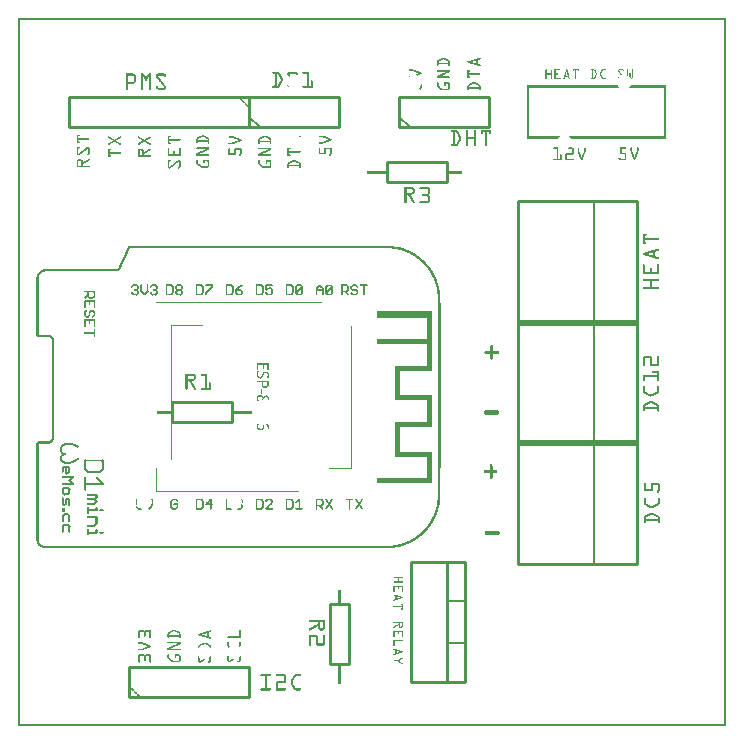
<source format=gto>
G04 MADE WITH FRITZING*
G04 WWW.FRITZING.ORG*
G04 DOUBLE SIDED*
G04 HOLES PLATED*
G04 CONTOUR ON CENTER OF CONTOUR VECTOR*
%ASAXBY*%
%FSLAX23Y23*%
%MOIN*%
%OFA0B0*%
%SFA1.0B1.0*%
%ADD10C,0.010000*%
%ADD11C,0.005000*%
%ADD12C,0.008000*%
%ADD13R,0.001000X0.001000*%
%LNSILK1*%
G90*
G70*
G54D10*
X1492Y547D02*
X1492Y147D01*
D02*
X1492Y147D02*
X1312Y147D01*
D02*
X1312Y147D02*
X1312Y547D01*
D02*
X1312Y547D02*
X1492Y547D01*
D02*
X1492Y547D02*
X1492Y147D01*
D02*
X1492Y147D02*
X1432Y147D01*
D02*
X1432Y147D02*
X1432Y547D01*
D02*
X1432Y547D02*
X1492Y547D01*
G54D11*
D02*
X1492Y417D02*
X1432Y417D01*
D02*
X1492Y277D02*
X1432Y277D01*
G54D12*
D02*
X1700Y2133D02*
X1700Y1962D01*
D02*
X2158Y1962D02*
X2158Y2133D01*
G54D10*
D02*
X772Y2097D02*
X172Y2097D01*
D02*
X172Y2097D02*
X172Y1997D01*
D02*
X172Y1997D02*
X772Y1997D01*
D02*
X772Y1997D02*
X772Y2097D01*
D02*
X772Y1997D02*
X1072Y1997D01*
D02*
X1072Y1997D02*
X1072Y2097D01*
D02*
X1072Y2097D02*
X772Y2097D01*
D02*
X772Y2097D02*
X772Y1997D01*
G54D11*
D02*
X807Y1997D02*
X772Y2032D01*
G54D10*
D02*
X1272Y1997D02*
X1572Y1997D01*
D02*
X1572Y1997D02*
X1572Y2097D01*
D02*
X1572Y2097D02*
X1272Y2097D01*
D02*
X1272Y2097D02*
X1272Y1997D01*
G54D11*
D02*
X1307Y1997D02*
X1272Y2032D01*
G54D10*
D02*
X372Y97D02*
X772Y97D01*
D02*
X772Y97D02*
X772Y197D01*
D02*
X772Y197D02*
X372Y197D01*
D02*
X372Y197D02*
X372Y97D01*
D02*
X1232Y1880D02*
X1432Y1880D01*
D02*
X1432Y1880D02*
X1432Y1814D01*
D02*
X1432Y1814D02*
X1232Y1814D01*
D02*
X1232Y1814D02*
X1232Y1880D01*
D02*
X1039Y207D02*
X1039Y407D01*
D02*
X1039Y407D02*
X1105Y407D01*
D02*
X1105Y407D02*
X1105Y207D01*
D02*
X1105Y207D02*
X1039Y207D01*
D02*
X713Y1014D02*
X513Y1014D01*
D02*
X513Y1014D02*
X513Y1080D01*
D02*
X513Y1080D02*
X713Y1080D01*
D02*
X713Y1080D02*
X713Y1014D01*
D02*
X1667Y1752D02*
X1667Y1342D01*
D02*
X1667Y1342D02*
X2063Y1342D01*
D02*
X2063Y1342D02*
X2063Y1752D01*
D02*
X2063Y1752D02*
X1667Y1752D01*
G54D11*
D02*
X1921Y1342D02*
X1921Y1752D01*
G54D10*
D02*
X1667Y1352D02*
X1667Y942D01*
D02*
X1667Y942D02*
X2063Y942D01*
D02*
X2063Y942D02*
X2063Y1352D01*
D02*
X2063Y1352D02*
X1667Y1352D01*
G54D11*
D02*
X1921Y942D02*
X1921Y1352D01*
G54D10*
D02*
X1667Y952D02*
X1667Y542D01*
D02*
X1667Y542D02*
X2063Y542D01*
D02*
X2063Y542D02*
X2063Y952D01*
D02*
X2063Y952D02*
X1667Y952D01*
G54D11*
D02*
X1921Y542D02*
X1921Y952D01*
G36*
X1196Y811D02*
X1196Y828D01*
X1363Y828D01*
X1363Y899D01*
X1256Y899D01*
X1256Y1015D01*
X1363Y1015D01*
X1363Y1088D01*
X1256Y1088D01*
X1256Y1203D01*
X1363Y1203D01*
X1363Y1274D01*
X1196Y1274D01*
X1196Y1291D01*
X1363Y1291D01*
X1363Y1361D01*
X1196Y1361D01*
X1196Y1384D01*
X1380Y1384D01*
X1380Y1186D01*
X1273Y1186D01*
X1273Y1105D01*
X1380Y1105D01*
X1380Y998D01*
X1273Y998D01*
X1273Y916D01*
X1380Y916D01*
X1380Y811D01*
X1196Y811D01*
G37*
D02*
G54D13*
X0Y2362D02*
X2361Y2362D01*
X0Y2361D02*
X2361Y2361D01*
X0Y2360D02*
X2361Y2360D01*
X0Y2359D02*
X2361Y2359D01*
X0Y2358D02*
X2361Y2358D01*
X0Y2357D02*
X2361Y2357D01*
X0Y2356D02*
X2361Y2356D01*
X0Y2355D02*
X2361Y2355D01*
X0Y2354D02*
X7Y2354D01*
X2354Y2354D02*
X2361Y2354D01*
X0Y2353D02*
X7Y2353D01*
X2354Y2353D02*
X2361Y2353D01*
X0Y2352D02*
X7Y2352D01*
X2354Y2352D02*
X2361Y2352D01*
X0Y2351D02*
X7Y2351D01*
X2354Y2351D02*
X2361Y2351D01*
X0Y2350D02*
X7Y2350D01*
X2354Y2350D02*
X2361Y2350D01*
X0Y2349D02*
X7Y2349D01*
X2354Y2349D02*
X2361Y2349D01*
X0Y2348D02*
X7Y2348D01*
X2354Y2348D02*
X2361Y2348D01*
X0Y2347D02*
X7Y2347D01*
X2354Y2347D02*
X2361Y2347D01*
X0Y2346D02*
X7Y2346D01*
X2354Y2346D02*
X2361Y2346D01*
X0Y2345D02*
X7Y2345D01*
X2354Y2345D02*
X2361Y2345D01*
X0Y2344D02*
X7Y2344D01*
X2354Y2344D02*
X2361Y2344D01*
X0Y2343D02*
X7Y2343D01*
X2354Y2343D02*
X2361Y2343D01*
X0Y2342D02*
X7Y2342D01*
X2354Y2342D02*
X2361Y2342D01*
X0Y2341D02*
X7Y2341D01*
X2354Y2341D02*
X2361Y2341D01*
X0Y2340D02*
X7Y2340D01*
X2354Y2340D02*
X2361Y2340D01*
X0Y2339D02*
X7Y2339D01*
X2354Y2339D02*
X2361Y2339D01*
X0Y2338D02*
X7Y2338D01*
X2354Y2338D02*
X2361Y2338D01*
X0Y2337D02*
X7Y2337D01*
X2354Y2337D02*
X2361Y2337D01*
X0Y2336D02*
X7Y2336D01*
X2354Y2336D02*
X2361Y2336D01*
X0Y2335D02*
X7Y2335D01*
X2354Y2335D02*
X2361Y2335D01*
X0Y2334D02*
X7Y2334D01*
X2354Y2334D02*
X2361Y2334D01*
X0Y2333D02*
X7Y2333D01*
X2354Y2333D02*
X2361Y2333D01*
X0Y2332D02*
X7Y2332D01*
X2354Y2332D02*
X2361Y2332D01*
X0Y2331D02*
X7Y2331D01*
X2354Y2331D02*
X2361Y2331D01*
X0Y2330D02*
X7Y2330D01*
X2354Y2330D02*
X2361Y2330D01*
X0Y2329D02*
X7Y2329D01*
X2354Y2329D02*
X2361Y2329D01*
X0Y2328D02*
X7Y2328D01*
X2354Y2328D02*
X2361Y2328D01*
X0Y2327D02*
X7Y2327D01*
X2354Y2327D02*
X2361Y2327D01*
X0Y2326D02*
X7Y2326D01*
X2354Y2326D02*
X2361Y2326D01*
X0Y2325D02*
X7Y2325D01*
X2354Y2325D02*
X2361Y2325D01*
X0Y2324D02*
X7Y2324D01*
X2354Y2324D02*
X2361Y2324D01*
X0Y2323D02*
X7Y2323D01*
X2354Y2323D02*
X2361Y2323D01*
X0Y2322D02*
X7Y2322D01*
X2354Y2322D02*
X2361Y2322D01*
X0Y2321D02*
X7Y2321D01*
X2354Y2321D02*
X2361Y2321D01*
X0Y2320D02*
X7Y2320D01*
X2354Y2320D02*
X2361Y2320D01*
X0Y2319D02*
X7Y2319D01*
X2354Y2319D02*
X2361Y2319D01*
X0Y2318D02*
X7Y2318D01*
X2354Y2318D02*
X2361Y2318D01*
X0Y2317D02*
X7Y2317D01*
X2354Y2317D02*
X2361Y2317D01*
X0Y2316D02*
X7Y2316D01*
X2354Y2316D02*
X2361Y2316D01*
X0Y2315D02*
X7Y2315D01*
X2354Y2315D02*
X2361Y2315D01*
X0Y2314D02*
X7Y2314D01*
X2354Y2314D02*
X2361Y2314D01*
X0Y2313D02*
X7Y2313D01*
X2354Y2313D02*
X2361Y2313D01*
X0Y2312D02*
X7Y2312D01*
X2354Y2312D02*
X2361Y2312D01*
X0Y2311D02*
X7Y2311D01*
X2354Y2311D02*
X2361Y2311D01*
X0Y2310D02*
X7Y2310D01*
X2354Y2310D02*
X2361Y2310D01*
X0Y2309D02*
X7Y2309D01*
X2354Y2309D02*
X2361Y2309D01*
X0Y2308D02*
X7Y2308D01*
X2354Y2308D02*
X2361Y2308D01*
X0Y2307D02*
X7Y2307D01*
X2354Y2307D02*
X2361Y2307D01*
X0Y2306D02*
X7Y2306D01*
X2354Y2306D02*
X2361Y2306D01*
X0Y2305D02*
X7Y2305D01*
X2354Y2305D02*
X2361Y2305D01*
X0Y2304D02*
X7Y2304D01*
X2354Y2304D02*
X2361Y2304D01*
X0Y2303D02*
X7Y2303D01*
X2354Y2303D02*
X2361Y2303D01*
X0Y2302D02*
X7Y2302D01*
X2354Y2302D02*
X2361Y2302D01*
X0Y2301D02*
X7Y2301D01*
X2354Y2301D02*
X2361Y2301D01*
X0Y2300D02*
X7Y2300D01*
X2354Y2300D02*
X2361Y2300D01*
X0Y2299D02*
X7Y2299D01*
X2354Y2299D02*
X2361Y2299D01*
X0Y2298D02*
X7Y2298D01*
X2354Y2298D02*
X2361Y2298D01*
X0Y2297D02*
X7Y2297D01*
X2354Y2297D02*
X2361Y2297D01*
X0Y2296D02*
X7Y2296D01*
X2354Y2296D02*
X2361Y2296D01*
X0Y2295D02*
X7Y2295D01*
X2354Y2295D02*
X2361Y2295D01*
X0Y2294D02*
X7Y2294D01*
X2354Y2294D02*
X2361Y2294D01*
X0Y2293D02*
X7Y2293D01*
X2354Y2293D02*
X2361Y2293D01*
X0Y2292D02*
X7Y2292D01*
X2354Y2292D02*
X2361Y2292D01*
X0Y2291D02*
X7Y2291D01*
X2354Y2291D02*
X2361Y2291D01*
X0Y2290D02*
X7Y2290D01*
X2354Y2290D02*
X2361Y2290D01*
X0Y2289D02*
X7Y2289D01*
X2354Y2289D02*
X2361Y2289D01*
X0Y2288D02*
X7Y2288D01*
X2354Y2288D02*
X2361Y2288D01*
X0Y2287D02*
X7Y2287D01*
X2354Y2287D02*
X2361Y2287D01*
X0Y2286D02*
X7Y2286D01*
X2354Y2286D02*
X2361Y2286D01*
X0Y2285D02*
X7Y2285D01*
X2354Y2285D02*
X2361Y2285D01*
X0Y2284D02*
X7Y2284D01*
X2354Y2284D02*
X2361Y2284D01*
X0Y2283D02*
X7Y2283D01*
X2354Y2283D02*
X2361Y2283D01*
X0Y2282D02*
X7Y2282D01*
X2354Y2282D02*
X2361Y2282D01*
X0Y2281D02*
X7Y2281D01*
X2354Y2281D02*
X2361Y2281D01*
X0Y2280D02*
X7Y2280D01*
X2354Y2280D02*
X2361Y2280D01*
X0Y2279D02*
X7Y2279D01*
X2354Y2279D02*
X2361Y2279D01*
X0Y2278D02*
X7Y2278D01*
X2354Y2278D02*
X2361Y2278D01*
X0Y2277D02*
X7Y2277D01*
X2354Y2277D02*
X2361Y2277D01*
X0Y2276D02*
X7Y2276D01*
X2354Y2276D02*
X2361Y2276D01*
X0Y2275D02*
X7Y2275D01*
X2354Y2275D02*
X2361Y2275D01*
X0Y2274D02*
X7Y2274D01*
X2354Y2274D02*
X2361Y2274D01*
X0Y2273D02*
X7Y2273D01*
X2354Y2273D02*
X2361Y2273D01*
X0Y2272D02*
X7Y2272D01*
X2354Y2272D02*
X2361Y2272D01*
X0Y2271D02*
X7Y2271D01*
X2354Y2271D02*
X2361Y2271D01*
X0Y2270D02*
X7Y2270D01*
X2354Y2270D02*
X2361Y2270D01*
X0Y2269D02*
X7Y2269D01*
X2354Y2269D02*
X2361Y2269D01*
X0Y2268D02*
X7Y2268D01*
X2354Y2268D02*
X2361Y2268D01*
X0Y2267D02*
X7Y2267D01*
X2354Y2267D02*
X2361Y2267D01*
X0Y2266D02*
X7Y2266D01*
X2354Y2266D02*
X2361Y2266D01*
X0Y2265D02*
X7Y2265D01*
X2354Y2265D02*
X2361Y2265D01*
X0Y2264D02*
X7Y2264D01*
X2354Y2264D02*
X2361Y2264D01*
X0Y2263D02*
X7Y2263D01*
X2354Y2263D02*
X2361Y2263D01*
X0Y2262D02*
X7Y2262D01*
X2354Y2262D02*
X2361Y2262D01*
X0Y2261D02*
X7Y2261D01*
X2354Y2261D02*
X2361Y2261D01*
X0Y2260D02*
X7Y2260D01*
X2354Y2260D02*
X2361Y2260D01*
X0Y2259D02*
X7Y2259D01*
X2354Y2259D02*
X2361Y2259D01*
X0Y2258D02*
X7Y2258D01*
X2354Y2258D02*
X2361Y2258D01*
X0Y2257D02*
X7Y2257D01*
X2354Y2257D02*
X2361Y2257D01*
X0Y2256D02*
X7Y2256D01*
X2354Y2256D02*
X2361Y2256D01*
X0Y2255D02*
X7Y2255D01*
X2354Y2255D02*
X2361Y2255D01*
X0Y2254D02*
X7Y2254D01*
X2354Y2254D02*
X2361Y2254D01*
X0Y2253D02*
X7Y2253D01*
X2354Y2253D02*
X2361Y2253D01*
X0Y2252D02*
X7Y2252D01*
X2354Y2252D02*
X2361Y2252D01*
X0Y2251D02*
X7Y2251D01*
X2354Y2251D02*
X2361Y2251D01*
X0Y2250D02*
X7Y2250D01*
X2354Y2250D02*
X2361Y2250D01*
X0Y2249D02*
X7Y2249D01*
X2354Y2249D02*
X2361Y2249D01*
X0Y2248D02*
X7Y2248D01*
X2354Y2248D02*
X2361Y2248D01*
X0Y2247D02*
X7Y2247D01*
X2354Y2247D02*
X2361Y2247D01*
X0Y2246D02*
X7Y2246D01*
X2354Y2246D02*
X2361Y2246D01*
X0Y2245D02*
X7Y2245D01*
X2354Y2245D02*
X2361Y2245D01*
X0Y2244D02*
X7Y2244D01*
X2354Y2244D02*
X2361Y2244D01*
X0Y2243D02*
X7Y2243D01*
X2354Y2243D02*
X2361Y2243D01*
X0Y2242D02*
X7Y2242D01*
X2354Y2242D02*
X2361Y2242D01*
X0Y2241D02*
X7Y2241D01*
X2354Y2241D02*
X2361Y2241D01*
X0Y2240D02*
X7Y2240D01*
X2354Y2240D02*
X2361Y2240D01*
X0Y2239D02*
X7Y2239D01*
X2354Y2239D02*
X2361Y2239D01*
X0Y2238D02*
X7Y2238D01*
X2354Y2238D02*
X2361Y2238D01*
X0Y2237D02*
X7Y2237D01*
X2354Y2237D02*
X2361Y2237D01*
X0Y2236D02*
X7Y2236D01*
X2354Y2236D02*
X2361Y2236D01*
X0Y2235D02*
X7Y2235D01*
X2354Y2235D02*
X2361Y2235D01*
X0Y2234D02*
X7Y2234D01*
X2354Y2234D02*
X2361Y2234D01*
X0Y2233D02*
X7Y2233D01*
X2354Y2233D02*
X2361Y2233D01*
X0Y2232D02*
X7Y2232D01*
X2354Y2232D02*
X2361Y2232D01*
X0Y2231D02*
X7Y2231D01*
X2354Y2231D02*
X2361Y2231D01*
X0Y2230D02*
X7Y2230D01*
X2354Y2230D02*
X2361Y2230D01*
X0Y2229D02*
X7Y2229D01*
X2354Y2229D02*
X2361Y2229D01*
X0Y2228D02*
X7Y2228D01*
X1415Y2228D02*
X1422Y2228D01*
X1537Y2228D02*
X1541Y2228D01*
X2354Y2228D02*
X2361Y2228D01*
X0Y2227D02*
X7Y2227D01*
X1412Y2227D02*
X1424Y2227D01*
X1534Y2227D02*
X1541Y2227D01*
X2354Y2227D02*
X2361Y2227D01*
X0Y2226D02*
X7Y2226D01*
X1410Y2226D02*
X1426Y2226D01*
X1530Y2226D02*
X1542Y2226D01*
X2354Y2226D02*
X2361Y2226D01*
X0Y2225D02*
X7Y2225D01*
X1408Y2225D02*
X1428Y2225D01*
X1527Y2225D02*
X1542Y2225D01*
X2354Y2225D02*
X2361Y2225D01*
X0Y2224D02*
X7Y2224D01*
X1406Y2224D02*
X1430Y2224D01*
X1523Y2224D02*
X1541Y2224D01*
X2354Y2224D02*
X2361Y2224D01*
X0Y2223D02*
X7Y2223D01*
X1404Y2223D02*
X1417Y2223D01*
X1420Y2223D02*
X1432Y2223D01*
X1520Y2223D02*
X1539Y2223D01*
X2354Y2223D02*
X2361Y2223D01*
X0Y2222D02*
X7Y2222D01*
X1402Y2222D02*
X1414Y2222D01*
X1423Y2222D02*
X1434Y2222D01*
X1516Y2222D02*
X1535Y2222D01*
X2354Y2222D02*
X2361Y2222D01*
X0Y2221D02*
X7Y2221D01*
X1401Y2221D02*
X1412Y2221D01*
X1425Y2221D02*
X1436Y2221D01*
X1513Y2221D02*
X1532Y2221D01*
X2354Y2221D02*
X2361Y2221D01*
X0Y2220D02*
X7Y2220D01*
X1399Y2220D02*
X1410Y2220D01*
X1427Y2220D02*
X1437Y2220D01*
X1510Y2220D02*
X1532Y2220D01*
X2354Y2220D02*
X2361Y2220D01*
X0Y2219D02*
X7Y2219D01*
X1399Y2219D02*
X1408Y2219D01*
X1429Y2219D02*
X1438Y2219D01*
X1506Y2219D02*
X1525Y2219D01*
X1527Y2219D02*
X1532Y2219D01*
X2354Y2219D02*
X2361Y2219D01*
X0Y2218D02*
X7Y2218D01*
X1398Y2218D02*
X1406Y2218D01*
X1431Y2218D02*
X1439Y2218D01*
X1503Y2218D02*
X1522Y2218D01*
X1528Y2218D02*
X1532Y2218D01*
X2354Y2218D02*
X2361Y2218D01*
X0Y2217D02*
X7Y2217D01*
X1397Y2217D02*
X1404Y2217D01*
X1433Y2217D02*
X1439Y2217D01*
X1500Y2217D02*
X1518Y2217D01*
X1528Y2217D02*
X1532Y2217D01*
X2354Y2217D02*
X2361Y2217D01*
X0Y2216D02*
X7Y2216D01*
X1397Y2216D02*
X1402Y2216D01*
X1434Y2216D02*
X1439Y2216D01*
X1499Y2216D02*
X1515Y2216D01*
X1528Y2216D02*
X1532Y2216D01*
X2354Y2216D02*
X2361Y2216D01*
X0Y2215D02*
X7Y2215D01*
X1397Y2215D02*
X1402Y2215D01*
X1435Y2215D02*
X1439Y2215D01*
X1499Y2215D02*
X1512Y2215D01*
X1528Y2215D02*
X1532Y2215D01*
X2354Y2215D02*
X2361Y2215D01*
X0Y2214D02*
X7Y2214D01*
X1397Y2214D02*
X1402Y2214D01*
X1435Y2214D02*
X1440Y2214D01*
X1499Y2214D02*
X1514Y2214D01*
X1528Y2214D02*
X1532Y2214D01*
X2354Y2214D02*
X2361Y2214D01*
X0Y2213D02*
X7Y2213D01*
X1397Y2213D02*
X1402Y2213D01*
X1435Y2213D02*
X1440Y2213D01*
X1500Y2213D02*
X1517Y2213D01*
X1528Y2213D02*
X1532Y2213D01*
X2354Y2213D02*
X2361Y2213D01*
X0Y2212D02*
X7Y2212D01*
X1397Y2212D02*
X1440Y2212D01*
X1501Y2212D02*
X1521Y2212D01*
X1528Y2212D02*
X1532Y2212D01*
X2354Y2212D02*
X2361Y2212D01*
X0Y2211D02*
X7Y2211D01*
X1397Y2211D02*
X1440Y2211D01*
X1505Y2211D02*
X1524Y2211D01*
X1528Y2211D02*
X1532Y2211D01*
X2354Y2211D02*
X2361Y2211D01*
X0Y2210D02*
X7Y2210D01*
X1397Y2210D02*
X1440Y2210D01*
X1508Y2210D02*
X1532Y2210D01*
X2354Y2210D02*
X2361Y2210D01*
X0Y2209D02*
X7Y2209D01*
X1397Y2209D02*
X1440Y2209D01*
X1512Y2209D02*
X1532Y2209D01*
X2354Y2209D02*
X2361Y2209D01*
X0Y2208D02*
X7Y2208D01*
X1397Y2208D02*
X1440Y2208D01*
X1515Y2208D02*
X1534Y2208D01*
X2354Y2208D02*
X2361Y2208D01*
X0Y2207D02*
X7Y2207D01*
X1397Y2207D02*
X1440Y2207D01*
X1519Y2207D02*
X1538Y2207D01*
X2354Y2207D02*
X2361Y2207D01*
X0Y2206D02*
X7Y2206D01*
X1397Y2206D02*
X1402Y2206D01*
X1435Y2206D02*
X1440Y2206D01*
X1522Y2206D02*
X1540Y2206D01*
X2354Y2206D02*
X2361Y2206D01*
X0Y2205D02*
X7Y2205D01*
X1397Y2205D02*
X1402Y2205D01*
X1435Y2205D02*
X1440Y2205D01*
X1525Y2205D02*
X1541Y2205D01*
X2354Y2205D02*
X2361Y2205D01*
X0Y2204D02*
X7Y2204D01*
X1397Y2204D02*
X1402Y2204D01*
X1435Y2204D02*
X1440Y2204D01*
X1529Y2204D02*
X1542Y2204D01*
X2354Y2204D02*
X2361Y2204D01*
X0Y2203D02*
X7Y2203D01*
X1397Y2203D02*
X1401Y2203D01*
X1435Y2203D02*
X1439Y2203D01*
X1532Y2203D02*
X1542Y2203D01*
X2354Y2203D02*
X2361Y2203D01*
X0Y2202D02*
X7Y2202D01*
X1398Y2202D02*
X1401Y2202D01*
X1436Y2202D02*
X1439Y2202D01*
X1536Y2202D02*
X1541Y2202D01*
X2354Y2202D02*
X2361Y2202D01*
X0Y2201D02*
X7Y2201D01*
X1399Y2201D02*
X1399Y2201D01*
X1437Y2201D02*
X1437Y2201D01*
X1539Y2201D02*
X1540Y2201D01*
X2354Y2201D02*
X2361Y2201D01*
X0Y2200D02*
X7Y2200D01*
X2354Y2200D02*
X2361Y2200D01*
X0Y2199D02*
X7Y2199D01*
X2354Y2199D02*
X2361Y2199D01*
X0Y2198D02*
X7Y2198D01*
X2354Y2198D02*
X2361Y2198D01*
X0Y2197D02*
X7Y2197D01*
X2354Y2197D02*
X2361Y2197D01*
X0Y2196D02*
X7Y2196D01*
X2354Y2196D02*
X2361Y2196D01*
X0Y2195D02*
X7Y2195D01*
X2354Y2195D02*
X2361Y2195D01*
X0Y2194D02*
X7Y2194D01*
X2354Y2194D02*
X2361Y2194D01*
X0Y2193D02*
X7Y2193D01*
X2354Y2193D02*
X2361Y2193D01*
X0Y2192D02*
X7Y2192D01*
X2354Y2192D02*
X2361Y2192D01*
X0Y2191D02*
X7Y2191D01*
X2354Y2191D02*
X2361Y2191D01*
X0Y2190D02*
X7Y2190D01*
X1305Y2190D02*
X1317Y2190D01*
X1760Y2190D02*
X1762Y2190D01*
X1776Y2190D02*
X1778Y2190D01*
X1789Y2190D02*
X1808Y2190D01*
X1828Y2190D02*
X1830Y2190D01*
X1850Y2190D02*
X1869Y2190D01*
X1910Y2190D02*
X1921Y2190D01*
X1948Y2190D02*
X1959Y2190D01*
X2003Y2190D02*
X2017Y2190D01*
X2031Y2190D02*
X2033Y2190D01*
X2047Y2190D02*
X2049Y2190D01*
X2354Y2190D02*
X2361Y2190D01*
X0Y2189D02*
X7Y2189D01*
X1304Y2189D02*
X1320Y2189D01*
X1759Y2189D02*
X1762Y2189D01*
X1776Y2189D02*
X1779Y2189D01*
X1789Y2189D02*
X1809Y2189D01*
X1828Y2189D02*
X1831Y2189D01*
X1850Y2189D02*
X1869Y2189D01*
X1910Y2189D02*
X1923Y2189D01*
X1946Y2189D02*
X1960Y2189D01*
X2001Y2189D02*
X2018Y2189D01*
X2030Y2189D02*
X2033Y2189D01*
X2047Y2189D02*
X2050Y2189D01*
X2354Y2189D02*
X2361Y2189D01*
X0Y2188D02*
X7Y2188D01*
X1304Y2188D02*
X1323Y2188D01*
X1398Y2188D02*
X1439Y2188D01*
X1499Y2188D02*
X1507Y2188D01*
X1759Y2188D02*
X1762Y2188D01*
X1776Y2188D02*
X1779Y2188D01*
X1789Y2188D02*
X1809Y2188D01*
X1827Y2188D02*
X1831Y2188D01*
X1850Y2188D02*
X1869Y2188D01*
X1910Y2188D02*
X1924Y2188D01*
X1946Y2188D02*
X1960Y2188D01*
X2001Y2188D02*
X2019Y2188D01*
X2030Y2188D02*
X2034Y2188D01*
X2047Y2188D02*
X2050Y2188D01*
X2354Y2188D02*
X2361Y2188D01*
X0Y2187D02*
X7Y2187D01*
X1304Y2187D02*
X1325Y2187D01*
X1397Y2187D02*
X1440Y2187D01*
X1499Y2187D02*
X1508Y2187D01*
X1759Y2187D02*
X1762Y2187D01*
X1776Y2187D02*
X1779Y2187D01*
X1789Y2187D02*
X1808Y2187D01*
X1827Y2187D02*
X1831Y2187D01*
X1850Y2187D02*
X1869Y2187D01*
X1911Y2187D02*
X1924Y2187D01*
X1945Y2187D02*
X1959Y2187D01*
X2000Y2187D02*
X2020Y2187D01*
X2030Y2187D02*
X2034Y2187D01*
X2047Y2187D02*
X2050Y2187D01*
X2354Y2187D02*
X2361Y2187D01*
X0Y2186D02*
X7Y2186D01*
X1304Y2186D02*
X1328Y2186D01*
X1397Y2186D02*
X1440Y2186D01*
X1499Y2186D02*
X1508Y2186D01*
X1759Y2186D02*
X1762Y2186D01*
X1776Y2186D02*
X1779Y2186D01*
X1789Y2186D02*
X1793Y2186D01*
X1827Y2186D02*
X1832Y2186D01*
X1850Y2186D02*
X1853Y2186D01*
X1858Y2186D02*
X1861Y2186D01*
X1866Y2186D02*
X1869Y2186D01*
X1914Y2186D02*
X1917Y2186D01*
X1921Y2186D02*
X1925Y2186D01*
X1945Y2186D02*
X1949Y2186D01*
X2000Y2186D02*
X2003Y2186D01*
X2016Y2186D02*
X2020Y2186D01*
X2030Y2186D02*
X2034Y2186D01*
X2047Y2186D02*
X2050Y2186D01*
X2354Y2186D02*
X2361Y2186D01*
X0Y2185D02*
X7Y2185D01*
X1316Y2185D02*
X1330Y2185D01*
X1397Y2185D02*
X1440Y2185D01*
X1499Y2185D02*
X1508Y2185D01*
X1759Y2185D02*
X1762Y2185D01*
X1776Y2185D02*
X1779Y2185D01*
X1789Y2185D02*
X1793Y2185D01*
X1827Y2185D02*
X1832Y2185D01*
X1850Y2185D02*
X1853Y2185D01*
X1858Y2185D02*
X1861Y2185D01*
X1866Y2185D02*
X1869Y2185D01*
X1914Y2185D02*
X1917Y2185D01*
X1922Y2185D02*
X1925Y2185D01*
X1944Y2185D02*
X1948Y2185D01*
X2000Y2185D02*
X2004Y2185D01*
X2017Y2185D02*
X2020Y2185D01*
X2030Y2185D02*
X2034Y2185D01*
X2047Y2185D02*
X2050Y2185D01*
X2354Y2185D02*
X2361Y2185D01*
X0Y2184D02*
X7Y2184D01*
X1318Y2184D02*
X1333Y2184D01*
X1397Y2184D02*
X1440Y2184D01*
X1499Y2184D02*
X1508Y2184D01*
X1759Y2184D02*
X1762Y2184D01*
X1776Y2184D02*
X1779Y2184D01*
X1789Y2184D02*
X1793Y2184D01*
X1826Y2184D02*
X1832Y2184D01*
X1850Y2184D02*
X1852Y2184D01*
X1858Y2184D02*
X1861Y2184D01*
X1866Y2184D02*
X1869Y2184D01*
X1914Y2184D02*
X1917Y2184D01*
X1922Y2184D02*
X1926Y2184D01*
X1944Y2184D02*
X1947Y2184D01*
X2001Y2184D02*
X2005Y2184D01*
X2017Y2184D02*
X2020Y2184D01*
X2030Y2184D02*
X2034Y2184D01*
X2047Y2184D02*
X2050Y2184D01*
X2354Y2184D02*
X2361Y2184D01*
X0Y2183D02*
X7Y2183D01*
X1321Y2183D02*
X1335Y2183D01*
X1399Y2183D02*
X1440Y2183D01*
X1499Y2183D02*
X1507Y2183D01*
X1759Y2183D02*
X1762Y2183D01*
X1776Y2183D02*
X1779Y2183D01*
X1789Y2183D02*
X1793Y2183D01*
X1826Y2183D02*
X1833Y2183D01*
X1858Y2183D02*
X1861Y2183D01*
X1914Y2183D02*
X1917Y2183D01*
X1923Y2183D02*
X1926Y2183D01*
X1943Y2183D02*
X1947Y2183D01*
X2001Y2183D02*
X2006Y2183D01*
X2030Y2183D02*
X2034Y2183D01*
X2047Y2183D02*
X2050Y2183D01*
X2354Y2183D02*
X2361Y2183D01*
X0Y2182D02*
X7Y2182D01*
X850Y2182D02*
X868Y2182D01*
X903Y2182D02*
X927Y2182D01*
X950Y2182D02*
X969Y2182D01*
X1323Y2182D02*
X1338Y2182D01*
X1429Y2182D02*
X1440Y2182D01*
X1499Y2182D02*
X1504Y2182D01*
X1759Y2182D02*
X1762Y2182D01*
X1776Y2182D02*
X1779Y2182D01*
X1789Y2182D02*
X1793Y2182D01*
X1826Y2182D02*
X1833Y2182D01*
X1858Y2182D02*
X1861Y2182D01*
X1914Y2182D02*
X1917Y2182D01*
X1923Y2182D02*
X1927Y2182D01*
X1943Y2182D02*
X1946Y2182D01*
X2002Y2182D02*
X2006Y2182D01*
X2030Y2182D02*
X2034Y2182D01*
X2047Y2182D02*
X2050Y2182D01*
X2354Y2182D02*
X2361Y2182D01*
X0Y2181D02*
X7Y2181D01*
X849Y2181D02*
X870Y2181D01*
X902Y2181D02*
X928Y2181D01*
X950Y2181D02*
X969Y2181D01*
X1326Y2181D02*
X1341Y2181D01*
X1427Y2181D02*
X1439Y2181D01*
X1499Y2181D02*
X1504Y2181D01*
X1759Y2181D02*
X1762Y2181D01*
X1776Y2181D02*
X1779Y2181D01*
X1789Y2181D02*
X1793Y2181D01*
X1825Y2181D02*
X1833Y2181D01*
X1858Y2181D02*
X1861Y2181D01*
X1914Y2181D02*
X1917Y2181D01*
X1924Y2181D02*
X1927Y2181D01*
X1942Y2181D02*
X1946Y2181D01*
X2003Y2181D02*
X2007Y2181D01*
X2030Y2181D02*
X2034Y2181D01*
X2047Y2181D02*
X2050Y2181D01*
X2354Y2181D02*
X2361Y2181D01*
X0Y2180D02*
X7Y2180D01*
X849Y2180D02*
X871Y2180D01*
X901Y2180D02*
X930Y2180D01*
X949Y2180D02*
X969Y2180D01*
X1328Y2180D02*
X1343Y2180D01*
X1424Y2180D02*
X1438Y2180D01*
X1499Y2180D02*
X1504Y2180D01*
X1759Y2180D02*
X1762Y2180D01*
X1776Y2180D02*
X1779Y2180D01*
X1789Y2180D02*
X1793Y2180D01*
X1825Y2180D02*
X1828Y2180D01*
X1830Y2180D02*
X1834Y2180D01*
X1858Y2180D02*
X1861Y2180D01*
X1914Y2180D02*
X1917Y2180D01*
X1924Y2180D02*
X1928Y2180D01*
X1942Y2180D02*
X1945Y2180D01*
X2004Y2180D02*
X2008Y2180D01*
X2030Y2180D02*
X2034Y2180D01*
X2040Y2180D02*
X2040Y2180D01*
X2047Y2180D02*
X2050Y2180D01*
X2354Y2180D02*
X2361Y2180D01*
X0Y2179D02*
X7Y2179D01*
X849Y2179D02*
X872Y2179D01*
X900Y2179D02*
X930Y2179D01*
X949Y2179D02*
X969Y2179D01*
X1331Y2179D02*
X1345Y2179D01*
X1422Y2179D02*
X1435Y2179D01*
X1499Y2179D02*
X1504Y2179D01*
X1759Y2179D02*
X1762Y2179D01*
X1776Y2179D02*
X1779Y2179D01*
X1789Y2179D02*
X1793Y2179D01*
X1825Y2179D02*
X1828Y2179D01*
X1830Y2179D02*
X1834Y2179D01*
X1858Y2179D02*
X1861Y2179D01*
X1914Y2179D02*
X1917Y2179D01*
X1925Y2179D02*
X1928Y2179D01*
X1941Y2179D02*
X1945Y2179D01*
X2004Y2179D02*
X2009Y2179D01*
X2030Y2179D02*
X2034Y2179D01*
X2039Y2179D02*
X2041Y2179D01*
X2047Y2179D02*
X2050Y2179D01*
X2354Y2179D02*
X2361Y2179D01*
X0Y2178D02*
X7Y2178D01*
X849Y2178D02*
X873Y2178D01*
X899Y2178D02*
X931Y2178D01*
X949Y2178D02*
X969Y2178D01*
X1334Y2178D02*
X1346Y2178D01*
X1420Y2178D02*
X1433Y2178D01*
X1499Y2178D02*
X1504Y2178D01*
X1759Y2178D02*
X1762Y2178D01*
X1776Y2178D02*
X1779Y2178D01*
X1789Y2178D02*
X1793Y2178D01*
X1825Y2178D02*
X1828Y2178D01*
X1831Y2178D02*
X1834Y2178D01*
X1858Y2178D02*
X1861Y2178D01*
X1914Y2178D02*
X1917Y2178D01*
X1925Y2178D02*
X1929Y2178D01*
X1941Y2178D02*
X1944Y2178D01*
X2005Y2178D02*
X2009Y2178D01*
X2030Y2178D02*
X2034Y2178D01*
X2039Y2178D02*
X2042Y2178D01*
X2047Y2178D02*
X2050Y2178D01*
X2354Y2178D02*
X2361Y2178D01*
X0Y2177D02*
X7Y2177D01*
X850Y2177D02*
X873Y2177D01*
X899Y2177D02*
X932Y2177D01*
X950Y2177D02*
X969Y2177D01*
X1336Y2177D02*
X1346Y2177D01*
X1418Y2177D02*
X1431Y2177D01*
X1499Y2177D02*
X1540Y2177D01*
X1759Y2177D02*
X1762Y2177D01*
X1776Y2177D02*
X1779Y2177D01*
X1789Y2177D02*
X1793Y2177D01*
X1824Y2177D02*
X1828Y2177D01*
X1831Y2177D02*
X1834Y2177D01*
X1858Y2177D02*
X1861Y2177D01*
X1914Y2177D02*
X1917Y2177D01*
X1926Y2177D02*
X1929Y2177D01*
X1940Y2177D02*
X1944Y2177D01*
X2006Y2177D02*
X2010Y2177D01*
X2030Y2177D02*
X2034Y2177D01*
X2039Y2177D02*
X2042Y2177D01*
X2047Y2177D02*
X2050Y2177D01*
X2354Y2177D02*
X2361Y2177D01*
X0Y2176D02*
X7Y2176D01*
X360Y2176D02*
X384Y2176D01*
X411Y2176D02*
X418Y2176D01*
X436Y2176D02*
X444Y2176D01*
X467Y2176D02*
X486Y2176D01*
X851Y2176D02*
X874Y2176D01*
X899Y2176D02*
X932Y2176D01*
X951Y2176D02*
X969Y2176D01*
X1334Y2176D02*
X1346Y2176D01*
X1415Y2176D02*
X1428Y2176D01*
X1499Y2176D02*
X1541Y2176D01*
X1759Y2176D02*
X1779Y2176D01*
X1789Y2176D02*
X1800Y2176D01*
X1824Y2176D02*
X1827Y2176D01*
X1831Y2176D02*
X1835Y2176D01*
X1858Y2176D02*
X1861Y2176D01*
X1914Y2176D02*
X1917Y2176D01*
X1926Y2176D02*
X1929Y2176D01*
X1940Y2176D02*
X1943Y2176D01*
X2007Y2176D02*
X2011Y2176D01*
X2030Y2176D02*
X2034Y2176D01*
X2039Y2176D02*
X2042Y2176D01*
X2047Y2176D02*
X2050Y2176D01*
X2354Y2176D02*
X2361Y2176D01*
X0Y2175D02*
X7Y2175D01*
X360Y2175D02*
X388Y2175D01*
X410Y2175D02*
X419Y2175D01*
X435Y2175D02*
X444Y2175D01*
X464Y2175D02*
X489Y2175D01*
X856Y2175D02*
X862Y2175D01*
X867Y2175D02*
X874Y2175D01*
X899Y2175D02*
X905Y2175D01*
X926Y2175D02*
X932Y2175D01*
X963Y2175D02*
X969Y2175D01*
X1332Y2175D02*
X1345Y2175D01*
X1413Y2175D02*
X1426Y2175D01*
X1499Y2175D02*
X1542Y2175D01*
X1759Y2175D02*
X1779Y2175D01*
X1789Y2175D02*
X1801Y2175D01*
X1824Y2175D02*
X1827Y2175D01*
X1832Y2175D02*
X1835Y2175D01*
X1858Y2175D02*
X1861Y2175D01*
X1914Y2175D02*
X1917Y2175D01*
X1926Y2175D02*
X1930Y2175D01*
X1940Y2175D02*
X1943Y2175D01*
X2007Y2175D02*
X2012Y2175D01*
X2030Y2175D02*
X2034Y2175D01*
X2039Y2175D02*
X2042Y2175D01*
X2047Y2175D02*
X2050Y2175D01*
X2354Y2175D02*
X2361Y2175D01*
X0Y2174D02*
X7Y2174D01*
X360Y2174D02*
X389Y2174D01*
X410Y2174D02*
X420Y2174D01*
X435Y2174D02*
X444Y2174D01*
X463Y2174D02*
X490Y2174D01*
X856Y2174D02*
X862Y2174D01*
X868Y2174D02*
X875Y2174D01*
X899Y2174D02*
X905Y2174D01*
X926Y2174D02*
X932Y2174D01*
X963Y2174D02*
X969Y2174D01*
X1329Y2174D02*
X1344Y2174D01*
X1411Y2174D02*
X1424Y2174D01*
X1499Y2174D02*
X1542Y2174D01*
X1759Y2174D02*
X1779Y2174D01*
X1789Y2174D02*
X1801Y2174D01*
X1823Y2174D02*
X1827Y2174D01*
X1832Y2174D02*
X1835Y2174D01*
X1858Y2174D02*
X1861Y2174D01*
X1914Y2174D02*
X1917Y2174D01*
X1926Y2174D02*
X1930Y2174D01*
X1940Y2174D02*
X1943Y2174D01*
X2008Y2174D02*
X2013Y2174D01*
X2030Y2174D02*
X2034Y2174D01*
X2039Y2174D02*
X2042Y2174D01*
X2047Y2174D02*
X2050Y2174D01*
X2354Y2174D02*
X2361Y2174D01*
X0Y2173D02*
X7Y2173D01*
X360Y2173D02*
X391Y2173D01*
X410Y2173D02*
X420Y2173D01*
X434Y2173D02*
X444Y2173D01*
X462Y2173D02*
X492Y2173D01*
X856Y2173D02*
X862Y2173D01*
X868Y2173D02*
X875Y2173D01*
X899Y2173D02*
X906Y2173D01*
X926Y2173D02*
X932Y2173D01*
X963Y2173D02*
X969Y2173D01*
X1327Y2173D02*
X1341Y2173D01*
X1408Y2173D02*
X1422Y2173D01*
X1499Y2173D02*
X1541Y2173D01*
X1759Y2173D02*
X1779Y2173D01*
X1789Y2173D02*
X1800Y2173D01*
X1823Y2173D02*
X1826Y2173D01*
X1832Y2173D02*
X1836Y2173D01*
X1858Y2173D02*
X1861Y2173D01*
X1914Y2173D02*
X1917Y2173D01*
X1926Y2173D02*
X1929Y2173D01*
X1940Y2173D02*
X1943Y2173D01*
X2009Y2173D02*
X2013Y2173D01*
X2030Y2173D02*
X2034Y2173D01*
X2039Y2173D02*
X2042Y2173D01*
X2047Y2173D02*
X2050Y2173D01*
X2354Y2173D02*
X2361Y2173D01*
X0Y2172D02*
X7Y2172D01*
X360Y2172D02*
X391Y2172D01*
X410Y2172D02*
X421Y2172D01*
X433Y2172D02*
X444Y2172D01*
X461Y2172D02*
X492Y2172D01*
X856Y2172D02*
X862Y2172D01*
X869Y2172D02*
X876Y2172D01*
X899Y2172D02*
X907Y2172D01*
X927Y2172D02*
X932Y2172D01*
X963Y2172D02*
X969Y2172D01*
X1326Y2172D02*
X1339Y2172D01*
X1406Y2172D02*
X1419Y2172D01*
X1499Y2172D02*
X1540Y2172D01*
X1759Y2172D02*
X1762Y2172D01*
X1776Y2172D02*
X1779Y2172D01*
X1789Y2172D02*
X1793Y2172D01*
X1823Y2172D02*
X1826Y2172D01*
X1832Y2172D02*
X1836Y2172D01*
X1858Y2172D02*
X1861Y2172D01*
X1914Y2172D02*
X1917Y2172D01*
X1926Y2172D02*
X1929Y2172D01*
X1940Y2172D02*
X1944Y2172D01*
X2010Y2172D02*
X2014Y2172D01*
X2030Y2172D02*
X2034Y2172D01*
X2039Y2172D02*
X2042Y2172D01*
X2047Y2172D02*
X2050Y2172D01*
X2354Y2172D02*
X2361Y2172D01*
X0Y2171D02*
X7Y2171D01*
X360Y2171D02*
X392Y2171D01*
X410Y2171D02*
X422Y2171D01*
X433Y2171D02*
X444Y2171D01*
X461Y2171D02*
X493Y2171D01*
X856Y2171D02*
X862Y2171D01*
X870Y2171D02*
X876Y2171D01*
X900Y2171D02*
X908Y2171D01*
X929Y2171D02*
X931Y2171D01*
X963Y2171D02*
X969Y2171D01*
X1329Y2171D02*
X1336Y2171D01*
X1404Y2171D02*
X1417Y2171D01*
X1499Y2171D02*
X1504Y2171D01*
X1759Y2171D02*
X1762Y2171D01*
X1776Y2171D02*
X1779Y2171D01*
X1789Y2171D02*
X1793Y2171D01*
X1822Y2171D02*
X1826Y2171D01*
X1833Y2171D02*
X1836Y2171D01*
X1858Y2171D02*
X1861Y2171D01*
X1914Y2171D02*
X1917Y2171D01*
X1925Y2171D02*
X1929Y2171D01*
X1941Y2171D02*
X1944Y2171D01*
X2011Y2171D02*
X2014Y2171D01*
X2030Y2171D02*
X2034Y2171D01*
X2039Y2171D02*
X2042Y2171D01*
X2047Y2171D02*
X2050Y2171D01*
X2354Y2171D02*
X2361Y2171D01*
X0Y2170D02*
X7Y2170D01*
X360Y2170D02*
X393Y2170D01*
X410Y2170D02*
X422Y2170D01*
X432Y2170D02*
X444Y2170D01*
X461Y2170D02*
X493Y2170D01*
X856Y2170D02*
X862Y2170D01*
X870Y2170D02*
X877Y2170D01*
X900Y2170D02*
X908Y2170D01*
X963Y2170D02*
X969Y2170D01*
X1332Y2170D02*
X1334Y2170D01*
X1402Y2170D02*
X1415Y2170D01*
X1499Y2170D02*
X1504Y2170D01*
X1759Y2170D02*
X1762Y2170D01*
X1776Y2170D02*
X1779Y2170D01*
X1789Y2170D02*
X1793Y2170D01*
X1822Y2170D02*
X1826Y2170D01*
X1833Y2170D02*
X1836Y2170D01*
X1858Y2170D02*
X1861Y2170D01*
X1914Y2170D02*
X1917Y2170D01*
X1925Y2170D02*
X1928Y2170D01*
X1941Y2170D02*
X1945Y2170D01*
X2011Y2170D02*
X2011Y2170D01*
X2032Y2170D02*
X2034Y2170D01*
X2039Y2170D02*
X2042Y2170D01*
X2047Y2170D02*
X2050Y2170D01*
X2354Y2170D02*
X2361Y2170D01*
X0Y2169D02*
X7Y2169D01*
X360Y2169D02*
X367Y2169D01*
X385Y2169D02*
X393Y2169D01*
X410Y2169D02*
X423Y2169D01*
X431Y2169D02*
X444Y2169D01*
X461Y2169D02*
X467Y2169D01*
X486Y2169D02*
X494Y2169D01*
X856Y2169D02*
X862Y2169D01*
X871Y2169D02*
X877Y2169D01*
X901Y2169D02*
X909Y2169D01*
X963Y2169D02*
X969Y2169D01*
X1399Y2169D02*
X1413Y2169D01*
X1499Y2169D02*
X1504Y2169D01*
X1759Y2169D02*
X1762Y2169D01*
X1776Y2169D02*
X1779Y2169D01*
X1789Y2169D02*
X1793Y2169D01*
X1822Y2169D02*
X1837Y2169D01*
X1858Y2169D02*
X1861Y2169D01*
X1914Y2169D02*
X1917Y2169D01*
X1924Y2169D02*
X1928Y2169D01*
X1942Y2169D02*
X1945Y2169D01*
X2034Y2169D02*
X2034Y2169D01*
X2039Y2169D02*
X2042Y2169D01*
X2047Y2169D02*
X2050Y2169D01*
X2354Y2169D02*
X2361Y2169D01*
X0Y2168D02*
X7Y2168D01*
X360Y2168D02*
X366Y2168D01*
X387Y2168D02*
X393Y2168D01*
X410Y2168D02*
X424Y2168D01*
X430Y2168D02*
X444Y2168D01*
X461Y2168D02*
X467Y2168D01*
X488Y2168D02*
X494Y2168D01*
X856Y2168D02*
X862Y2168D01*
X871Y2168D02*
X878Y2168D01*
X902Y2168D02*
X907Y2168D01*
X963Y2168D02*
X969Y2168D01*
X1305Y2168D02*
X1307Y2168D01*
X1397Y2168D02*
X1410Y2168D01*
X1499Y2168D02*
X1504Y2168D01*
X1759Y2168D02*
X1762Y2168D01*
X1776Y2168D02*
X1779Y2168D01*
X1789Y2168D02*
X1793Y2168D01*
X1822Y2168D02*
X1837Y2168D01*
X1858Y2168D02*
X1861Y2168D01*
X1914Y2168D02*
X1917Y2168D01*
X1924Y2168D02*
X1927Y2168D01*
X1942Y2168D02*
X1946Y2168D01*
X2039Y2168D02*
X2042Y2168D01*
X2047Y2168D02*
X2050Y2168D01*
X2354Y2168D02*
X2361Y2168D01*
X0Y2167D02*
X7Y2167D01*
X360Y2167D02*
X366Y2167D01*
X387Y2167D02*
X394Y2167D01*
X410Y2167D02*
X424Y2167D01*
X430Y2167D02*
X444Y2167D01*
X461Y2167D02*
X467Y2167D01*
X488Y2167D02*
X494Y2167D01*
X856Y2167D02*
X862Y2167D01*
X872Y2167D02*
X878Y2167D01*
X903Y2167D02*
X906Y2167D01*
X963Y2167D02*
X969Y2167D01*
X1304Y2167D02*
X1306Y2167D01*
X1397Y2167D02*
X1408Y2167D01*
X1499Y2167D02*
X1504Y2167D01*
X1759Y2167D02*
X1762Y2167D01*
X1776Y2167D02*
X1779Y2167D01*
X1789Y2167D02*
X1793Y2167D01*
X1821Y2167D02*
X1837Y2167D01*
X1858Y2167D02*
X1861Y2167D01*
X1914Y2167D02*
X1917Y2167D01*
X1923Y2167D02*
X1927Y2167D01*
X1943Y2167D02*
X1946Y2167D01*
X2039Y2167D02*
X2042Y2167D01*
X2047Y2167D02*
X2050Y2167D01*
X2354Y2167D02*
X2361Y2167D01*
X0Y2166D02*
X7Y2166D01*
X360Y2166D02*
X366Y2166D01*
X388Y2166D02*
X394Y2166D01*
X410Y2166D02*
X425Y2166D01*
X429Y2166D02*
X444Y2166D01*
X461Y2166D02*
X468Y2166D01*
X488Y2166D02*
X494Y2166D01*
X856Y2166D02*
X862Y2166D01*
X872Y2166D02*
X879Y2166D01*
X904Y2166D02*
X905Y2166D01*
X963Y2166D02*
X969Y2166D01*
X1304Y2166D02*
X1305Y2166D01*
X1397Y2166D02*
X1437Y2166D01*
X1499Y2166D02*
X1506Y2166D01*
X1759Y2166D02*
X1762Y2166D01*
X1776Y2166D02*
X1779Y2166D01*
X1789Y2166D02*
X1793Y2166D01*
X1821Y2166D02*
X1838Y2166D01*
X1858Y2166D02*
X1861Y2166D01*
X1914Y2166D02*
X1917Y2166D01*
X1923Y2166D02*
X1926Y2166D01*
X1943Y2166D02*
X1947Y2166D01*
X2039Y2166D02*
X2042Y2166D01*
X2047Y2166D02*
X2050Y2166D01*
X2354Y2166D02*
X2361Y2166D01*
X0Y2165D02*
X7Y2165D01*
X360Y2165D02*
X366Y2165D01*
X388Y2165D02*
X394Y2165D01*
X410Y2165D02*
X416Y2165D01*
X418Y2165D02*
X426Y2165D01*
X428Y2165D02*
X436Y2165D01*
X438Y2165D02*
X444Y2165D01*
X461Y2165D02*
X469Y2165D01*
X489Y2165D02*
X494Y2165D01*
X856Y2165D02*
X862Y2165D01*
X873Y2165D02*
X879Y2165D01*
X904Y2165D02*
X904Y2165D01*
X963Y2165D02*
X969Y2165D01*
X1304Y2165D02*
X1304Y2165D01*
X1397Y2165D02*
X1439Y2165D01*
X1499Y2165D02*
X1508Y2165D01*
X1759Y2165D02*
X1762Y2165D01*
X1776Y2165D02*
X1779Y2165D01*
X1789Y2165D02*
X1793Y2165D01*
X1821Y2165D02*
X1824Y2165D01*
X1834Y2165D02*
X1838Y2165D01*
X1858Y2165D02*
X1861Y2165D01*
X1914Y2165D02*
X1917Y2165D01*
X1922Y2165D02*
X1926Y2165D01*
X1944Y2165D02*
X1947Y2165D01*
X2001Y2165D02*
X2003Y2165D01*
X2040Y2165D02*
X2042Y2165D01*
X2047Y2165D02*
X2050Y2165D01*
X2354Y2165D02*
X2361Y2165D01*
X0Y2164D02*
X7Y2164D01*
X360Y2164D02*
X366Y2164D01*
X388Y2164D02*
X394Y2164D01*
X410Y2164D02*
X416Y2164D01*
X419Y2164D02*
X435Y2164D01*
X438Y2164D02*
X444Y2164D01*
X462Y2164D02*
X470Y2164D01*
X489Y2164D02*
X493Y2164D01*
X856Y2164D02*
X862Y2164D01*
X873Y2164D02*
X880Y2164D01*
X963Y2164D02*
X969Y2164D01*
X1397Y2164D02*
X1439Y2164D01*
X1499Y2164D02*
X1508Y2164D01*
X1759Y2164D02*
X1762Y2164D01*
X1776Y2164D02*
X1779Y2164D01*
X1789Y2164D02*
X1793Y2164D01*
X1820Y2164D02*
X1824Y2164D01*
X1835Y2164D02*
X1838Y2164D01*
X1858Y2164D02*
X1861Y2164D01*
X1914Y2164D02*
X1917Y2164D01*
X1922Y2164D02*
X1925Y2164D01*
X1944Y2164D02*
X1948Y2164D01*
X2000Y2164D02*
X2003Y2164D01*
X2040Y2164D02*
X2042Y2164D01*
X2047Y2164D02*
X2050Y2164D01*
X2354Y2164D02*
X2361Y2164D01*
X0Y2163D02*
X7Y2163D01*
X360Y2163D02*
X366Y2163D01*
X388Y2163D02*
X394Y2163D01*
X410Y2163D02*
X416Y2163D01*
X420Y2163D02*
X434Y2163D01*
X438Y2163D02*
X444Y2163D01*
X462Y2163D02*
X470Y2163D01*
X856Y2163D02*
X862Y2163D01*
X874Y2163D02*
X880Y2163D01*
X963Y2163D02*
X969Y2163D01*
X1397Y2163D02*
X1439Y2163D01*
X1499Y2163D02*
X1508Y2163D01*
X1759Y2163D02*
X1762Y2163D01*
X1776Y2163D02*
X1779Y2163D01*
X1789Y2163D02*
X1793Y2163D01*
X1820Y2163D02*
X1823Y2163D01*
X1835Y2163D02*
X1838Y2163D01*
X1858Y2163D02*
X1861Y2163D01*
X1914Y2163D02*
X1917Y2163D01*
X1921Y2163D02*
X1925Y2163D01*
X1945Y2163D02*
X1949Y2163D01*
X2000Y2163D02*
X2002Y2163D01*
X2041Y2163D02*
X2043Y2163D01*
X2046Y2163D02*
X2050Y2163D01*
X2354Y2163D02*
X2361Y2163D01*
X0Y2162D02*
X7Y2162D01*
X360Y2162D02*
X366Y2162D01*
X388Y2162D02*
X394Y2162D01*
X410Y2162D02*
X416Y2162D01*
X420Y2162D02*
X434Y2162D01*
X438Y2162D02*
X444Y2162D01*
X463Y2162D02*
X471Y2162D01*
X856Y2162D02*
X862Y2162D01*
X874Y2162D02*
X881Y2162D01*
X963Y2162D02*
X969Y2162D01*
X1397Y2162D02*
X1439Y2162D01*
X1499Y2162D02*
X1508Y2162D01*
X1759Y2162D02*
X1762Y2162D01*
X1776Y2162D02*
X1779Y2162D01*
X1789Y2162D02*
X1808Y2162D01*
X1820Y2162D02*
X1823Y2162D01*
X1835Y2162D02*
X1839Y2162D01*
X1858Y2162D02*
X1861Y2162D01*
X1911Y2162D02*
X1924Y2162D01*
X1945Y2162D02*
X1959Y2162D01*
X2001Y2162D02*
X2001Y2162D01*
X2042Y2162D02*
X2049Y2162D01*
X2354Y2162D02*
X2361Y2162D01*
X0Y2161D02*
X7Y2161D01*
X360Y2161D02*
X366Y2161D01*
X388Y2161D02*
X394Y2161D01*
X410Y2161D02*
X416Y2161D01*
X421Y2161D02*
X433Y2161D01*
X438Y2161D02*
X444Y2161D01*
X464Y2161D02*
X472Y2161D01*
X856Y2161D02*
X862Y2161D01*
X875Y2161D02*
X881Y2161D01*
X963Y2161D02*
X969Y2161D01*
X1397Y2161D02*
X1438Y2161D01*
X1499Y2161D02*
X1507Y2161D01*
X1759Y2161D02*
X1762Y2161D01*
X1776Y2161D02*
X1779Y2161D01*
X1789Y2161D02*
X1809Y2161D01*
X1820Y2161D02*
X1823Y2161D01*
X1836Y2161D02*
X1839Y2161D01*
X1858Y2161D02*
X1861Y2161D01*
X1910Y2161D02*
X1924Y2161D01*
X1946Y2161D02*
X1960Y2161D01*
X2043Y2161D02*
X2049Y2161D01*
X2354Y2161D02*
X2361Y2161D01*
X0Y2160D02*
X7Y2160D01*
X360Y2160D02*
X366Y2160D01*
X388Y2160D02*
X394Y2160D01*
X410Y2160D02*
X416Y2160D01*
X422Y2160D02*
X432Y2160D01*
X438Y2160D02*
X444Y2160D01*
X465Y2160D02*
X473Y2160D01*
X856Y2160D02*
X862Y2160D01*
X875Y2160D02*
X882Y2160D01*
X963Y2160D02*
X969Y2160D01*
X1759Y2160D02*
X1762Y2160D01*
X1776Y2160D02*
X1779Y2160D01*
X1789Y2160D02*
X1809Y2160D01*
X1819Y2160D02*
X1823Y2160D01*
X1836Y2160D02*
X1839Y2160D01*
X1858Y2160D02*
X1861Y2160D01*
X1910Y2160D02*
X1923Y2160D01*
X1947Y2160D02*
X1960Y2160D01*
X2043Y2160D02*
X2048Y2160D01*
X2354Y2160D02*
X2361Y2160D01*
X0Y2159D02*
X7Y2159D01*
X360Y2159D02*
X366Y2159D01*
X388Y2159D02*
X394Y2159D01*
X410Y2159D02*
X416Y2159D01*
X422Y2159D02*
X432Y2159D01*
X438Y2159D02*
X444Y2159D01*
X465Y2159D02*
X473Y2159D01*
X856Y2159D02*
X862Y2159D01*
X876Y2159D02*
X882Y2159D01*
X963Y2159D02*
X969Y2159D01*
X1760Y2159D02*
X1762Y2159D01*
X1776Y2159D02*
X1778Y2159D01*
X1789Y2159D02*
X1809Y2159D01*
X1820Y2159D02*
X1822Y2159D01*
X1837Y2159D02*
X1839Y2159D01*
X1858Y2159D02*
X1860Y2159D01*
X1910Y2159D02*
X1922Y2159D01*
X1948Y2159D02*
X1959Y2159D01*
X2044Y2159D02*
X2047Y2159D01*
X2354Y2159D02*
X2361Y2159D01*
X0Y2158D02*
X7Y2158D01*
X360Y2158D02*
X366Y2158D01*
X388Y2158D02*
X394Y2158D01*
X410Y2158D02*
X416Y2158D01*
X423Y2158D02*
X431Y2158D01*
X438Y2158D02*
X444Y2158D01*
X466Y2158D02*
X474Y2158D01*
X856Y2158D02*
X862Y2158D01*
X876Y2158D02*
X882Y2158D01*
X963Y2158D02*
X969Y2158D01*
X2354Y2158D02*
X2361Y2158D01*
X0Y2157D02*
X7Y2157D01*
X360Y2157D02*
X366Y2157D01*
X388Y2157D02*
X394Y2157D01*
X410Y2157D02*
X416Y2157D01*
X424Y2157D02*
X430Y2157D01*
X438Y2157D02*
X444Y2157D01*
X467Y2157D02*
X475Y2157D01*
X856Y2157D02*
X862Y2157D01*
X876Y2157D02*
X882Y2157D01*
X963Y2157D02*
X969Y2157D01*
X2354Y2157D02*
X2361Y2157D01*
X0Y2156D02*
X7Y2156D01*
X360Y2156D02*
X366Y2156D01*
X388Y2156D02*
X394Y2156D01*
X410Y2156D02*
X416Y2156D01*
X424Y2156D02*
X430Y2156D01*
X438Y2156D02*
X444Y2156D01*
X468Y2156D02*
X476Y2156D01*
X856Y2156D02*
X862Y2156D01*
X876Y2156D02*
X882Y2156D01*
X963Y2156D02*
X969Y2156D01*
X2354Y2156D02*
X2361Y2156D01*
X0Y2155D02*
X7Y2155D01*
X360Y2155D02*
X366Y2155D01*
X388Y2155D02*
X394Y2155D01*
X410Y2155D02*
X416Y2155D01*
X424Y2155D02*
X430Y2155D01*
X438Y2155D02*
X444Y2155D01*
X469Y2155D02*
X477Y2155D01*
X856Y2155D02*
X862Y2155D01*
X876Y2155D02*
X882Y2155D01*
X963Y2155D02*
X969Y2155D01*
X2354Y2155D02*
X2361Y2155D01*
X0Y2154D02*
X7Y2154D01*
X360Y2154D02*
X366Y2154D01*
X388Y2154D02*
X394Y2154D01*
X410Y2154D02*
X416Y2154D01*
X424Y2154D02*
X430Y2154D01*
X438Y2154D02*
X444Y2154D01*
X469Y2154D02*
X477Y2154D01*
X856Y2154D02*
X862Y2154D01*
X876Y2154D02*
X882Y2154D01*
X963Y2154D02*
X969Y2154D01*
X2354Y2154D02*
X2361Y2154D01*
X0Y2153D02*
X7Y2153D01*
X360Y2153D02*
X366Y2153D01*
X388Y2153D02*
X394Y2153D01*
X410Y2153D02*
X416Y2153D01*
X425Y2153D02*
X429Y2153D01*
X438Y2153D02*
X444Y2153D01*
X470Y2153D02*
X478Y2153D01*
X856Y2153D02*
X862Y2153D01*
X876Y2153D02*
X882Y2153D01*
X963Y2153D02*
X969Y2153D01*
X979Y2153D02*
X980Y2153D01*
X2354Y2153D02*
X2361Y2153D01*
X0Y2152D02*
X7Y2152D01*
X360Y2152D02*
X366Y2152D01*
X387Y2152D02*
X394Y2152D01*
X410Y2152D02*
X416Y2152D01*
X426Y2152D02*
X428Y2152D01*
X438Y2152D02*
X444Y2152D01*
X471Y2152D02*
X479Y2152D01*
X856Y2152D02*
X862Y2152D01*
X875Y2152D02*
X882Y2152D01*
X963Y2152D02*
X969Y2152D01*
X977Y2152D02*
X982Y2152D01*
X2354Y2152D02*
X2361Y2152D01*
X0Y2151D02*
X7Y2151D01*
X360Y2151D02*
X366Y2151D01*
X387Y2151D02*
X393Y2151D01*
X410Y2151D02*
X416Y2151D01*
X438Y2151D02*
X444Y2151D01*
X472Y2151D02*
X480Y2151D01*
X856Y2151D02*
X862Y2151D01*
X875Y2151D02*
X881Y2151D01*
X963Y2151D02*
X969Y2151D01*
X977Y2151D02*
X982Y2151D01*
X2354Y2151D02*
X2361Y2151D01*
X0Y2150D02*
X7Y2150D01*
X360Y2150D02*
X366Y2150D01*
X386Y2150D02*
X393Y2150D01*
X410Y2150D02*
X416Y2150D01*
X438Y2150D02*
X444Y2150D01*
X472Y2150D02*
X480Y2150D01*
X856Y2150D02*
X862Y2150D01*
X874Y2150D02*
X881Y2150D01*
X963Y2150D02*
X969Y2150D01*
X977Y2150D02*
X983Y2150D01*
X2354Y2150D02*
X2361Y2150D01*
X0Y2149D02*
X7Y2149D01*
X360Y2149D02*
X393Y2149D01*
X410Y2149D02*
X416Y2149D01*
X438Y2149D02*
X444Y2149D01*
X473Y2149D02*
X481Y2149D01*
X856Y2149D02*
X862Y2149D01*
X874Y2149D02*
X881Y2149D01*
X963Y2149D02*
X969Y2149D01*
X977Y2149D02*
X983Y2149D01*
X2354Y2149D02*
X2361Y2149D01*
X0Y2148D02*
X7Y2148D01*
X360Y2148D02*
X392Y2148D01*
X410Y2148D02*
X416Y2148D01*
X438Y2148D02*
X444Y2148D01*
X474Y2148D02*
X482Y2148D01*
X856Y2148D02*
X862Y2148D01*
X873Y2148D02*
X880Y2148D01*
X963Y2148D02*
X969Y2148D01*
X977Y2148D02*
X983Y2148D01*
X2354Y2148D02*
X2361Y2148D01*
X0Y2147D02*
X7Y2147D01*
X360Y2147D02*
X392Y2147D01*
X410Y2147D02*
X416Y2147D01*
X438Y2147D02*
X444Y2147D01*
X475Y2147D02*
X483Y2147D01*
X856Y2147D02*
X862Y2147D01*
X873Y2147D02*
X880Y2147D01*
X963Y2147D02*
X969Y2147D01*
X977Y2147D02*
X983Y2147D01*
X1398Y2147D02*
X1401Y2147D01*
X1421Y2147D02*
X1435Y2147D01*
X1517Y2147D02*
X1524Y2147D01*
X2354Y2147D02*
X2361Y2147D01*
X0Y2146D02*
X7Y2146D01*
X360Y2146D02*
X391Y2146D01*
X410Y2146D02*
X416Y2146D01*
X438Y2146D02*
X444Y2146D01*
X476Y2146D02*
X484Y2146D01*
X856Y2146D02*
X862Y2146D01*
X872Y2146D02*
X879Y2146D01*
X963Y2146D02*
X969Y2146D01*
X977Y2146D02*
X983Y2146D01*
X1397Y2146D02*
X1401Y2146D01*
X1421Y2146D02*
X1436Y2146D01*
X1514Y2146D02*
X1527Y2146D01*
X2354Y2146D02*
X2361Y2146D01*
X0Y2145D02*
X7Y2145D01*
X360Y2145D02*
X390Y2145D01*
X410Y2145D02*
X416Y2145D01*
X438Y2145D02*
X444Y2145D01*
X476Y2145D02*
X484Y2145D01*
X856Y2145D02*
X862Y2145D01*
X872Y2145D02*
X879Y2145D01*
X963Y2145D02*
X969Y2145D01*
X977Y2145D02*
X983Y2145D01*
X1397Y2145D02*
X1402Y2145D01*
X1421Y2145D02*
X1437Y2145D01*
X1512Y2145D02*
X1529Y2145D01*
X2354Y2145D02*
X2361Y2145D01*
X0Y2144D02*
X7Y2144D01*
X360Y2144D02*
X388Y2144D01*
X410Y2144D02*
X416Y2144D01*
X438Y2144D02*
X444Y2144D01*
X477Y2144D02*
X485Y2144D01*
X856Y2144D02*
X862Y2144D01*
X871Y2144D02*
X878Y2144D01*
X963Y2144D02*
X969Y2144D01*
X977Y2144D02*
X983Y2144D01*
X1346Y2144D02*
X1346Y2144D01*
X1397Y2144D02*
X1402Y2144D01*
X1421Y2144D02*
X1438Y2144D01*
X1510Y2144D02*
X1531Y2144D01*
X2354Y2144D02*
X2361Y2144D01*
X0Y2143D02*
X7Y2143D01*
X360Y2143D02*
X386Y2143D01*
X410Y2143D02*
X416Y2143D01*
X438Y2143D02*
X444Y2143D01*
X478Y2143D02*
X486Y2143D01*
X856Y2143D02*
X862Y2143D01*
X871Y2143D02*
X878Y2143D01*
X963Y2143D02*
X969Y2143D01*
X977Y2143D02*
X983Y2143D01*
X1346Y2143D02*
X1346Y2143D01*
X1397Y2143D02*
X1402Y2143D01*
X1421Y2143D02*
X1439Y2143D01*
X1508Y2143D02*
X1533Y2143D01*
X2354Y2143D02*
X2361Y2143D01*
X0Y2142D02*
X7Y2142D01*
X360Y2142D02*
X366Y2142D01*
X410Y2142D02*
X416Y2142D01*
X438Y2142D02*
X444Y2142D01*
X479Y2142D02*
X487Y2142D01*
X856Y2142D02*
X862Y2142D01*
X870Y2142D02*
X877Y2142D01*
X963Y2142D02*
X969Y2142D01*
X977Y2142D02*
X983Y2142D01*
X1346Y2142D02*
X1346Y2142D01*
X1397Y2142D02*
X1402Y2142D01*
X1421Y2142D02*
X1425Y2142D01*
X1433Y2142D02*
X1439Y2142D01*
X1506Y2142D02*
X1518Y2142D01*
X1522Y2142D02*
X1535Y2142D01*
X2354Y2142D02*
X2361Y2142D01*
X0Y2141D02*
X7Y2141D01*
X360Y2141D02*
X366Y2141D01*
X410Y2141D02*
X416Y2141D01*
X438Y2141D02*
X444Y2141D01*
X479Y2141D02*
X487Y2141D01*
X856Y2141D02*
X862Y2141D01*
X870Y2141D02*
X877Y2141D01*
X963Y2141D02*
X969Y2141D01*
X977Y2141D02*
X983Y2141D01*
X1346Y2141D02*
X1346Y2141D01*
X1397Y2141D02*
X1402Y2141D01*
X1421Y2141D02*
X1425Y2141D01*
X1434Y2141D02*
X1439Y2141D01*
X1504Y2141D02*
X1516Y2141D01*
X1525Y2141D02*
X1537Y2141D01*
X2354Y2141D02*
X2361Y2141D01*
X0Y2140D02*
X7Y2140D01*
X360Y2140D02*
X366Y2140D01*
X410Y2140D02*
X416Y2140D01*
X438Y2140D02*
X444Y2140D01*
X480Y2140D02*
X488Y2140D01*
X856Y2140D02*
X862Y2140D01*
X869Y2140D02*
X876Y2140D01*
X963Y2140D02*
X969Y2140D01*
X977Y2140D02*
X983Y2140D01*
X1345Y2140D02*
X1346Y2140D01*
X1397Y2140D02*
X1402Y2140D01*
X1421Y2140D02*
X1425Y2140D01*
X1435Y2140D02*
X1439Y2140D01*
X1503Y2140D02*
X1514Y2140D01*
X1527Y2140D02*
X1538Y2140D01*
X2354Y2140D02*
X2361Y2140D01*
X0Y2139D02*
X7Y2139D01*
X360Y2139D02*
X366Y2139D01*
X410Y2139D02*
X416Y2139D01*
X438Y2139D02*
X444Y2139D01*
X481Y2139D02*
X489Y2139D01*
X856Y2139D02*
X862Y2139D01*
X869Y2139D02*
X876Y2139D01*
X963Y2139D02*
X969Y2139D01*
X977Y2139D02*
X983Y2139D01*
X1345Y2139D02*
X1346Y2139D01*
X1397Y2139D02*
X1402Y2139D01*
X1421Y2139D02*
X1425Y2139D01*
X1435Y2139D02*
X1440Y2139D01*
X1501Y2139D02*
X1512Y2139D01*
X1529Y2139D02*
X1539Y2139D01*
X2354Y2139D02*
X2361Y2139D01*
X0Y2138D02*
X7Y2138D01*
X360Y2138D02*
X366Y2138D01*
X410Y2138D02*
X416Y2138D01*
X438Y2138D02*
X444Y2138D01*
X482Y2138D02*
X490Y2138D01*
X856Y2138D02*
X862Y2138D01*
X868Y2138D02*
X875Y2138D01*
X899Y2138D02*
X899Y2138D01*
X963Y2138D02*
X969Y2138D01*
X977Y2138D02*
X983Y2138D01*
X1345Y2138D02*
X1346Y2138D01*
X1397Y2138D02*
X1402Y2138D01*
X1421Y2138D02*
X1425Y2138D01*
X1435Y2138D02*
X1440Y2138D01*
X1501Y2138D02*
X1510Y2138D01*
X1531Y2138D02*
X1540Y2138D01*
X2354Y2138D02*
X2361Y2138D01*
X0Y2137D02*
X7Y2137D01*
X360Y2137D02*
X366Y2137D01*
X410Y2137D02*
X416Y2137D01*
X438Y2137D02*
X444Y2137D01*
X483Y2137D02*
X491Y2137D01*
X856Y2137D02*
X862Y2137D01*
X868Y2137D02*
X875Y2137D01*
X899Y2137D02*
X899Y2137D01*
X963Y2137D02*
X969Y2137D01*
X977Y2137D02*
X983Y2137D01*
X1344Y2137D02*
X1346Y2137D01*
X1397Y2137D02*
X1402Y2137D01*
X1421Y2137D02*
X1425Y2137D01*
X1435Y2137D02*
X1440Y2137D01*
X1500Y2137D02*
X1508Y2137D01*
X1533Y2137D02*
X1541Y2137D01*
X1699Y2137D02*
X1999Y2137D01*
X2044Y2137D02*
X2158Y2137D01*
X2354Y2137D02*
X2361Y2137D01*
X0Y2136D02*
X7Y2136D01*
X360Y2136D02*
X366Y2136D01*
X410Y2136D02*
X416Y2136D01*
X438Y2136D02*
X444Y2136D01*
X483Y2136D02*
X491Y2136D01*
X855Y2136D02*
X862Y2136D01*
X867Y2136D02*
X874Y2136D01*
X899Y2136D02*
X900Y2136D01*
X963Y2136D02*
X969Y2136D01*
X977Y2136D02*
X983Y2136D01*
X1344Y2136D02*
X1346Y2136D01*
X1397Y2136D02*
X1402Y2136D01*
X1421Y2136D02*
X1425Y2136D01*
X1435Y2136D02*
X1440Y2136D01*
X1500Y2136D02*
X1506Y2136D01*
X1535Y2136D02*
X1541Y2136D01*
X1697Y2136D02*
X2000Y2136D01*
X2043Y2136D02*
X2160Y2136D01*
X2354Y2136D02*
X2361Y2136D01*
X0Y2135D02*
X7Y2135D01*
X360Y2135D02*
X366Y2135D01*
X410Y2135D02*
X416Y2135D01*
X438Y2135D02*
X444Y2135D01*
X484Y2135D02*
X492Y2135D01*
X850Y2135D02*
X874Y2135D01*
X899Y2135D02*
X900Y2135D01*
X951Y2135D02*
X983Y2135D01*
X1343Y2135D02*
X1346Y2135D01*
X1397Y2135D02*
X1402Y2135D01*
X1421Y2135D02*
X1425Y2135D01*
X1435Y2135D02*
X1440Y2135D01*
X1499Y2135D02*
X1505Y2135D01*
X1536Y2135D02*
X1541Y2135D01*
X1697Y2135D02*
X2000Y2135D01*
X2043Y2135D02*
X2161Y2135D01*
X2354Y2135D02*
X2361Y2135D01*
X0Y2134D02*
X7Y2134D01*
X360Y2134D02*
X366Y2134D01*
X410Y2134D02*
X416Y2134D01*
X438Y2134D02*
X444Y2134D01*
X462Y2134D02*
X465Y2134D01*
X485Y2134D02*
X493Y2134D01*
X849Y2134D02*
X873Y2134D01*
X900Y2134D02*
X901Y2134D01*
X950Y2134D02*
X983Y2134D01*
X1342Y2134D02*
X1346Y2134D01*
X1397Y2134D02*
X1403Y2134D01*
X1423Y2134D02*
X1423Y2134D01*
X1435Y2134D02*
X1440Y2134D01*
X1499Y2134D02*
X1504Y2134D01*
X1537Y2134D02*
X1542Y2134D01*
X1696Y2134D02*
X2001Y2134D01*
X2042Y2134D02*
X2161Y2134D01*
X2354Y2134D02*
X2361Y2134D01*
X0Y2133D02*
X7Y2133D01*
X360Y2133D02*
X366Y2133D01*
X410Y2133D02*
X416Y2133D01*
X438Y2133D02*
X444Y2133D01*
X461Y2133D02*
X466Y2133D01*
X486Y2133D02*
X493Y2133D01*
X849Y2133D02*
X873Y2133D01*
X900Y2133D02*
X902Y2133D01*
X949Y2133D02*
X983Y2133D01*
X1342Y2133D02*
X1346Y2133D01*
X1398Y2133D02*
X1405Y2133D01*
X1435Y2133D02*
X1440Y2133D01*
X1499Y2133D02*
X1504Y2133D01*
X1537Y2133D02*
X1542Y2133D01*
X1696Y2133D02*
X2001Y2133D01*
X2042Y2133D02*
X2161Y2133D01*
X2354Y2133D02*
X2361Y2133D01*
X0Y2132D02*
X7Y2132D01*
X360Y2132D02*
X366Y2132D01*
X410Y2132D02*
X416Y2132D01*
X438Y2132D02*
X444Y2132D01*
X461Y2132D02*
X466Y2132D01*
X486Y2132D02*
X494Y2132D01*
X849Y2132D02*
X872Y2132D01*
X901Y2132D02*
X902Y2132D01*
X949Y2132D02*
X983Y2132D01*
X1342Y2132D02*
X1346Y2132D01*
X1398Y2132D02*
X1406Y2132D01*
X1435Y2132D02*
X1440Y2132D01*
X1499Y2132D02*
X1504Y2132D01*
X1537Y2132D02*
X1542Y2132D01*
X1696Y2132D02*
X2002Y2132D01*
X2041Y2132D02*
X2161Y2132D01*
X2354Y2132D02*
X2361Y2132D01*
X0Y2131D02*
X7Y2131D01*
X360Y2131D02*
X366Y2131D01*
X410Y2131D02*
X416Y2131D01*
X438Y2131D02*
X444Y2131D01*
X461Y2131D02*
X467Y2131D01*
X487Y2131D02*
X494Y2131D01*
X849Y2131D02*
X871Y2131D01*
X902Y2131D02*
X903Y2131D01*
X949Y2131D02*
X982Y2131D01*
X1341Y2131D02*
X1346Y2131D01*
X1399Y2131D02*
X1407Y2131D01*
X1435Y2131D02*
X1440Y2131D01*
X1499Y2131D02*
X1542Y2131D01*
X1697Y2131D02*
X2003Y2131D01*
X2040Y2131D02*
X2160Y2131D01*
X2354Y2131D02*
X2361Y2131D01*
X0Y2130D02*
X7Y2130D01*
X360Y2130D02*
X366Y2130D01*
X410Y2130D02*
X416Y2130D01*
X438Y2130D02*
X444Y2130D01*
X461Y2130D02*
X467Y2130D01*
X488Y2130D02*
X494Y2130D01*
X849Y2130D02*
X869Y2130D01*
X903Y2130D02*
X904Y2130D01*
X950Y2130D02*
X982Y2130D01*
X1304Y2130D02*
X1304Y2130D01*
X1341Y2130D02*
X1346Y2130D01*
X1400Y2130D02*
X1408Y2130D01*
X1435Y2130D02*
X1440Y2130D01*
X1499Y2130D02*
X1542Y2130D01*
X1698Y2130D02*
X2004Y2130D01*
X2039Y2130D02*
X2159Y2130D01*
X2354Y2130D02*
X2361Y2130D01*
X0Y2129D02*
X7Y2129D01*
X360Y2129D02*
X366Y2129D01*
X410Y2129D02*
X416Y2129D01*
X438Y2129D02*
X444Y2129D01*
X461Y2129D02*
X469Y2129D01*
X487Y2129D02*
X494Y2129D01*
X851Y2129D02*
X867Y2129D01*
X951Y2129D02*
X981Y2129D01*
X1304Y2129D02*
X1305Y2129D01*
X1341Y2129D02*
X1346Y2129D01*
X1401Y2129D02*
X1410Y2129D01*
X1435Y2129D02*
X1440Y2129D01*
X1499Y2129D02*
X1542Y2129D01*
X2354Y2129D02*
X2361Y2129D01*
X0Y2128D02*
X7Y2128D01*
X360Y2128D02*
X366Y2128D01*
X410Y2128D02*
X416Y2128D01*
X438Y2128D02*
X444Y2128D01*
X461Y2128D02*
X494Y2128D01*
X1304Y2128D02*
X1306Y2128D01*
X1340Y2128D02*
X1345Y2128D01*
X1403Y2128D02*
X1411Y2128D01*
X1435Y2128D02*
X1439Y2128D01*
X1499Y2128D02*
X1542Y2128D01*
X2354Y2128D02*
X2361Y2128D01*
X0Y2127D02*
X7Y2127D01*
X360Y2127D02*
X366Y2127D01*
X410Y2127D02*
X416Y2127D01*
X438Y2127D02*
X444Y2127D01*
X462Y2127D02*
X493Y2127D01*
X1340Y2127D02*
X1345Y2127D01*
X1404Y2127D02*
X1412Y2127D01*
X1434Y2127D02*
X1439Y2127D01*
X1499Y2127D02*
X1542Y2127D01*
X2354Y2127D02*
X2361Y2127D01*
X0Y2126D02*
X7Y2126D01*
X360Y2126D02*
X366Y2126D01*
X410Y2126D02*
X416Y2126D01*
X438Y2126D02*
X444Y2126D01*
X462Y2126D02*
X493Y2126D01*
X1339Y2126D02*
X1344Y2126D01*
X1405Y2126D02*
X1414Y2126D01*
X1433Y2126D02*
X1439Y2126D01*
X1499Y2126D02*
X1542Y2126D01*
X2354Y2126D02*
X2361Y2126D01*
X0Y2125D02*
X7Y2125D01*
X360Y2125D02*
X366Y2125D01*
X410Y2125D02*
X416Y2125D01*
X438Y2125D02*
X444Y2125D01*
X463Y2125D02*
X492Y2125D01*
X1339Y2125D02*
X1344Y2125D01*
X1407Y2125D02*
X1439Y2125D01*
X1499Y2125D02*
X1504Y2125D01*
X1537Y2125D02*
X1542Y2125D01*
X2354Y2125D02*
X2361Y2125D01*
X0Y2124D02*
X7Y2124D01*
X360Y2124D02*
X366Y2124D01*
X411Y2124D02*
X416Y2124D01*
X438Y2124D02*
X444Y2124D01*
X464Y2124D02*
X491Y2124D01*
X1340Y2124D02*
X1343Y2124D01*
X1408Y2124D02*
X1438Y2124D01*
X1499Y2124D02*
X1504Y2124D01*
X1537Y2124D02*
X1542Y2124D01*
X2354Y2124D02*
X2361Y2124D01*
X0Y2123D02*
X7Y2123D01*
X361Y2123D02*
X365Y2123D01*
X411Y2123D02*
X415Y2123D01*
X439Y2123D02*
X443Y2123D01*
X466Y2123D02*
X490Y2123D01*
X1340Y2123D02*
X1343Y2123D01*
X1409Y2123D02*
X1437Y2123D01*
X1499Y2123D02*
X1504Y2123D01*
X1537Y2123D02*
X1542Y2123D01*
X2354Y2123D02*
X2361Y2123D01*
X0Y2122D02*
X7Y2122D01*
X363Y2122D02*
X363Y2122D01*
X413Y2122D02*
X413Y2122D01*
X441Y2122D02*
X441Y2122D01*
X469Y2122D02*
X487Y2122D01*
X1411Y2122D02*
X1436Y2122D01*
X1499Y2122D02*
X1504Y2122D01*
X1537Y2122D02*
X1542Y2122D01*
X2354Y2122D02*
X2361Y2122D01*
X0Y2121D02*
X7Y2121D01*
X1412Y2121D02*
X1435Y2121D01*
X1500Y2121D02*
X1503Y2121D01*
X1538Y2121D02*
X1541Y2121D01*
X2354Y2121D02*
X2361Y2121D01*
X0Y2120D02*
X7Y2120D01*
X2354Y2120D02*
X2361Y2120D01*
X0Y2119D02*
X7Y2119D01*
X2354Y2119D02*
X2361Y2119D01*
X0Y2118D02*
X7Y2118D01*
X2354Y2118D02*
X2361Y2118D01*
X0Y2117D02*
X7Y2117D01*
X2354Y2117D02*
X2361Y2117D01*
X0Y2116D02*
X7Y2116D01*
X2354Y2116D02*
X2361Y2116D01*
X0Y2115D02*
X7Y2115D01*
X2354Y2115D02*
X2361Y2115D01*
X0Y2114D02*
X7Y2114D01*
X2354Y2114D02*
X2361Y2114D01*
X0Y2113D02*
X7Y2113D01*
X2354Y2113D02*
X2361Y2113D01*
X0Y2112D02*
X7Y2112D01*
X2354Y2112D02*
X2361Y2112D01*
X0Y2111D02*
X7Y2111D01*
X2354Y2111D02*
X2361Y2111D01*
X0Y2110D02*
X7Y2110D01*
X2354Y2110D02*
X2361Y2110D01*
X0Y2109D02*
X7Y2109D01*
X2354Y2109D02*
X2361Y2109D01*
X0Y2108D02*
X7Y2108D01*
X2354Y2108D02*
X2361Y2108D01*
X0Y2107D02*
X7Y2107D01*
X2354Y2107D02*
X2361Y2107D01*
X0Y2106D02*
X7Y2106D01*
X2354Y2106D02*
X2361Y2106D01*
X0Y2105D02*
X7Y2105D01*
X2354Y2105D02*
X2361Y2105D01*
X0Y2104D02*
X7Y2104D01*
X2354Y2104D02*
X2361Y2104D01*
X0Y2103D02*
X7Y2103D01*
X2354Y2103D02*
X2361Y2103D01*
X0Y2102D02*
X7Y2102D01*
X2354Y2102D02*
X2361Y2102D01*
X0Y2101D02*
X7Y2101D01*
X2354Y2101D02*
X2361Y2101D01*
X0Y2100D02*
X7Y2100D01*
X2354Y2100D02*
X2361Y2100D01*
X0Y2099D02*
X7Y2099D01*
X738Y2099D02*
X738Y2099D01*
X2354Y2099D02*
X2361Y2099D01*
X0Y2098D02*
X7Y2098D01*
X737Y2098D02*
X739Y2098D01*
X2354Y2098D02*
X2361Y2098D01*
X0Y2097D02*
X7Y2097D01*
X736Y2097D02*
X740Y2097D01*
X2354Y2097D02*
X2361Y2097D01*
X0Y2096D02*
X7Y2096D01*
X736Y2096D02*
X741Y2096D01*
X2354Y2096D02*
X2361Y2096D01*
X0Y2095D02*
X7Y2095D01*
X736Y2095D02*
X742Y2095D01*
X2354Y2095D02*
X2361Y2095D01*
X0Y2094D02*
X7Y2094D01*
X737Y2094D02*
X743Y2094D01*
X2354Y2094D02*
X2361Y2094D01*
X0Y2093D02*
X7Y2093D01*
X738Y2093D02*
X744Y2093D01*
X2354Y2093D02*
X2361Y2093D01*
X0Y2092D02*
X7Y2092D01*
X739Y2092D02*
X745Y2092D01*
X2354Y2092D02*
X2361Y2092D01*
X0Y2091D02*
X7Y2091D01*
X740Y2091D02*
X746Y2091D01*
X2354Y2091D02*
X2361Y2091D01*
X0Y2090D02*
X7Y2090D01*
X741Y2090D02*
X747Y2090D01*
X2354Y2090D02*
X2361Y2090D01*
X0Y2089D02*
X7Y2089D01*
X742Y2089D02*
X748Y2089D01*
X2354Y2089D02*
X2361Y2089D01*
X0Y2088D02*
X7Y2088D01*
X743Y2088D02*
X749Y2088D01*
X2354Y2088D02*
X2361Y2088D01*
X0Y2087D02*
X7Y2087D01*
X744Y2087D02*
X750Y2087D01*
X2354Y2087D02*
X2361Y2087D01*
X0Y2086D02*
X7Y2086D01*
X745Y2086D02*
X751Y2086D01*
X2354Y2086D02*
X2361Y2086D01*
X0Y2085D02*
X7Y2085D01*
X746Y2085D02*
X752Y2085D01*
X2354Y2085D02*
X2361Y2085D01*
X0Y2084D02*
X7Y2084D01*
X747Y2084D02*
X753Y2084D01*
X2354Y2084D02*
X2361Y2084D01*
X0Y2083D02*
X7Y2083D01*
X748Y2083D02*
X754Y2083D01*
X2354Y2083D02*
X2361Y2083D01*
X0Y2082D02*
X7Y2082D01*
X750Y2082D02*
X755Y2082D01*
X2354Y2082D02*
X2361Y2082D01*
X0Y2081D02*
X7Y2081D01*
X751Y2081D02*
X756Y2081D01*
X2354Y2081D02*
X2361Y2081D01*
X0Y2080D02*
X7Y2080D01*
X752Y2080D02*
X757Y2080D01*
X2354Y2080D02*
X2361Y2080D01*
X0Y2079D02*
X7Y2079D01*
X753Y2079D02*
X758Y2079D01*
X2354Y2079D02*
X2361Y2079D01*
X0Y2078D02*
X7Y2078D01*
X754Y2078D02*
X759Y2078D01*
X2354Y2078D02*
X2361Y2078D01*
X0Y2077D02*
X7Y2077D01*
X755Y2077D02*
X760Y2077D01*
X2354Y2077D02*
X2361Y2077D01*
X0Y2076D02*
X7Y2076D01*
X756Y2076D02*
X761Y2076D01*
X2354Y2076D02*
X2361Y2076D01*
X0Y2075D02*
X7Y2075D01*
X757Y2075D02*
X762Y2075D01*
X2354Y2075D02*
X2361Y2075D01*
X0Y2074D02*
X7Y2074D01*
X757Y2074D02*
X763Y2074D01*
X2354Y2074D02*
X2361Y2074D01*
X0Y2073D02*
X7Y2073D01*
X758Y2073D02*
X764Y2073D01*
X2354Y2073D02*
X2361Y2073D01*
X0Y2072D02*
X7Y2072D01*
X759Y2072D02*
X765Y2072D01*
X2354Y2072D02*
X2361Y2072D01*
X0Y2071D02*
X7Y2071D01*
X760Y2071D02*
X766Y2071D01*
X2354Y2071D02*
X2361Y2071D01*
X0Y2070D02*
X7Y2070D01*
X761Y2070D02*
X767Y2070D01*
X2354Y2070D02*
X2361Y2070D01*
X0Y2069D02*
X7Y2069D01*
X762Y2069D02*
X768Y2069D01*
X2354Y2069D02*
X2361Y2069D01*
X0Y2068D02*
X7Y2068D01*
X763Y2068D02*
X769Y2068D01*
X2354Y2068D02*
X2361Y2068D01*
X0Y2067D02*
X7Y2067D01*
X764Y2067D02*
X770Y2067D01*
X2354Y2067D02*
X2361Y2067D01*
X0Y2066D02*
X7Y2066D01*
X765Y2066D02*
X771Y2066D01*
X2354Y2066D02*
X2361Y2066D01*
X0Y2065D02*
X7Y2065D01*
X766Y2065D02*
X772Y2065D01*
X2354Y2065D02*
X2361Y2065D01*
X0Y2064D02*
X7Y2064D01*
X767Y2064D02*
X772Y2064D01*
X2354Y2064D02*
X2361Y2064D01*
X0Y2063D02*
X7Y2063D01*
X768Y2063D02*
X771Y2063D01*
X2354Y2063D02*
X2361Y2063D01*
X0Y2062D02*
X7Y2062D01*
X769Y2062D02*
X770Y2062D01*
X2354Y2062D02*
X2361Y2062D01*
X0Y2061D02*
X7Y2061D01*
X2354Y2061D02*
X2361Y2061D01*
X0Y2060D02*
X7Y2060D01*
X2354Y2060D02*
X2361Y2060D01*
X0Y2059D02*
X7Y2059D01*
X2354Y2059D02*
X2361Y2059D01*
X0Y2058D02*
X7Y2058D01*
X2354Y2058D02*
X2361Y2058D01*
X0Y2057D02*
X7Y2057D01*
X2354Y2057D02*
X2361Y2057D01*
X0Y2056D02*
X7Y2056D01*
X2354Y2056D02*
X2361Y2056D01*
X0Y2055D02*
X7Y2055D01*
X2354Y2055D02*
X2361Y2055D01*
X0Y2054D02*
X7Y2054D01*
X2354Y2054D02*
X2361Y2054D01*
X0Y2053D02*
X7Y2053D01*
X2354Y2053D02*
X2361Y2053D01*
X0Y2052D02*
X7Y2052D01*
X2354Y2052D02*
X2361Y2052D01*
X0Y2051D02*
X7Y2051D01*
X2354Y2051D02*
X2361Y2051D01*
X0Y2050D02*
X7Y2050D01*
X2354Y2050D02*
X2361Y2050D01*
X0Y2049D02*
X7Y2049D01*
X2354Y2049D02*
X2361Y2049D01*
X0Y2048D02*
X7Y2048D01*
X2354Y2048D02*
X2361Y2048D01*
X0Y2047D02*
X7Y2047D01*
X2354Y2047D02*
X2361Y2047D01*
X0Y2046D02*
X7Y2046D01*
X2354Y2046D02*
X2361Y2046D01*
X0Y2045D02*
X7Y2045D01*
X2354Y2045D02*
X2361Y2045D01*
X0Y2044D02*
X7Y2044D01*
X2354Y2044D02*
X2361Y2044D01*
X0Y2043D02*
X7Y2043D01*
X2354Y2043D02*
X2361Y2043D01*
X0Y2042D02*
X7Y2042D01*
X2354Y2042D02*
X2361Y2042D01*
X0Y2041D02*
X7Y2041D01*
X2354Y2041D02*
X2361Y2041D01*
X0Y2040D02*
X7Y2040D01*
X2354Y2040D02*
X2361Y2040D01*
X0Y2039D02*
X7Y2039D01*
X2354Y2039D02*
X2361Y2039D01*
X0Y2038D02*
X7Y2038D01*
X2354Y2038D02*
X2361Y2038D01*
X0Y2037D02*
X7Y2037D01*
X2354Y2037D02*
X2361Y2037D01*
X0Y2036D02*
X7Y2036D01*
X2354Y2036D02*
X2361Y2036D01*
X0Y2035D02*
X7Y2035D01*
X2354Y2035D02*
X2361Y2035D01*
X0Y2034D02*
X7Y2034D01*
X2354Y2034D02*
X2361Y2034D01*
X0Y2033D02*
X7Y2033D01*
X2354Y2033D02*
X2361Y2033D01*
X0Y2032D02*
X7Y2032D01*
X2354Y2032D02*
X2361Y2032D01*
X0Y2031D02*
X7Y2031D01*
X2354Y2031D02*
X2361Y2031D01*
X0Y2030D02*
X7Y2030D01*
X2354Y2030D02*
X2361Y2030D01*
X0Y2029D02*
X7Y2029D01*
X2354Y2029D02*
X2361Y2029D01*
X0Y2028D02*
X7Y2028D01*
X2354Y2028D02*
X2361Y2028D01*
X0Y2027D02*
X7Y2027D01*
X2354Y2027D02*
X2361Y2027D01*
X0Y2026D02*
X7Y2026D01*
X2354Y2026D02*
X2361Y2026D01*
X0Y2025D02*
X7Y2025D01*
X2354Y2025D02*
X2361Y2025D01*
X0Y2024D02*
X7Y2024D01*
X2354Y2024D02*
X2361Y2024D01*
X0Y2023D02*
X7Y2023D01*
X2354Y2023D02*
X2361Y2023D01*
X0Y2022D02*
X7Y2022D01*
X2354Y2022D02*
X2361Y2022D01*
X0Y2021D02*
X7Y2021D01*
X2354Y2021D02*
X2361Y2021D01*
X0Y2020D02*
X7Y2020D01*
X2354Y2020D02*
X2361Y2020D01*
X0Y2019D02*
X7Y2019D01*
X2354Y2019D02*
X2361Y2019D01*
X0Y2018D02*
X7Y2018D01*
X2354Y2018D02*
X2361Y2018D01*
X0Y2017D02*
X7Y2017D01*
X2354Y2017D02*
X2361Y2017D01*
X0Y2016D02*
X7Y2016D01*
X2354Y2016D02*
X2361Y2016D01*
X0Y2015D02*
X7Y2015D01*
X2354Y2015D02*
X2361Y2015D01*
X0Y2014D02*
X7Y2014D01*
X2354Y2014D02*
X2361Y2014D01*
X0Y2013D02*
X7Y2013D01*
X2354Y2013D02*
X2361Y2013D01*
X0Y2012D02*
X7Y2012D01*
X2354Y2012D02*
X2361Y2012D01*
X0Y2011D02*
X7Y2011D01*
X2354Y2011D02*
X2361Y2011D01*
X0Y2010D02*
X7Y2010D01*
X2354Y2010D02*
X2361Y2010D01*
X0Y2009D02*
X7Y2009D01*
X2354Y2009D02*
X2361Y2009D01*
X0Y2008D02*
X7Y2008D01*
X2354Y2008D02*
X2361Y2008D01*
X0Y2007D02*
X7Y2007D01*
X2354Y2007D02*
X2361Y2007D01*
X0Y2006D02*
X7Y2006D01*
X2354Y2006D02*
X2361Y2006D01*
X0Y2005D02*
X7Y2005D01*
X2354Y2005D02*
X2361Y2005D01*
X0Y2004D02*
X7Y2004D01*
X2354Y2004D02*
X2361Y2004D01*
X0Y2003D02*
X7Y2003D01*
X2354Y2003D02*
X2361Y2003D01*
X0Y2002D02*
X7Y2002D01*
X2354Y2002D02*
X2361Y2002D01*
X0Y2001D02*
X7Y2001D01*
X2354Y2001D02*
X2361Y2001D01*
X0Y2000D02*
X7Y2000D01*
X2354Y2000D02*
X2361Y2000D01*
X0Y1999D02*
X7Y1999D01*
X2354Y1999D02*
X2361Y1999D01*
X0Y1998D02*
X7Y1998D01*
X2354Y1998D02*
X2361Y1998D01*
X0Y1997D02*
X7Y1997D01*
X2354Y1997D02*
X2361Y1997D01*
X0Y1996D02*
X7Y1996D01*
X2354Y1996D02*
X2361Y1996D01*
X0Y1995D02*
X7Y1995D01*
X2354Y1995D02*
X2361Y1995D01*
X0Y1994D02*
X7Y1994D01*
X2354Y1994D02*
X2361Y1994D01*
X0Y1993D02*
X7Y1993D01*
X2354Y1993D02*
X2361Y1993D01*
X0Y1992D02*
X7Y1992D01*
X2354Y1992D02*
X2361Y1992D01*
X0Y1991D02*
X7Y1991D01*
X2354Y1991D02*
X2361Y1991D01*
X0Y1990D02*
X7Y1990D01*
X2354Y1990D02*
X2361Y1990D01*
X0Y1989D02*
X7Y1989D01*
X2354Y1989D02*
X2361Y1989D01*
X0Y1988D02*
X7Y1988D01*
X2354Y1988D02*
X2361Y1988D01*
X0Y1987D02*
X7Y1987D01*
X1445Y1987D02*
X1462Y1987D01*
X1495Y1987D02*
X1498Y1987D01*
X1523Y1987D02*
X1525Y1987D01*
X1544Y1987D02*
X1577Y1987D01*
X2354Y1987D02*
X2361Y1987D01*
X0Y1986D02*
X7Y1986D01*
X1444Y1986D02*
X1464Y1986D01*
X1494Y1986D02*
X1499Y1986D01*
X1522Y1986D02*
X1526Y1986D01*
X1544Y1986D02*
X1577Y1986D01*
X2354Y1986D02*
X2361Y1986D01*
X0Y1985D02*
X7Y1985D01*
X1443Y1985D02*
X1465Y1985D01*
X1494Y1985D02*
X1499Y1985D01*
X1521Y1985D02*
X1527Y1985D01*
X1544Y1985D02*
X1577Y1985D01*
X2354Y1985D02*
X2361Y1985D01*
X0Y1984D02*
X7Y1984D01*
X1443Y1984D02*
X1466Y1984D01*
X1493Y1984D02*
X1499Y1984D01*
X1521Y1984D02*
X1527Y1984D01*
X1544Y1984D02*
X1577Y1984D01*
X2354Y1984D02*
X2361Y1984D01*
X0Y1983D02*
X7Y1983D01*
X1443Y1983D02*
X1467Y1983D01*
X1493Y1983D02*
X1499Y1983D01*
X1521Y1983D02*
X1527Y1983D01*
X1544Y1983D02*
X1577Y1983D01*
X2354Y1983D02*
X2361Y1983D01*
X0Y1982D02*
X7Y1982D01*
X1444Y1982D02*
X1468Y1982D01*
X1493Y1982D02*
X1499Y1982D01*
X1521Y1982D02*
X1527Y1982D01*
X1544Y1982D02*
X1577Y1982D01*
X2354Y1982D02*
X2361Y1982D01*
X0Y1981D02*
X7Y1981D01*
X1445Y1981D02*
X1468Y1981D01*
X1493Y1981D02*
X1499Y1981D01*
X1521Y1981D02*
X1527Y1981D01*
X1544Y1981D02*
X1577Y1981D01*
X2354Y1981D02*
X2361Y1981D01*
X0Y1980D02*
X7Y1980D01*
X1450Y1980D02*
X1456Y1980D01*
X1462Y1980D02*
X1469Y1980D01*
X1493Y1980D02*
X1499Y1980D01*
X1521Y1980D02*
X1527Y1980D01*
X1544Y1980D02*
X1550Y1980D01*
X1557Y1980D02*
X1563Y1980D01*
X1571Y1980D02*
X1577Y1980D01*
X2354Y1980D02*
X2361Y1980D01*
X0Y1979D02*
X7Y1979D01*
X1450Y1979D02*
X1456Y1979D01*
X1462Y1979D02*
X1469Y1979D01*
X1493Y1979D02*
X1499Y1979D01*
X1521Y1979D02*
X1527Y1979D01*
X1544Y1979D02*
X1550Y1979D01*
X1557Y1979D02*
X1563Y1979D01*
X1571Y1979D02*
X1577Y1979D01*
X2354Y1979D02*
X2361Y1979D01*
X0Y1978D02*
X7Y1978D01*
X1450Y1978D02*
X1456Y1978D01*
X1463Y1978D02*
X1470Y1978D01*
X1493Y1978D02*
X1499Y1978D01*
X1521Y1978D02*
X1527Y1978D01*
X1544Y1978D02*
X1550Y1978D01*
X1557Y1978D02*
X1563Y1978D01*
X1571Y1978D02*
X1577Y1978D01*
X2354Y1978D02*
X2361Y1978D01*
X0Y1977D02*
X7Y1977D01*
X1450Y1977D02*
X1456Y1977D01*
X1464Y1977D02*
X1470Y1977D01*
X1493Y1977D02*
X1499Y1977D01*
X1521Y1977D02*
X1527Y1977D01*
X1544Y1977D02*
X1549Y1977D01*
X1557Y1977D02*
X1563Y1977D01*
X1571Y1977D02*
X1577Y1977D01*
X2354Y1977D02*
X2361Y1977D01*
X0Y1976D02*
X7Y1976D01*
X1450Y1976D02*
X1456Y1976D01*
X1464Y1976D02*
X1471Y1976D01*
X1493Y1976D02*
X1499Y1976D01*
X1521Y1976D02*
X1527Y1976D01*
X1544Y1976D02*
X1549Y1976D01*
X1557Y1976D02*
X1563Y1976D01*
X1572Y1976D02*
X1576Y1976D01*
X2354Y1976D02*
X2361Y1976D01*
X0Y1975D02*
X7Y1975D01*
X1450Y1975D02*
X1456Y1975D01*
X1465Y1975D02*
X1471Y1975D01*
X1493Y1975D02*
X1499Y1975D01*
X1521Y1975D02*
X1527Y1975D01*
X1546Y1975D02*
X1547Y1975D01*
X1557Y1975D02*
X1563Y1975D01*
X1573Y1975D02*
X1575Y1975D01*
X2354Y1975D02*
X2361Y1975D01*
X0Y1974D02*
X7Y1974D01*
X1450Y1974D02*
X1456Y1974D01*
X1465Y1974D02*
X1472Y1974D01*
X1493Y1974D02*
X1499Y1974D01*
X1521Y1974D02*
X1527Y1974D01*
X1557Y1974D02*
X1563Y1974D01*
X2354Y1974D02*
X2361Y1974D01*
X0Y1973D02*
X7Y1973D01*
X1450Y1973D02*
X1456Y1973D01*
X1466Y1973D02*
X1472Y1973D01*
X1493Y1973D02*
X1499Y1973D01*
X1521Y1973D02*
X1527Y1973D01*
X1557Y1973D02*
X1563Y1973D01*
X2354Y1973D02*
X2361Y1973D01*
X0Y1972D02*
X7Y1972D01*
X197Y1972D02*
X204Y1972D01*
X1450Y1972D02*
X1456Y1972D01*
X1466Y1972D02*
X1473Y1972D01*
X1493Y1972D02*
X1499Y1972D01*
X1521Y1972D02*
X1527Y1972D01*
X1557Y1972D02*
X1563Y1972D01*
X2354Y1972D02*
X2361Y1972D01*
X0Y1971D02*
X7Y1971D01*
X196Y1971D02*
X205Y1971D01*
X1450Y1971D02*
X1456Y1971D01*
X1467Y1971D02*
X1473Y1971D01*
X1493Y1971D02*
X1499Y1971D01*
X1521Y1971D02*
X1527Y1971D01*
X1557Y1971D02*
X1563Y1971D01*
X2354Y1971D02*
X2361Y1971D01*
X0Y1970D02*
X7Y1970D01*
X196Y1970D02*
X206Y1970D01*
X613Y1970D02*
X620Y1970D01*
X1450Y1970D02*
X1456Y1970D01*
X1467Y1970D02*
X1474Y1970D01*
X1493Y1970D02*
X1499Y1970D01*
X1521Y1970D02*
X1527Y1970D01*
X1557Y1970D02*
X1563Y1970D01*
X2354Y1970D02*
X2361Y1970D01*
X0Y1969D02*
X7Y1969D01*
X196Y1969D02*
X206Y1969D01*
X500Y1969D02*
X508Y1969D01*
X610Y1969D02*
X622Y1969D01*
X820Y1969D02*
X826Y1969D01*
X938Y1969D02*
X941Y1969D01*
X1004Y1969D02*
X1017Y1969D01*
X1450Y1969D02*
X1456Y1969D01*
X1468Y1969D02*
X1474Y1969D01*
X1493Y1969D02*
X1499Y1969D01*
X1521Y1969D02*
X1527Y1969D01*
X1557Y1969D02*
X1563Y1969D01*
X2354Y1969D02*
X2361Y1969D01*
X0Y1968D02*
X7Y1968D01*
X196Y1968D02*
X205Y1968D01*
X500Y1968D02*
X509Y1968D01*
X608Y1968D02*
X624Y1968D01*
X818Y1968D02*
X829Y1968D01*
X936Y1968D02*
X942Y1968D01*
X1003Y1968D02*
X1020Y1968D01*
X1450Y1968D02*
X1456Y1968D01*
X1468Y1968D02*
X1475Y1968D01*
X1493Y1968D02*
X1499Y1968D01*
X1521Y1968D02*
X1527Y1968D01*
X1557Y1968D02*
X1563Y1968D01*
X2354Y1968D02*
X2361Y1968D01*
X0Y1967D02*
X7Y1967D01*
X196Y1967D02*
X204Y1967D01*
X500Y1967D02*
X509Y1967D01*
X606Y1967D02*
X626Y1967D01*
X703Y1967D02*
X717Y1967D01*
X816Y1967D02*
X831Y1967D01*
X937Y1967D02*
X942Y1967D01*
X1003Y1967D02*
X1022Y1967D01*
X1450Y1967D02*
X1456Y1967D01*
X1469Y1967D02*
X1475Y1967D01*
X1493Y1967D02*
X1499Y1967D01*
X1521Y1967D02*
X1527Y1967D01*
X1557Y1967D02*
X1563Y1967D01*
X2354Y1967D02*
X2361Y1967D01*
X0Y1966D02*
X7Y1966D01*
X196Y1966D02*
X201Y1966D01*
X302Y1966D02*
X304Y1966D01*
X340Y1966D02*
X342Y1966D01*
X402Y1966D02*
X403Y1966D01*
X440Y1966D02*
X441Y1966D01*
X500Y1966D02*
X509Y1966D01*
X604Y1966D02*
X628Y1966D01*
X703Y1966D02*
X719Y1966D01*
X814Y1966D02*
X833Y1966D01*
X939Y1966D02*
X942Y1966D01*
X1003Y1966D02*
X1025Y1966D01*
X1450Y1966D02*
X1456Y1966D01*
X1469Y1966D02*
X1476Y1966D01*
X1493Y1966D02*
X1499Y1966D01*
X1521Y1966D02*
X1527Y1966D01*
X1557Y1966D02*
X1563Y1966D01*
X1700Y1966D02*
X1805Y1966D01*
X1838Y1966D02*
X2157Y1966D01*
X2354Y1966D02*
X2361Y1966D01*
X0Y1965D02*
X7Y1965D01*
X196Y1965D02*
X201Y1965D01*
X301Y1965D02*
X306Y1965D01*
X339Y1965D02*
X343Y1965D01*
X401Y1965D02*
X405Y1965D01*
X438Y1965D02*
X442Y1965D01*
X500Y1965D02*
X509Y1965D01*
X602Y1965D02*
X615Y1965D01*
X618Y1965D02*
X630Y1965D01*
X702Y1965D02*
X722Y1965D01*
X812Y1965D02*
X835Y1965D01*
X940Y1965D02*
X941Y1965D01*
X1004Y1965D02*
X1027Y1965D01*
X1450Y1965D02*
X1456Y1965D01*
X1470Y1965D02*
X1476Y1965D01*
X1493Y1965D02*
X1499Y1965D01*
X1521Y1965D02*
X1527Y1965D01*
X1557Y1965D02*
X1563Y1965D01*
X1697Y1965D02*
X1803Y1965D01*
X1840Y1965D02*
X2160Y1965D01*
X2354Y1965D02*
X2361Y1965D01*
X0Y1964D02*
X7Y1964D01*
X196Y1964D02*
X201Y1964D01*
X301Y1964D02*
X307Y1964D01*
X337Y1964D02*
X343Y1964D01*
X400Y1964D02*
X407Y1964D01*
X436Y1964D02*
X443Y1964D01*
X500Y1964D02*
X507Y1964D01*
X600Y1964D02*
X612Y1964D01*
X621Y1964D02*
X632Y1964D01*
X703Y1964D02*
X724Y1964D01*
X810Y1964D02*
X837Y1964D01*
X1015Y1964D02*
X1030Y1964D01*
X1450Y1964D02*
X1456Y1964D01*
X1470Y1964D02*
X1476Y1964D01*
X1493Y1964D02*
X1527Y1964D01*
X1557Y1964D02*
X1563Y1964D01*
X1697Y1964D02*
X1803Y1964D01*
X1840Y1964D02*
X2160Y1964D01*
X2354Y1964D02*
X2361Y1964D01*
X0Y1963D02*
X7Y1963D01*
X196Y1963D02*
X201Y1963D01*
X301Y1963D02*
X309Y1963D01*
X335Y1963D02*
X343Y1963D01*
X400Y1963D02*
X408Y1963D01*
X435Y1963D02*
X443Y1963D01*
X500Y1963D02*
X504Y1963D01*
X599Y1963D02*
X610Y1963D01*
X623Y1963D02*
X634Y1963D01*
X703Y1963D02*
X727Y1963D01*
X808Y1963D02*
X819Y1963D01*
X827Y1963D02*
X839Y1963D01*
X1018Y1963D02*
X1033Y1963D01*
X1450Y1963D02*
X1456Y1963D01*
X1470Y1963D02*
X1477Y1963D01*
X1493Y1963D02*
X1527Y1963D01*
X1557Y1963D02*
X1563Y1963D01*
X1696Y1963D02*
X1802Y1963D01*
X1841Y1963D02*
X2161Y1963D01*
X2354Y1963D02*
X2361Y1963D01*
X0Y1962D02*
X7Y1962D01*
X196Y1962D02*
X201Y1962D01*
X301Y1962D02*
X311Y1962D01*
X333Y1962D02*
X343Y1962D01*
X400Y1962D02*
X410Y1962D01*
X433Y1962D02*
X442Y1962D01*
X500Y1962D02*
X504Y1962D01*
X597Y1962D02*
X608Y1962D01*
X625Y1962D02*
X635Y1962D01*
X715Y1962D02*
X730Y1962D01*
X806Y1962D02*
X817Y1962D01*
X829Y1962D02*
X841Y1962D01*
X1021Y1962D02*
X1035Y1962D01*
X1450Y1962D02*
X1456Y1962D01*
X1471Y1962D02*
X1477Y1962D01*
X1493Y1962D02*
X1527Y1962D01*
X1557Y1962D02*
X1563Y1962D01*
X1696Y1962D02*
X1801Y1962D01*
X1842Y1962D02*
X2161Y1962D01*
X2354Y1962D02*
X2361Y1962D01*
X0Y1961D02*
X7Y1961D01*
X196Y1961D02*
X237Y1961D01*
X302Y1961D02*
X313Y1961D01*
X332Y1961D02*
X342Y1961D01*
X401Y1961D02*
X412Y1961D01*
X431Y1961D02*
X441Y1961D01*
X500Y1961D02*
X504Y1961D01*
X597Y1961D02*
X606Y1961D01*
X627Y1961D02*
X636Y1961D01*
X718Y1961D02*
X732Y1961D01*
X805Y1961D02*
X815Y1961D01*
X831Y1961D02*
X842Y1961D01*
X1023Y1961D02*
X1038Y1961D01*
X1450Y1961D02*
X1456Y1961D01*
X1471Y1961D02*
X1477Y1961D01*
X1493Y1961D02*
X1527Y1961D01*
X1557Y1961D02*
X1563Y1961D01*
X1696Y1961D02*
X1800Y1961D01*
X1843Y1961D02*
X2161Y1961D01*
X2354Y1961D02*
X2361Y1961D01*
X0Y1960D02*
X7Y1960D01*
X196Y1960D02*
X238Y1960D01*
X304Y1960D02*
X314Y1960D01*
X330Y1960D02*
X340Y1960D01*
X403Y1960D02*
X413Y1960D01*
X429Y1960D02*
X440Y1960D01*
X500Y1960D02*
X504Y1960D01*
X596Y1960D02*
X604Y1960D01*
X629Y1960D02*
X637Y1960D01*
X720Y1960D02*
X735Y1960D01*
X804Y1960D02*
X813Y1960D01*
X833Y1960D02*
X843Y1960D01*
X1026Y1960D02*
X1040Y1960D01*
X1450Y1960D02*
X1456Y1960D01*
X1471Y1960D02*
X1477Y1960D01*
X1493Y1960D02*
X1527Y1960D01*
X1557Y1960D02*
X1563Y1960D01*
X1697Y1960D02*
X1800Y1960D01*
X1843Y1960D02*
X2160Y1960D01*
X2354Y1960D02*
X2361Y1960D01*
X0Y1959D02*
X7Y1959D01*
X196Y1959D02*
X239Y1959D01*
X306Y1959D02*
X316Y1959D01*
X328Y1959D02*
X339Y1959D01*
X405Y1959D02*
X415Y1959D01*
X428Y1959D02*
X438Y1959D01*
X500Y1959D02*
X504Y1959D01*
X596Y1959D02*
X602Y1959D01*
X631Y1959D02*
X637Y1959D01*
X723Y1959D02*
X737Y1959D01*
X803Y1959D02*
X811Y1959D01*
X835Y1959D02*
X843Y1959D01*
X1028Y1959D02*
X1043Y1959D01*
X1450Y1959D02*
X1456Y1959D01*
X1471Y1959D02*
X1477Y1959D01*
X1493Y1959D02*
X1527Y1959D01*
X1557Y1959D02*
X1563Y1959D01*
X1698Y1959D02*
X1799Y1959D01*
X1844Y1959D02*
X2159Y1959D01*
X2354Y1959D02*
X2361Y1959D01*
X0Y1958D02*
X7Y1958D01*
X196Y1958D02*
X239Y1958D01*
X307Y1958D02*
X318Y1958D01*
X327Y1958D02*
X337Y1958D01*
X406Y1958D02*
X417Y1958D01*
X426Y1958D02*
X436Y1958D01*
X500Y1958D02*
X541Y1958D01*
X595Y1958D02*
X600Y1958D01*
X632Y1958D02*
X637Y1958D01*
X725Y1958D02*
X740Y1958D01*
X803Y1958D02*
X809Y1958D01*
X837Y1958D02*
X844Y1958D01*
X1031Y1958D02*
X1045Y1958D01*
X1450Y1958D02*
X1456Y1958D01*
X1470Y1958D02*
X1477Y1958D01*
X1493Y1958D02*
X1527Y1958D01*
X1557Y1958D02*
X1563Y1958D01*
X2354Y1958D02*
X2361Y1958D01*
X0Y1957D02*
X7Y1957D01*
X196Y1957D02*
X239Y1957D01*
X309Y1957D02*
X319Y1957D01*
X325Y1957D02*
X335Y1957D01*
X408Y1957D02*
X418Y1957D01*
X424Y1957D02*
X435Y1957D01*
X500Y1957D02*
X542Y1957D01*
X595Y1957D02*
X600Y1957D01*
X633Y1957D02*
X637Y1957D01*
X728Y1957D02*
X742Y1957D01*
X802Y1957D02*
X808Y1957D01*
X839Y1957D02*
X844Y1957D01*
X1033Y1957D02*
X1045Y1957D01*
X1450Y1957D02*
X1456Y1957D01*
X1470Y1957D02*
X1476Y1957D01*
X1493Y1957D02*
X1500Y1957D01*
X1521Y1957D02*
X1527Y1957D01*
X1557Y1957D02*
X1563Y1957D01*
X2354Y1957D02*
X2361Y1957D01*
X0Y1956D02*
X7Y1956D01*
X196Y1956D02*
X238Y1956D01*
X311Y1956D02*
X321Y1956D01*
X323Y1956D02*
X333Y1956D01*
X410Y1956D02*
X420Y1956D01*
X423Y1956D02*
X433Y1956D01*
X500Y1956D02*
X542Y1956D01*
X595Y1956D02*
X600Y1956D01*
X633Y1956D02*
X638Y1956D01*
X730Y1956D02*
X744Y1956D01*
X802Y1956D02*
X807Y1956D01*
X839Y1956D02*
X844Y1956D01*
X1035Y1956D02*
X1045Y1956D01*
X1450Y1956D02*
X1456Y1956D01*
X1470Y1956D02*
X1476Y1956D01*
X1493Y1956D02*
X1499Y1956D01*
X1521Y1956D02*
X1527Y1956D01*
X1557Y1956D02*
X1563Y1956D01*
X2354Y1956D02*
X2361Y1956D01*
X0Y1955D02*
X7Y1955D01*
X196Y1955D02*
X201Y1955D01*
X313Y1955D02*
X332Y1955D01*
X412Y1955D02*
X431Y1955D01*
X500Y1955D02*
X542Y1955D01*
X595Y1955D02*
X600Y1955D01*
X633Y1955D02*
X638Y1955D01*
X733Y1955D02*
X745Y1955D01*
X802Y1955D02*
X807Y1955D01*
X840Y1955D02*
X844Y1955D01*
X1033Y1955D02*
X1045Y1955D01*
X1450Y1955D02*
X1456Y1955D01*
X1469Y1955D02*
X1476Y1955D01*
X1493Y1955D02*
X1499Y1955D01*
X1521Y1955D02*
X1527Y1955D01*
X1557Y1955D02*
X1563Y1955D01*
X2354Y1955D02*
X2361Y1955D01*
X0Y1954D02*
X7Y1954D01*
X196Y1954D02*
X201Y1954D01*
X314Y1954D02*
X330Y1954D01*
X413Y1954D02*
X429Y1954D01*
X500Y1954D02*
X542Y1954D01*
X595Y1954D02*
X638Y1954D01*
X735Y1954D02*
X745Y1954D01*
X802Y1954D02*
X806Y1954D01*
X840Y1954D02*
X844Y1954D01*
X1031Y1954D02*
X1045Y1954D01*
X1450Y1954D02*
X1456Y1954D01*
X1468Y1954D02*
X1475Y1954D01*
X1493Y1954D02*
X1499Y1954D01*
X1521Y1954D02*
X1527Y1954D01*
X1557Y1954D02*
X1563Y1954D01*
X2354Y1954D02*
X2361Y1954D01*
X0Y1953D02*
X7Y1953D01*
X196Y1953D02*
X201Y1953D01*
X316Y1953D02*
X328Y1953D01*
X415Y1953D02*
X428Y1953D01*
X500Y1953D02*
X541Y1953D01*
X595Y1953D02*
X638Y1953D01*
X733Y1953D02*
X745Y1953D01*
X802Y1953D02*
X807Y1953D01*
X840Y1953D02*
X844Y1953D01*
X1028Y1953D02*
X1043Y1953D01*
X1450Y1953D02*
X1456Y1953D01*
X1468Y1953D02*
X1475Y1953D01*
X1493Y1953D02*
X1499Y1953D01*
X1521Y1953D02*
X1527Y1953D01*
X1557Y1953D02*
X1563Y1953D01*
X2354Y1953D02*
X2361Y1953D01*
X0Y1952D02*
X7Y1952D01*
X196Y1952D02*
X201Y1952D01*
X316Y1952D02*
X328Y1952D01*
X416Y1952D02*
X427Y1952D01*
X500Y1952D02*
X504Y1952D01*
X595Y1952D02*
X638Y1952D01*
X730Y1952D02*
X744Y1952D01*
X802Y1952D02*
X844Y1952D01*
X1025Y1952D02*
X1040Y1952D01*
X1450Y1952D02*
X1456Y1952D01*
X1467Y1952D02*
X1474Y1952D01*
X1493Y1952D02*
X1499Y1952D01*
X1521Y1952D02*
X1527Y1952D01*
X1557Y1952D02*
X1563Y1952D01*
X2354Y1952D02*
X2361Y1952D01*
X0Y1951D02*
X7Y1951D01*
X196Y1951D02*
X201Y1951D01*
X315Y1951D02*
X330Y1951D01*
X414Y1951D02*
X429Y1951D01*
X500Y1951D02*
X504Y1951D01*
X595Y1951D02*
X638Y1951D01*
X727Y1951D02*
X742Y1951D01*
X802Y1951D02*
X844Y1951D01*
X1023Y1951D02*
X1038Y1951D01*
X1450Y1951D02*
X1456Y1951D01*
X1467Y1951D02*
X1474Y1951D01*
X1493Y1951D02*
X1499Y1951D01*
X1521Y1951D02*
X1527Y1951D01*
X1557Y1951D02*
X1563Y1951D01*
X2354Y1951D02*
X2361Y1951D01*
X0Y1950D02*
X7Y1950D01*
X196Y1950D02*
X204Y1950D01*
X313Y1950D02*
X331Y1950D01*
X412Y1950D02*
X430Y1950D01*
X500Y1950D02*
X504Y1950D01*
X595Y1950D02*
X638Y1950D01*
X725Y1950D02*
X740Y1950D01*
X802Y1950D02*
X844Y1950D01*
X1020Y1950D02*
X1035Y1950D01*
X1450Y1950D02*
X1456Y1950D01*
X1466Y1950D02*
X1473Y1950D01*
X1493Y1950D02*
X1499Y1950D01*
X1521Y1950D02*
X1527Y1950D01*
X1557Y1950D02*
X1563Y1950D01*
X2354Y1950D02*
X2361Y1950D01*
X0Y1949D02*
X7Y1949D01*
X196Y1949D02*
X205Y1949D01*
X311Y1949D02*
X333Y1949D01*
X411Y1949D02*
X432Y1949D01*
X500Y1949D02*
X504Y1949D01*
X595Y1949D02*
X638Y1949D01*
X722Y1949D02*
X737Y1949D01*
X802Y1949D02*
X844Y1949D01*
X1018Y1949D02*
X1033Y1949D01*
X1450Y1949D02*
X1456Y1949D01*
X1466Y1949D02*
X1473Y1949D01*
X1493Y1949D02*
X1499Y1949D01*
X1521Y1949D02*
X1527Y1949D01*
X1557Y1949D02*
X1563Y1949D01*
X2354Y1949D02*
X2361Y1949D01*
X0Y1948D02*
X7Y1948D01*
X196Y1948D02*
X206Y1948D01*
X309Y1948D02*
X320Y1948D01*
X325Y1948D02*
X335Y1948D01*
X409Y1948D02*
X419Y1948D01*
X424Y1948D02*
X434Y1948D01*
X500Y1948D02*
X504Y1948D01*
X595Y1948D02*
X600Y1948D01*
X633Y1948D02*
X638Y1948D01*
X720Y1948D02*
X734Y1948D01*
X802Y1948D02*
X844Y1948D01*
X1015Y1948D02*
X1030Y1948D01*
X1450Y1948D02*
X1456Y1948D01*
X1465Y1948D02*
X1472Y1948D01*
X1493Y1948D02*
X1499Y1948D01*
X1521Y1948D02*
X1527Y1948D01*
X1557Y1948D02*
X1563Y1948D01*
X2354Y1948D02*
X2361Y1948D01*
X0Y1947D02*
X7Y1947D01*
X196Y1947D02*
X206Y1947D01*
X308Y1947D02*
X318Y1947D01*
X326Y1947D02*
X337Y1947D01*
X407Y1947D02*
X417Y1947D01*
X425Y1947D02*
X436Y1947D01*
X500Y1947D02*
X506Y1947D01*
X595Y1947D02*
X600Y1947D01*
X633Y1947D02*
X638Y1947D01*
X717Y1947D02*
X732Y1947D01*
X802Y1947D02*
X807Y1947D01*
X840Y1947D02*
X844Y1947D01*
X1004Y1947D02*
X1027Y1947D01*
X1450Y1947D02*
X1456Y1947D01*
X1465Y1947D02*
X1472Y1947D01*
X1493Y1947D02*
X1499Y1947D01*
X1521Y1947D02*
X1527Y1947D01*
X1557Y1947D02*
X1563Y1947D01*
X2354Y1947D02*
X2361Y1947D01*
X0Y1946D02*
X7Y1946D01*
X196Y1946D02*
X205Y1946D01*
X306Y1946D02*
X316Y1946D01*
X328Y1946D02*
X338Y1946D01*
X405Y1946D02*
X416Y1946D01*
X427Y1946D02*
X437Y1946D01*
X500Y1946D02*
X508Y1946D01*
X595Y1946D02*
X600Y1946D01*
X633Y1946D02*
X638Y1946D01*
X715Y1946D02*
X729Y1946D01*
X802Y1946D02*
X806Y1946D01*
X840Y1946D02*
X844Y1946D01*
X1003Y1946D02*
X1025Y1946D01*
X1450Y1946D02*
X1456Y1946D01*
X1464Y1946D02*
X1471Y1946D01*
X1493Y1946D02*
X1499Y1946D01*
X1521Y1946D02*
X1527Y1946D01*
X1557Y1946D02*
X1563Y1946D01*
X2354Y1946D02*
X2361Y1946D01*
X0Y1945D02*
X7Y1945D01*
X196Y1945D02*
X205Y1945D01*
X304Y1945D02*
X315Y1945D01*
X330Y1945D02*
X340Y1945D01*
X404Y1945D02*
X414Y1945D01*
X429Y1945D02*
X439Y1945D01*
X500Y1945D02*
X509Y1945D01*
X595Y1945D02*
X599Y1945D01*
X633Y1945D02*
X637Y1945D01*
X703Y1945D02*
X727Y1945D01*
X802Y1945D02*
X806Y1945D01*
X840Y1945D02*
X844Y1945D01*
X1003Y1945D02*
X1022Y1945D01*
X1450Y1945D02*
X1456Y1945D01*
X1464Y1945D02*
X1471Y1945D01*
X1493Y1945D02*
X1499Y1945D01*
X1521Y1945D02*
X1527Y1945D01*
X1557Y1945D02*
X1563Y1945D01*
X2354Y1945D02*
X2361Y1945D01*
X0Y1944D02*
X7Y1944D01*
X303Y1944D02*
X313Y1944D01*
X331Y1944D02*
X342Y1944D01*
X402Y1944D02*
X412Y1944D01*
X430Y1944D02*
X441Y1944D01*
X500Y1944D02*
X509Y1944D01*
X596Y1944D02*
X599Y1944D01*
X634Y1944D02*
X637Y1944D01*
X703Y1944D02*
X724Y1944D01*
X802Y1944D02*
X806Y1944D01*
X840Y1944D02*
X844Y1944D01*
X1003Y1944D02*
X1020Y1944D01*
X1450Y1944D02*
X1456Y1944D01*
X1463Y1944D02*
X1470Y1944D01*
X1493Y1944D02*
X1499Y1944D01*
X1521Y1944D02*
X1527Y1944D01*
X1557Y1944D02*
X1563Y1944D01*
X2354Y1944D02*
X2361Y1944D01*
X0Y1943D02*
X7Y1943D01*
X301Y1943D02*
X311Y1943D01*
X333Y1943D02*
X343Y1943D01*
X401Y1943D02*
X411Y1943D01*
X432Y1943D02*
X442Y1943D01*
X500Y1943D02*
X509Y1943D01*
X597Y1943D02*
X597Y1943D01*
X635Y1943D02*
X635Y1943D01*
X702Y1943D02*
X722Y1943D01*
X802Y1943D02*
X806Y1943D01*
X840Y1943D02*
X844Y1943D01*
X1004Y1943D02*
X1017Y1943D01*
X1450Y1943D02*
X1456Y1943D01*
X1463Y1943D02*
X1470Y1943D01*
X1493Y1943D02*
X1499Y1943D01*
X1521Y1943D02*
X1527Y1943D01*
X1557Y1943D02*
X1563Y1943D01*
X2354Y1943D02*
X2361Y1943D01*
X0Y1942D02*
X7Y1942D01*
X301Y1942D02*
X309Y1942D01*
X335Y1942D02*
X343Y1942D01*
X400Y1942D02*
X409Y1942D01*
X434Y1942D02*
X443Y1942D01*
X500Y1942D02*
X508Y1942D01*
X703Y1942D02*
X719Y1942D01*
X803Y1942D02*
X805Y1942D01*
X841Y1942D02*
X843Y1942D01*
X1450Y1942D02*
X1456Y1942D01*
X1462Y1942D02*
X1469Y1942D01*
X1493Y1942D02*
X1499Y1942D01*
X1521Y1942D02*
X1527Y1942D01*
X1557Y1942D02*
X1563Y1942D01*
X2354Y1942D02*
X2361Y1942D01*
X0Y1941D02*
X7Y1941D01*
X301Y1941D02*
X308Y1941D01*
X336Y1941D02*
X343Y1941D01*
X400Y1941D02*
X407Y1941D01*
X436Y1941D02*
X443Y1941D01*
X703Y1941D02*
X716Y1941D01*
X1450Y1941D02*
X1456Y1941D01*
X1461Y1941D02*
X1469Y1941D01*
X1493Y1941D02*
X1499Y1941D01*
X1521Y1941D02*
X1527Y1941D01*
X1557Y1941D02*
X1563Y1941D01*
X2354Y1941D02*
X2361Y1941D01*
X0Y1940D02*
X7Y1940D01*
X301Y1940D02*
X306Y1940D01*
X338Y1940D02*
X343Y1940D01*
X400Y1940D02*
X406Y1940D01*
X437Y1940D02*
X442Y1940D01*
X1445Y1940D02*
X1468Y1940D01*
X1493Y1940D02*
X1499Y1940D01*
X1521Y1940D02*
X1527Y1940D01*
X1557Y1940D02*
X1563Y1940D01*
X2354Y1940D02*
X2361Y1940D01*
X0Y1939D02*
X7Y1939D01*
X302Y1939D02*
X304Y1939D01*
X340Y1939D02*
X342Y1939D01*
X401Y1939D02*
X404Y1939D01*
X439Y1939D02*
X442Y1939D01*
X1445Y1939D02*
X1468Y1939D01*
X1493Y1939D02*
X1499Y1939D01*
X1521Y1939D02*
X1527Y1939D01*
X1557Y1939D02*
X1563Y1939D01*
X2354Y1939D02*
X2361Y1939D01*
X0Y1938D02*
X7Y1938D01*
X1445Y1938D02*
X1467Y1938D01*
X1493Y1938D02*
X1499Y1938D01*
X1521Y1938D02*
X1527Y1938D01*
X1557Y1938D02*
X1563Y1938D01*
X2354Y1938D02*
X2361Y1938D01*
X0Y1937D02*
X7Y1937D01*
X1444Y1937D02*
X1466Y1937D01*
X1493Y1937D02*
X1499Y1937D01*
X1521Y1937D02*
X1527Y1937D01*
X1557Y1937D02*
X1563Y1937D01*
X2354Y1937D02*
X2361Y1937D01*
X0Y1936D02*
X7Y1936D01*
X1444Y1936D02*
X1465Y1936D01*
X1494Y1936D02*
X1499Y1936D01*
X1521Y1936D02*
X1527Y1936D01*
X1558Y1936D02*
X1563Y1936D01*
X2354Y1936D02*
X2361Y1936D01*
X0Y1935D02*
X7Y1935D01*
X1444Y1935D02*
X1464Y1935D01*
X1494Y1935D02*
X1499Y1935D01*
X1522Y1935D02*
X1526Y1935D01*
X1558Y1935D02*
X1563Y1935D01*
X2354Y1935D02*
X2361Y1935D01*
X0Y1934D02*
X7Y1934D01*
X1445Y1934D02*
X1462Y1934D01*
X1495Y1934D02*
X1498Y1934D01*
X1523Y1934D02*
X1525Y1934D01*
X1559Y1934D02*
X1562Y1934D01*
X2354Y1934D02*
X2361Y1934D01*
X0Y1933D02*
X7Y1933D01*
X2354Y1933D02*
X2361Y1933D01*
X0Y1932D02*
X7Y1932D01*
X2354Y1932D02*
X2361Y1932D01*
X0Y1931D02*
X7Y1931D01*
X201Y1931D02*
X205Y1931D01*
X231Y1931D02*
X236Y1931D01*
X2354Y1931D02*
X2361Y1931D01*
X0Y1930D02*
X7Y1930D01*
X199Y1930D02*
X206Y1930D01*
X229Y1930D02*
X237Y1930D01*
X597Y1930D02*
X638Y1930D01*
X1788Y1930D02*
X1800Y1930D01*
X1839Y1930D02*
X1846Y1930D01*
X2007Y1930D02*
X2027Y1930D01*
X2043Y1930D02*
X2046Y1930D01*
X2065Y1930D02*
X2068Y1930D01*
X2354Y1930D02*
X2361Y1930D01*
X0Y1929D02*
X7Y1929D01*
X198Y1929D02*
X206Y1929D01*
X228Y1929D02*
X238Y1929D01*
X595Y1929D02*
X638Y1929D01*
X804Y1929D02*
X844Y1929D01*
X900Y1929D02*
X905Y1929D01*
X1004Y1929D02*
X1006Y1929D01*
X1025Y1929D02*
X1042Y1929D01*
X1786Y1929D02*
X1801Y1929D01*
X1838Y1929D02*
X1850Y1929D01*
X1867Y1929D02*
X1870Y1929D01*
X1889Y1929D02*
X1892Y1929D01*
X2007Y1929D02*
X2028Y1929D01*
X2042Y1929D02*
X2046Y1929D01*
X2064Y1929D02*
X2068Y1929D01*
X2354Y1929D02*
X2361Y1929D01*
X0Y1928D02*
X7Y1928D01*
X197Y1928D02*
X206Y1928D01*
X227Y1928D02*
X239Y1928D01*
X501Y1928D02*
X503Y1928D01*
X539Y1928D02*
X541Y1928D01*
X595Y1928D02*
X638Y1928D01*
X803Y1928D02*
X844Y1928D01*
X899Y1928D02*
X907Y1928D01*
X1003Y1928D02*
X1007Y1928D01*
X1024Y1928D02*
X1044Y1928D01*
X1785Y1928D02*
X1801Y1928D01*
X1837Y1928D02*
X1851Y1928D01*
X1866Y1928D02*
X1870Y1928D01*
X1888Y1928D02*
X1893Y1928D01*
X2007Y1928D02*
X2028Y1928D01*
X2042Y1928D02*
X2046Y1928D01*
X2064Y1928D02*
X2069Y1928D01*
X2354Y1928D02*
X2361Y1928D01*
X0Y1927D02*
X7Y1927D01*
X197Y1927D02*
X205Y1927D01*
X225Y1927D02*
X239Y1927D01*
X500Y1927D02*
X504Y1927D01*
X538Y1927D02*
X542Y1927D01*
X595Y1927D02*
X638Y1927D01*
X704Y1927D02*
X706Y1927D01*
X725Y1927D02*
X742Y1927D01*
X802Y1927D02*
X844Y1927D01*
X899Y1927D02*
X908Y1927D01*
X1003Y1927D02*
X1007Y1927D01*
X1023Y1927D02*
X1044Y1927D01*
X1785Y1927D02*
X1801Y1927D01*
X1835Y1927D02*
X1851Y1927D01*
X1866Y1927D02*
X1870Y1927D01*
X1888Y1927D02*
X1893Y1927D01*
X2007Y1927D02*
X2028Y1927D01*
X2042Y1927D02*
X2046Y1927D01*
X2064Y1927D02*
X2069Y1927D01*
X2354Y1927D02*
X2361Y1927D01*
X0Y1926D02*
X7Y1926D01*
X197Y1926D02*
X202Y1926D01*
X224Y1926D02*
X232Y1926D01*
X234Y1926D02*
X239Y1926D01*
X500Y1926D02*
X504Y1926D01*
X538Y1926D02*
X543Y1926D01*
X595Y1926D02*
X638Y1926D01*
X703Y1926D02*
X707Y1926D01*
X723Y1926D02*
X743Y1926D01*
X802Y1926D02*
X844Y1926D01*
X899Y1926D02*
X909Y1926D01*
X1003Y1926D02*
X1007Y1926D01*
X1022Y1926D02*
X1045Y1926D01*
X1785Y1926D02*
X1801Y1926D01*
X1833Y1926D02*
X1852Y1926D01*
X1866Y1926D02*
X1870Y1926D01*
X1888Y1926D02*
X1893Y1926D01*
X2007Y1926D02*
X2027Y1926D01*
X2042Y1926D02*
X2046Y1926D01*
X2064Y1926D02*
X2069Y1926D01*
X2354Y1926D02*
X2361Y1926D01*
X0Y1925D02*
X7Y1925D01*
X197Y1925D02*
X201Y1925D01*
X223Y1925D02*
X231Y1925D01*
X234Y1925D02*
X239Y1925D01*
X301Y1925D02*
X309Y1925D01*
X405Y1925D02*
X414Y1925D01*
X439Y1925D02*
X442Y1925D01*
X500Y1925D02*
X504Y1925D01*
X538Y1925D02*
X543Y1925D01*
X597Y1925D02*
X638Y1925D01*
X702Y1925D02*
X707Y1925D01*
X722Y1925D02*
X744Y1925D01*
X802Y1925D02*
X844Y1925D01*
X899Y1925D02*
X908Y1925D01*
X1003Y1925D02*
X1007Y1925D01*
X1022Y1925D02*
X1045Y1925D01*
X1786Y1925D02*
X1801Y1925D01*
X1831Y1925D02*
X1852Y1925D01*
X1866Y1925D02*
X1870Y1925D01*
X1888Y1925D02*
X1893Y1925D01*
X2007Y1925D02*
X2012Y1925D01*
X2042Y1925D02*
X2046Y1925D01*
X2064Y1925D02*
X2069Y1925D01*
X2354Y1925D02*
X2361Y1925D01*
X0Y1924D02*
X7Y1924D01*
X196Y1924D02*
X201Y1924D01*
X221Y1924D02*
X230Y1924D01*
X234Y1924D02*
X239Y1924D01*
X301Y1924D02*
X310Y1924D01*
X403Y1924D02*
X416Y1924D01*
X437Y1924D02*
X442Y1924D01*
X500Y1924D02*
X504Y1924D01*
X538Y1924D02*
X543Y1924D01*
X627Y1924D02*
X638Y1924D01*
X702Y1924D02*
X707Y1924D01*
X722Y1924D02*
X744Y1924D01*
X803Y1924D02*
X844Y1924D01*
X899Y1924D02*
X908Y1924D01*
X1003Y1924D02*
X1007Y1924D01*
X1022Y1924D02*
X1045Y1924D01*
X1796Y1924D02*
X1801Y1924D01*
X1847Y1924D02*
X1852Y1924D01*
X1866Y1924D02*
X1870Y1924D01*
X1888Y1924D02*
X1893Y1924D01*
X2007Y1924D02*
X2012Y1924D01*
X2042Y1924D02*
X2046Y1924D01*
X2064Y1924D02*
X2069Y1924D01*
X2354Y1924D02*
X2361Y1924D01*
X0Y1923D02*
X7Y1923D01*
X196Y1923D02*
X201Y1923D01*
X220Y1923D02*
X229Y1923D01*
X234Y1923D02*
X239Y1923D01*
X301Y1923D02*
X310Y1923D01*
X402Y1923D02*
X417Y1923D01*
X435Y1923D02*
X443Y1923D01*
X500Y1923D02*
X504Y1923D01*
X538Y1923D02*
X543Y1923D01*
X625Y1923D02*
X637Y1923D01*
X702Y1923D02*
X707Y1923D01*
X721Y1923D02*
X745Y1923D01*
X834Y1923D02*
X844Y1923D01*
X899Y1923D02*
X904Y1923D01*
X1003Y1923D02*
X1007Y1923D01*
X1022Y1923D02*
X1026Y1923D01*
X1041Y1923D02*
X1045Y1923D01*
X1796Y1923D02*
X1801Y1923D01*
X1848Y1923D02*
X1852Y1923D01*
X1866Y1923D02*
X1870Y1923D01*
X1888Y1923D02*
X1893Y1923D01*
X2007Y1923D02*
X2012Y1923D01*
X2042Y1923D02*
X2046Y1923D01*
X2064Y1923D02*
X2069Y1923D01*
X2354Y1923D02*
X2361Y1923D01*
X0Y1922D02*
X7Y1922D01*
X196Y1922D02*
X201Y1922D01*
X219Y1922D02*
X227Y1922D01*
X234Y1922D02*
X239Y1922D01*
X301Y1922D02*
X310Y1922D01*
X402Y1922D02*
X417Y1922D01*
X434Y1922D02*
X442Y1922D01*
X500Y1922D02*
X504Y1922D01*
X538Y1922D02*
X543Y1922D01*
X622Y1922D02*
X636Y1922D01*
X702Y1922D02*
X707Y1922D01*
X721Y1922D02*
X745Y1922D01*
X832Y1922D02*
X844Y1922D01*
X899Y1922D02*
X904Y1922D01*
X1003Y1922D02*
X1007Y1922D01*
X1022Y1922D02*
X1026Y1922D01*
X1041Y1922D02*
X1045Y1922D01*
X1796Y1922D02*
X1801Y1922D01*
X1848Y1922D02*
X1852Y1922D01*
X1866Y1922D02*
X1870Y1922D01*
X1888Y1922D02*
X1893Y1922D01*
X2007Y1922D02*
X2012Y1922D01*
X2042Y1922D02*
X2046Y1922D01*
X2064Y1922D02*
X2069Y1922D01*
X2354Y1922D02*
X2361Y1922D01*
X0Y1921D02*
X7Y1921D01*
X196Y1921D02*
X201Y1921D01*
X218Y1921D02*
X226Y1921D01*
X234Y1921D02*
X239Y1921D01*
X301Y1921D02*
X309Y1921D01*
X401Y1921D02*
X418Y1921D01*
X432Y1921D02*
X442Y1921D01*
X500Y1921D02*
X504Y1921D01*
X538Y1921D02*
X543Y1921D01*
X620Y1921D02*
X633Y1921D01*
X702Y1921D02*
X707Y1921D01*
X721Y1921D02*
X726Y1921D01*
X740Y1921D02*
X745Y1921D01*
X830Y1921D02*
X843Y1921D01*
X899Y1921D02*
X904Y1921D01*
X1003Y1921D02*
X1007Y1921D01*
X1022Y1921D02*
X1026Y1921D01*
X1041Y1921D02*
X1045Y1921D01*
X1796Y1921D02*
X1801Y1921D01*
X1848Y1921D02*
X1852Y1921D01*
X1866Y1921D02*
X1870Y1921D01*
X1888Y1921D02*
X1893Y1921D01*
X2007Y1921D02*
X2012Y1921D01*
X2042Y1921D02*
X2046Y1921D01*
X2064Y1921D02*
X2069Y1921D01*
X2354Y1921D02*
X2361Y1921D01*
X0Y1920D02*
X7Y1920D01*
X196Y1920D02*
X201Y1920D01*
X216Y1920D02*
X225Y1920D01*
X234Y1920D02*
X239Y1920D01*
X301Y1920D02*
X306Y1920D01*
X401Y1920D02*
X407Y1920D01*
X412Y1920D02*
X419Y1920D01*
X430Y1920D02*
X441Y1920D01*
X500Y1920D02*
X504Y1920D01*
X538Y1920D02*
X543Y1920D01*
X618Y1920D02*
X631Y1920D01*
X702Y1920D02*
X707Y1920D01*
X721Y1920D02*
X726Y1920D01*
X740Y1920D02*
X745Y1920D01*
X828Y1920D02*
X841Y1920D01*
X899Y1920D02*
X904Y1920D01*
X1003Y1920D02*
X1007Y1920D01*
X1022Y1920D02*
X1026Y1920D01*
X1041Y1920D02*
X1045Y1920D01*
X1796Y1920D02*
X1801Y1920D01*
X1848Y1920D02*
X1852Y1920D01*
X1866Y1920D02*
X1870Y1920D01*
X1888Y1920D02*
X1893Y1920D01*
X2007Y1920D02*
X2012Y1920D01*
X2042Y1920D02*
X2046Y1920D01*
X2064Y1920D02*
X2069Y1920D01*
X2354Y1920D02*
X2361Y1920D01*
X0Y1919D02*
X7Y1919D01*
X196Y1919D02*
X201Y1919D01*
X215Y1919D02*
X223Y1919D01*
X234Y1919D02*
X239Y1919D01*
X301Y1919D02*
X305Y1919D01*
X400Y1919D02*
X405Y1919D01*
X414Y1919D02*
X419Y1919D01*
X428Y1919D02*
X439Y1919D01*
X500Y1919D02*
X504Y1919D01*
X538Y1919D02*
X543Y1919D01*
X616Y1919D02*
X629Y1919D01*
X702Y1919D02*
X707Y1919D01*
X721Y1919D02*
X726Y1919D01*
X740Y1919D02*
X745Y1919D01*
X825Y1919D02*
X839Y1919D01*
X899Y1919D02*
X904Y1919D01*
X1003Y1919D02*
X1007Y1919D01*
X1022Y1919D02*
X1026Y1919D01*
X1041Y1919D02*
X1045Y1919D01*
X1796Y1919D02*
X1801Y1919D01*
X1848Y1919D02*
X1852Y1919D01*
X1866Y1919D02*
X1870Y1919D01*
X1888Y1919D02*
X1893Y1919D01*
X2007Y1919D02*
X2012Y1919D01*
X2042Y1919D02*
X2047Y1919D01*
X2064Y1919D02*
X2069Y1919D01*
X2354Y1919D02*
X2361Y1919D01*
X0Y1918D02*
X7Y1918D01*
X196Y1918D02*
X201Y1918D01*
X214Y1918D02*
X222Y1918D01*
X234Y1918D02*
X239Y1918D01*
X301Y1918D02*
X305Y1918D01*
X400Y1918D02*
X405Y1918D01*
X414Y1918D02*
X419Y1918D01*
X427Y1918D02*
X437Y1918D01*
X500Y1918D02*
X504Y1918D01*
X538Y1918D02*
X543Y1918D01*
X613Y1918D02*
X627Y1918D01*
X702Y1918D02*
X707Y1918D01*
X721Y1918D02*
X726Y1918D01*
X740Y1918D02*
X745Y1918D01*
X823Y1918D02*
X836Y1918D01*
X899Y1918D02*
X904Y1918D01*
X1003Y1918D02*
X1007Y1918D01*
X1022Y1918D02*
X1026Y1918D01*
X1041Y1918D02*
X1045Y1918D01*
X1796Y1918D02*
X1801Y1918D01*
X1848Y1918D02*
X1852Y1918D01*
X1866Y1918D02*
X1871Y1918D01*
X1888Y1918D02*
X1893Y1918D01*
X2007Y1918D02*
X2012Y1918D01*
X2042Y1918D02*
X2047Y1918D01*
X2064Y1918D02*
X2069Y1918D01*
X2354Y1918D02*
X2361Y1918D01*
X0Y1917D02*
X7Y1917D01*
X196Y1917D02*
X201Y1917D01*
X212Y1917D02*
X221Y1917D01*
X234Y1917D02*
X239Y1917D01*
X301Y1917D02*
X305Y1917D01*
X400Y1917D02*
X405Y1917D01*
X414Y1917D02*
X419Y1917D01*
X425Y1917D02*
X435Y1917D01*
X500Y1917D02*
X504Y1917D01*
X520Y1917D02*
X522Y1917D01*
X538Y1917D02*
X543Y1917D01*
X611Y1917D02*
X624Y1917D01*
X702Y1917D02*
X707Y1917D01*
X721Y1917D02*
X726Y1917D01*
X740Y1917D02*
X745Y1917D01*
X821Y1917D02*
X834Y1917D01*
X899Y1917D02*
X941Y1917D01*
X1003Y1917D02*
X1007Y1917D01*
X1022Y1917D02*
X1026Y1917D01*
X1041Y1917D02*
X1045Y1917D01*
X1796Y1917D02*
X1801Y1917D01*
X1848Y1917D02*
X1852Y1917D01*
X1866Y1917D02*
X1871Y1917D01*
X1888Y1917D02*
X1893Y1917D01*
X2007Y1917D02*
X2012Y1917D01*
X2042Y1917D02*
X2047Y1917D01*
X2063Y1917D02*
X2068Y1917D01*
X2354Y1917D02*
X2361Y1917D01*
X0Y1916D02*
X7Y1916D01*
X196Y1916D02*
X201Y1916D01*
X211Y1916D02*
X219Y1916D01*
X234Y1916D02*
X239Y1916D01*
X301Y1916D02*
X305Y1916D01*
X400Y1916D02*
X405Y1916D01*
X414Y1916D02*
X419Y1916D01*
X423Y1916D02*
X434Y1916D01*
X500Y1916D02*
X504Y1916D01*
X519Y1916D02*
X523Y1916D01*
X538Y1916D02*
X543Y1916D01*
X609Y1916D02*
X622Y1916D01*
X702Y1916D02*
X707Y1916D01*
X721Y1916D02*
X726Y1916D01*
X740Y1916D02*
X745Y1916D01*
X819Y1916D02*
X832Y1916D01*
X899Y1916D02*
X942Y1916D01*
X1003Y1916D02*
X1007Y1916D01*
X1022Y1916D02*
X1026Y1916D01*
X1041Y1916D02*
X1045Y1916D01*
X1796Y1916D02*
X1801Y1916D01*
X1848Y1916D02*
X1852Y1916D01*
X1866Y1916D02*
X1871Y1916D01*
X1887Y1916D02*
X1892Y1916D01*
X2007Y1916D02*
X2012Y1916D01*
X2043Y1916D02*
X2048Y1916D01*
X2063Y1916D02*
X2068Y1916D01*
X2354Y1916D02*
X2361Y1916D01*
X0Y1915D02*
X7Y1915D01*
X196Y1915D02*
X201Y1915D01*
X210Y1915D02*
X218Y1915D01*
X234Y1915D02*
X239Y1915D01*
X301Y1915D02*
X306Y1915D01*
X400Y1915D02*
X405Y1915D01*
X414Y1915D02*
X419Y1915D01*
X422Y1915D02*
X432Y1915D01*
X500Y1915D02*
X504Y1915D01*
X519Y1915D02*
X523Y1915D01*
X538Y1915D02*
X543Y1915D01*
X607Y1915D02*
X620Y1915D01*
X702Y1915D02*
X707Y1915D01*
X721Y1915D02*
X726Y1915D01*
X740Y1915D02*
X745Y1915D01*
X816Y1915D02*
X829Y1915D01*
X899Y1915D02*
X942Y1915D01*
X1003Y1915D02*
X1007Y1915D01*
X1022Y1915D02*
X1026Y1915D01*
X1041Y1915D02*
X1045Y1915D01*
X1796Y1915D02*
X1801Y1915D01*
X1848Y1915D02*
X1852Y1915D01*
X1867Y1915D02*
X1872Y1915D01*
X1887Y1915D02*
X1892Y1915D01*
X2007Y1915D02*
X2012Y1915D01*
X2043Y1915D02*
X2048Y1915D01*
X2062Y1915D02*
X2067Y1915D01*
X2354Y1915D02*
X2361Y1915D01*
X0Y1914D02*
X7Y1914D01*
X196Y1914D02*
X201Y1914D01*
X209Y1914D02*
X217Y1914D01*
X234Y1914D02*
X239Y1914D01*
X301Y1914D02*
X342Y1914D01*
X400Y1914D02*
X405Y1914D01*
X414Y1914D02*
X430Y1914D01*
X500Y1914D02*
X504Y1914D01*
X519Y1914D02*
X523Y1914D01*
X538Y1914D02*
X543Y1914D01*
X604Y1914D02*
X617Y1914D01*
X702Y1914D02*
X707Y1914D01*
X721Y1914D02*
X726Y1914D01*
X740Y1914D02*
X745Y1914D01*
X814Y1914D02*
X827Y1914D01*
X899Y1914D02*
X942Y1914D01*
X1003Y1914D02*
X1007Y1914D01*
X1022Y1914D02*
X1026Y1914D01*
X1041Y1914D02*
X1045Y1914D01*
X1796Y1914D02*
X1801Y1914D01*
X1848Y1914D02*
X1852Y1914D01*
X1867Y1914D02*
X1872Y1914D01*
X1886Y1914D02*
X1891Y1914D01*
X2007Y1914D02*
X2012Y1914D01*
X2043Y1914D02*
X2048Y1914D01*
X2062Y1914D02*
X2067Y1914D01*
X2354Y1914D02*
X2361Y1914D01*
X0Y1913D02*
X7Y1913D01*
X196Y1913D02*
X201Y1913D01*
X207Y1913D02*
X216Y1913D01*
X234Y1913D02*
X239Y1913D01*
X301Y1913D02*
X343Y1913D01*
X400Y1913D02*
X405Y1913D01*
X414Y1913D02*
X429Y1913D01*
X500Y1913D02*
X504Y1913D01*
X519Y1913D02*
X523Y1913D01*
X538Y1913D02*
X543Y1913D01*
X602Y1913D02*
X615Y1913D01*
X702Y1913D02*
X707Y1913D01*
X721Y1913D02*
X726Y1913D01*
X740Y1913D02*
X745Y1913D01*
X812Y1913D02*
X825Y1913D01*
X899Y1913D02*
X941Y1913D01*
X1003Y1913D02*
X1008Y1913D01*
X1022Y1913D02*
X1026Y1913D01*
X1041Y1913D02*
X1045Y1913D01*
X1796Y1913D02*
X1801Y1913D01*
X1848Y1913D02*
X1852Y1913D01*
X1867Y1913D02*
X1873Y1913D01*
X1886Y1913D02*
X1891Y1913D01*
X2007Y1913D02*
X2012Y1913D01*
X2044Y1913D02*
X2049Y1913D01*
X2062Y1913D02*
X2067Y1913D01*
X2354Y1913D02*
X2361Y1913D01*
X0Y1912D02*
X7Y1912D01*
X196Y1912D02*
X201Y1912D01*
X206Y1912D02*
X214Y1912D01*
X234Y1912D02*
X239Y1912D01*
X301Y1912D02*
X343Y1912D01*
X400Y1912D02*
X405Y1912D01*
X414Y1912D02*
X427Y1912D01*
X500Y1912D02*
X504Y1912D01*
X519Y1912D02*
X523Y1912D01*
X538Y1912D02*
X543Y1912D01*
X600Y1912D02*
X613Y1912D01*
X702Y1912D02*
X707Y1912D01*
X721Y1912D02*
X726Y1912D01*
X740Y1912D02*
X745Y1912D01*
X810Y1912D02*
X823Y1912D01*
X899Y1912D02*
X904Y1912D01*
X1003Y1912D02*
X1026Y1912D01*
X1041Y1912D02*
X1045Y1912D01*
X1796Y1912D02*
X1801Y1912D01*
X1848Y1912D02*
X1852Y1912D01*
X1868Y1912D02*
X1873Y1912D01*
X1886Y1912D02*
X1891Y1912D01*
X2007Y1912D02*
X2012Y1912D01*
X2044Y1912D02*
X2049Y1912D01*
X2061Y1912D02*
X2066Y1912D01*
X2354Y1912D02*
X2361Y1912D01*
X0Y1911D02*
X7Y1911D01*
X196Y1911D02*
X201Y1911D01*
X205Y1911D02*
X213Y1911D01*
X234Y1911D02*
X239Y1911D01*
X301Y1911D02*
X343Y1911D01*
X400Y1911D02*
X405Y1911D01*
X414Y1911D02*
X425Y1911D01*
X500Y1911D02*
X504Y1911D01*
X519Y1911D02*
X523Y1911D01*
X538Y1911D02*
X543Y1911D01*
X597Y1911D02*
X611Y1911D01*
X702Y1911D02*
X707Y1911D01*
X721Y1911D02*
X726Y1911D01*
X740Y1911D02*
X745Y1911D01*
X807Y1911D02*
X820Y1911D01*
X899Y1911D02*
X904Y1911D01*
X1003Y1911D02*
X1026Y1911D01*
X1041Y1911D02*
X1045Y1911D01*
X1796Y1911D02*
X1801Y1911D01*
X1847Y1911D02*
X1852Y1911D01*
X1868Y1911D02*
X1873Y1911D01*
X1885Y1911D02*
X1890Y1911D01*
X2007Y1911D02*
X2025Y1911D01*
X2044Y1911D02*
X2050Y1911D01*
X2061Y1911D02*
X2066Y1911D01*
X2354Y1911D02*
X2361Y1911D01*
X0Y1910D02*
X7Y1910D01*
X196Y1910D02*
X201Y1910D01*
X203Y1910D02*
X212Y1910D01*
X233Y1910D02*
X239Y1910D01*
X301Y1910D02*
X343Y1910D01*
X400Y1910D02*
X405Y1910D01*
X414Y1910D02*
X423Y1910D01*
X500Y1910D02*
X504Y1910D01*
X519Y1910D02*
X523Y1910D01*
X538Y1910D02*
X543Y1910D01*
X595Y1910D02*
X608Y1910D01*
X702Y1910D02*
X726Y1910D01*
X740Y1910D02*
X745Y1910D01*
X805Y1910D02*
X818Y1910D01*
X899Y1910D02*
X904Y1910D01*
X1003Y1910D02*
X1026Y1910D01*
X1041Y1910D02*
X1045Y1910D01*
X1796Y1910D02*
X1801Y1910D01*
X1828Y1910D02*
X1852Y1910D01*
X1869Y1910D02*
X1874Y1910D01*
X1885Y1910D02*
X1890Y1910D01*
X2007Y1910D02*
X2027Y1910D01*
X2045Y1910D02*
X2050Y1910D01*
X2060Y1910D02*
X2066Y1910D01*
X2354Y1910D02*
X2361Y1910D01*
X0Y1909D02*
X7Y1909D01*
X197Y1909D02*
X210Y1909D01*
X231Y1909D02*
X239Y1909D01*
X301Y1909D02*
X306Y1909D01*
X400Y1909D02*
X405Y1909D01*
X414Y1909D02*
X422Y1909D01*
X500Y1909D02*
X504Y1909D01*
X519Y1909D02*
X523Y1909D01*
X538Y1909D02*
X543Y1909D01*
X595Y1909D02*
X606Y1909D01*
X702Y1909D02*
X726Y1909D01*
X740Y1909D02*
X745Y1909D01*
X803Y1909D02*
X816Y1909D01*
X899Y1909D02*
X904Y1909D01*
X1003Y1909D02*
X1026Y1909D01*
X1040Y1909D02*
X1045Y1909D01*
X1796Y1909D02*
X1801Y1909D01*
X1827Y1909D02*
X1852Y1909D01*
X1869Y1909D02*
X1874Y1909D01*
X1884Y1909D02*
X1889Y1909D01*
X2007Y1909D02*
X2027Y1909D01*
X2045Y1909D02*
X2050Y1909D01*
X2060Y1909D02*
X2065Y1909D01*
X2354Y1909D02*
X2361Y1909D01*
X0Y1908D02*
X7Y1908D01*
X197Y1908D02*
X209Y1908D01*
X230Y1908D02*
X238Y1908D01*
X301Y1908D02*
X305Y1908D01*
X400Y1908D02*
X405Y1908D01*
X414Y1908D02*
X420Y1908D01*
X500Y1908D02*
X504Y1908D01*
X519Y1908D02*
X523Y1908D01*
X538Y1908D02*
X543Y1908D01*
X595Y1908D02*
X635Y1908D01*
X702Y1908D02*
X726Y1908D01*
X740Y1908D02*
X745Y1908D01*
X802Y1908D02*
X814Y1908D01*
X899Y1908D02*
X904Y1908D01*
X1003Y1908D02*
X1026Y1908D01*
X1040Y1908D02*
X1045Y1908D01*
X1796Y1908D02*
X1801Y1908D01*
X1826Y1908D02*
X1851Y1908D01*
X1869Y1908D02*
X1874Y1908D01*
X1884Y1908D02*
X1889Y1908D01*
X2007Y1908D02*
X2028Y1908D01*
X2046Y1908D02*
X2051Y1908D01*
X2060Y1908D02*
X2065Y1908D01*
X2354Y1908D02*
X2361Y1908D01*
X0Y1907D02*
X7Y1907D01*
X198Y1907D02*
X208Y1907D01*
X230Y1907D02*
X237Y1907D01*
X301Y1907D02*
X305Y1907D01*
X400Y1907D02*
X405Y1907D01*
X414Y1907D02*
X419Y1907D01*
X500Y1907D02*
X504Y1907D01*
X519Y1907D02*
X523Y1907D01*
X538Y1907D02*
X543Y1907D01*
X595Y1907D02*
X637Y1907D01*
X702Y1907D02*
X726Y1907D01*
X740Y1907D02*
X745Y1907D01*
X802Y1907D02*
X812Y1907D01*
X899Y1907D02*
X904Y1907D01*
X1039Y1907D02*
X1045Y1907D01*
X1796Y1907D02*
X1801Y1907D01*
X1826Y1907D02*
X1850Y1907D01*
X1870Y1907D02*
X1875Y1907D01*
X1884Y1907D02*
X1889Y1907D01*
X2007Y1907D02*
X2028Y1907D01*
X2046Y1907D02*
X2051Y1907D01*
X2059Y1907D02*
X2064Y1907D01*
X2354Y1907D02*
X2361Y1907D01*
X0Y1906D02*
X7Y1906D01*
X198Y1906D02*
X207Y1906D01*
X230Y1906D02*
X237Y1906D01*
X301Y1906D02*
X305Y1906D01*
X400Y1906D02*
X405Y1906D01*
X414Y1906D02*
X419Y1906D01*
X500Y1906D02*
X543Y1906D01*
X595Y1906D02*
X637Y1906D01*
X702Y1906D02*
X726Y1906D01*
X739Y1906D02*
X744Y1906D01*
X802Y1906D02*
X844Y1906D01*
X899Y1906D02*
X908Y1906D01*
X1039Y1906D02*
X1044Y1906D01*
X1796Y1906D02*
X1801Y1906D01*
X1809Y1906D02*
X1810Y1906D01*
X1825Y1906D02*
X1849Y1906D01*
X1870Y1906D02*
X1875Y1906D01*
X1883Y1906D02*
X1888Y1906D01*
X2023Y1906D02*
X2028Y1906D01*
X2046Y1906D02*
X2052Y1906D01*
X2059Y1906D02*
X2064Y1906D01*
X2354Y1906D02*
X2361Y1906D01*
X0Y1905D02*
X7Y1905D01*
X200Y1905D02*
X205Y1905D01*
X230Y1905D02*
X235Y1905D01*
X301Y1905D02*
X305Y1905D01*
X400Y1905D02*
X405Y1905D01*
X414Y1905D02*
X419Y1905D01*
X500Y1905D02*
X543Y1905D01*
X595Y1905D02*
X638Y1905D01*
X739Y1905D02*
X744Y1905D01*
X802Y1905D02*
X844Y1905D01*
X899Y1905D02*
X909Y1905D01*
X1039Y1905D02*
X1044Y1905D01*
X1796Y1905D02*
X1801Y1905D01*
X1808Y1905D02*
X1811Y1905D01*
X1825Y1905D02*
X1830Y1905D01*
X1871Y1905D02*
X1876Y1905D01*
X1883Y1905D02*
X1888Y1905D01*
X2024Y1905D02*
X2028Y1905D01*
X2047Y1905D02*
X2052Y1905D01*
X2059Y1905D02*
X2064Y1905D01*
X2354Y1905D02*
X2361Y1905D01*
X0Y1904D02*
X7Y1904D01*
X301Y1904D02*
X306Y1904D01*
X400Y1904D02*
X405Y1904D01*
X414Y1904D02*
X419Y1904D01*
X500Y1904D02*
X543Y1904D01*
X595Y1904D02*
X637Y1904D01*
X738Y1904D02*
X744Y1904D01*
X802Y1904D02*
X844Y1904D01*
X899Y1904D02*
X909Y1904D01*
X1039Y1904D02*
X1043Y1904D01*
X1796Y1904D02*
X1801Y1904D01*
X1807Y1904D02*
X1812Y1904D01*
X1825Y1904D02*
X1830Y1904D01*
X1871Y1904D02*
X1876Y1904D01*
X1882Y1904D02*
X1888Y1904D01*
X2024Y1904D02*
X2028Y1904D01*
X2047Y1904D02*
X2052Y1904D01*
X2058Y1904D02*
X2063Y1904D01*
X2354Y1904D02*
X2361Y1904D01*
X0Y1903D02*
X7Y1903D01*
X301Y1903D02*
X309Y1903D01*
X400Y1903D02*
X442Y1903D01*
X500Y1903D02*
X543Y1903D01*
X595Y1903D02*
X636Y1903D01*
X738Y1903D02*
X743Y1903D01*
X802Y1903D02*
X844Y1903D01*
X899Y1903D02*
X909Y1903D01*
X1039Y1903D02*
X1043Y1903D01*
X1796Y1903D02*
X1801Y1903D01*
X1807Y1903D02*
X1812Y1903D01*
X1825Y1903D02*
X1830Y1903D01*
X1871Y1903D02*
X1876Y1903D01*
X1882Y1903D02*
X1887Y1903D01*
X2024Y1903D02*
X2028Y1903D01*
X2048Y1903D02*
X2053Y1903D01*
X2058Y1903D02*
X2063Y1903D01*
X2354Y1903D02*
X2361Y1903D01*
X0Y1902D02*
X7Y1902D01*
X301Y1902D02*
X310Y1902D01*
X400Y1902D02*
X442Y1902D01*
X500Y1902D02*
X543Y1902D01*
X738Y1902D02*
X743Y1902D01*
X802Y1902D02*
X844Y1902D01*
X899Y1902D02*
X908Y1902D01*
X1040Y1902D02*
X1042Y1902D01*
X1796Y1902D02*
X1801Y1902D01*
X1807Y1902D02*
X1812Y1902D01*
X1825Y1902D02*
X1830Y1902D01*
X1872Y1902D02*
X1877Y1902D01*
X1882Y1902D02*
X1887Y1902D01*
X2024Y1902D02*
X2028Y1902D01*
X2048Y1902D02*
X2053Y1902D01*
X2057Y1902D02*
X2062Y1902D01*
X2354Y1902D02*
X2361Y1902D01*
X0Y1901D02*
X7Y1901D01*
X301Y1901D02*
X310Y1901D01*
X400Y1901D02*
X443Y1901D01*
X500Y1901D02*
X543Y1901D01*
X738Y1901D02*
X742Y1901D01*
X1796Y1901D02*
X1801Y1901D01*
X1807Y1901D02*
X1812Y1901D01*
X1825Y1901D02*
X1830Y1901D01*
X1872Y1901D02*
X1877Y1901D01*
X1881Y1901D02*
X1886Y1901D01*
X2024Y1901D02*
X2028Y1901D01*
X2048Y1901D02*
X2054Y1901D01*
X2057Y1901D02*
X2062Y1901D01*
X2354Y1901D02*
X2361Y1901D01*
X0Y1900D02*
X7Y1900D01*
X301Y1900D02*
X310Y1900D01*
X400Y1900D02*
X443Y1900D01*
X740Y1900D02*
X741Y1900D01*
X1796Y1900D02*
X1801Y1900D01*
X1807Y1900D02*
X1812Y1900D01*
X1825Y1900D02*
X1830Y1900D01*
X1872Y1900D02*
X1878Y1900D01*
X1881Y1900D02*
X1886Y1900D01*
X2024Y1900D02*
X2028Y1900D01*
X2049Y1900D02*
X2054Y1900D01*
X2057Y1900D02*
X2062Y1900D01*
X2354Y1900D02*
X2361Y1900D01*
X0Y1899D02*
X7Y1899D01*
X301Y1899D02*
X309Y1899D01*
X400Y1899D02*
X442Y1899D01*
X1796Y1899D02*
X1801Y1899D01*
X1807Y1899D02*
X1812Y1899D01*
X1825Y1899D02*
X1830Y1899D01*
X1873Y1899D02*
X1878Y1899D01*
X1881Y1899D02*
X1886Y1899D01*
X2024Y1899D02*
X2028Y1899D01*
X2049Y1899D02*
X2054Y1899D01*
X2056Y1899D02*
X2061Y1899D01*
X2354Y1899D02*
X2361Y1899D01*
X0Y1898D02*
X7Y1898D01*
X400Y1898D02*
X440Y1898D01*
X1796Y1898D02*
X1801Y1898D01*
X1807Y1898D02*
X1812Y1898D01*
X1825Y1898D02*
X1830Y1898D01*
X1873Y1898D02*
X1878Y1898D01*
X1880Y1898D02*
X1885Y1898D01*
X2024Y1898D02*
X2028Y1898D01*
X2050Y1898D02*
X2061Y1898D01*
X2354Y1898D02*
X2361Y1898D01*
X0Y1897D02*
X7Y1897D01*
X1796Y1897D02*
X1801Y1897D01*
X1807Y1897D02*
X1812Y1897D01*
X1825Y1897D02*
X1830Y1897D01*
X1874Y1897D02*
X1885Y1897D01*
X2024Y1897D02*
X2028Y1897D01*
X2050Y1897D02*
X2060Y1897D01*
X2354Y1897D02*
X2361Y1897D01*
X0Y1896D02*
X7Y1896D01*
X1796Y1896D02*
X1801Y1896D01*
X1807Y1896D02*
X1812Y1896D01*
X1825Y1896D02*
X1830Y1896D01*
X1874Y1896D02*
X1884Y1896D01*
X2024Y1896D02*
X2028Y1896D01*
X2050Y1896D02*
X2060Y1896D01*
X2354Y1896D02*
X2361Y1896D01*
X0Y1895D02*
X7Y1895D01*
X1796Y1895D02*
X1801Y1895D01*
X1807Y1895D02*
X1812Y1895D01*
X1825Y1895D02*
X1830Y1895D01*
X1874Y1895D02*
X1884Y1895D01*
X2003Y1895D02*
X2004Y1895D01*
X2024Y1895D02*
X2028Y1895D01*
X2051Y1895D02*
X2060Y1895D01*
X2354Y1895D02*
X2361Y1895D01*
X0Y1894D02*
X7Y1894D01*
X1796Y1894D02*
X1801Y1894D01*
X1807Y1894D02*
X1812Y1894D01*
X1825Y1894D02*
X1830Y1894D01*
X1875Y1894D02*
X1884Y1894D01*
X2002Y1894D02*
X2007Y1894D01*
X2024Y1894D02*
X2028Y1894D01*
X2051Y1894D02*
X2059Y1894D01*
X2354Y1894D02*
X2361Y1894D01*
X0Y1893D02*
X7Y1893D01*
X1796Y1893D02*
X1801Y1893D01*
X1807Y1893D02*
X1812Y1893D01*
X1825Y1893D02*
X1830Y1893D01*
X1875Y1893D02*
X1883Y1893D01*
X2001Y1893D02*
X2009Y1893D01*
X2023Y1893D02*
X2028Y1893D01*
X2051Y1893D02*
X2059Y1893D01*
X2354Y1893D02*
X2361Y1893D01*
X0Y1892D02*
X7Y1892D01*
X1788Y1892D02*
X1812Y1892D01*
X1825Y1892D02*
X1849Y1892D01*
X1876Y1892D02*
X1883Y1892D01*
X2001Y1892D02*
X2028Y1892D01*
X2052Y1892D02*
X2059Y1892D01*
X2354Y1892D02*
X2361Y1892D01*
X0Y1891D02*
X7Y1891D01*
X202Y1891D02*
X209Y1891D01*
X236Y1891D02*
X238Y1891D01*
X1786Y1891D02*
X1812Y1891D01*
X1825Y1891D02*
X1851Y1891D01*
X1876Y1891D02*
X1882Y1891D01*
X2002Y1891D02*
X2028Y1891D01*
X2052Y1891D02*
X2058Y1891D01*
X2354Y1891D02*
X2361Y1891D01*
X0Y1890D02*
X7Y1890D01*
X200Y1890D02*
X211Y1890D01*
X234Y1890D02*
X239Y1890D01*
X1785Y1890D02*
X1812Y1890D01*
X1825Y1890D02*
X1852Y1890D01*
X1876Y1890D02*
X1882Y1890D01*
X2003Y1890D02*
X2027Y1890D01*
X2053Y1890D02*
X2058Y1890D01*
X2354Y1890D02*
X2361Y1890D01*
X0Y1889D02*
X7Y1889D01*
X199Y1889D02*
X213Y1889D01*
X232Y1889D02*
X239Y1889D01*
X596Y1889D02*
X599Y1889D01*
X619Y1889D02*
X633Y1889D01*
X1785Y1889D02*
X1812Y1889D01*
X1825Y1889D02*
X1852Y1889D01*
X1877Y1889D02*
X1882Y1889D01*
X2005Y1889D02*
X2026Y1889D01*
X2053Y1889D02*
X2057Y1889D01*
X2354Y1889D02*
X2361Y1889D01*
X0Y1888D02*
X7Y1888D01*
X198Y1888D02*
X214Y1888D01*
X231Y1888D02*
X239Y1888D01*
X595Y1888D02*
X599Y1888D01*
X619Y1888D02*
X634Y1888D01*
X803Y1888D02*
X805Y1888D01*
X826Y1888D02*
X839Y1888D01*
X918Y1888D02*
X924Y1888D01*
X1785Y1888D02*
X1811Y1888D01*
X1825Y1888D02*
X1852Y1888D01*
X1877Y1888D02*
X1881Y1888D01*
X2007Y1888D02*
X2025Y1888D01*
X2054Y1888D02*
X2057Y1888D01*
X2354Y1888D02*
X2361Y1888D01*
X0Y1887D02*
X7Y1887D01*
X198Y1887D02*
X214Y1887D01*
X229Y1887D02*
X239Y1887D01*
X504Y1887D02*
X508Y1887D01*
X534Y1887D02*
X539Y1887D01*
X595Y1887D02*
X600Y1887D01*
X619Y1887D02*
X635Y1887D01*
X802Y1887D02*
X806Y1887D01*
X826Y1887D02*
X841Y1887D01*
X915Y1887D02*
X926Y1887D01*
X1786Y1887D02*
X1811Y1887D01*
X1825Y1887D02*
X1851Y1887D01*
X1878Y1887D02*
X1880Y1887D01*
X2354Y1887D02*
X2361Y1887D01*
X0Y1886D02*
X7Y1886D01*
X197Y1886D02*
X215Y1886D01*
X227Y1886D02*
X237Y1886D01*
X502Y1886D02*
X509Y1886D01*
X533Y1886D02*
X540Y1886D01*
X595Y1886D02*
X600Y1886D01*
X619Y1886D02*
X636Y1886D01*
X802Y1886D02*
X806Y1886D01*
X826Y1886D02*
X842Y1886D01*
X913Y1886D02*
X928Y1886D01*
X2354Y1886D02*
X2361Y1886D01*
X0Y1885D02*
X7Y1885D01*
X197Y1885D02*
X202Y1885D01*
X210Y1885D02*
X215Y1885D01*
X225Y1885D02*
X236Y1885D01*
X501Y1885D02*
X509Y1885D01*
X531Y1885D02*
X541Y1885D01*
X595Y1885D02*
X600Y1885D01*
X619Y1885D02*
X637Y1885D01*
X802Y1885D02*
X806Y1885D01*
X826Y1885D02*
X843Y1885D01*
X911Y1885D02*
X930Y1885D01*
X2354Y1885D02*
X2361Y1885D01*
X0Y1884D02*
X7Y1884D01*
X197Y1884D02*
X201Y1884D01*
X210Y1884D02*
X215Y1884D01*
X224Y1884D02*
X234Y1884D01*
X501Y1884D02*
X509Y1884D01*
X530Y1884D02*
X542Y1884D01*
X595Y1884D02*
X600Y1884D01*
X619Y1884D02*
X623Y1884D01*
X631Y1884D02*
X637Y1884D01*
X802Y1884D02*
X806Y1884D01*
X826Y1884D02*
X843Y1884D01*
X909Y1884D02*
X932Y1884D01*
X2354Y1884D02*
X2361Y1884D01*
X0Y1883D02*
X7Y1883D01*
X196Y1883D02*
X201Y1883D01*
X211Y1883D02*
X215Y1883D01*
X222Y1883D02*
X232Y1883D01*
X500Y1883D02*
X508Y1883D01*
X529Y1883D02*
X542Y1883D01*
X595Y1883D02*
X600Y1883D01*
X619Y1883D02*
X623Y1883D01*
X632Y1883D02*
X637Y1883D01*
X802Y1883D02*
X806Y1883D01*
X826Y1883D02*
X844Y1883D01*
X907Y1883D02*
X934Y1883D01*
X2354Y1883D02*
X2361Y1883D01*
X0Y1882D02*
X7Y1882D01*
X196Y1882D02*
X201Y1882D01*
X211Y1882D02*
X215Y1882D01*
X220Y1882D02*
X231Y1882D01*
X500Y1882D02*
X506Y1882D01*
X527Y1882D02*
X543Y1882D01*
X595Y1882D02*
X600Y1882D01*
X619Y1882D02*
X623Y1882D01*
X633Y1882D02*
X638Y1882D01*
X802Y1882D02*
X806Y1882D01*
X826Y1882D02*
X830Y1882D01*
X839Y1882D02*
X844Y1882D01*
X905Y1882D02*
X917Y1882D01*
X925Y1882D02*
X936Y1882D01*
X2354Y1882D02*
X2361Y1882D01*
X0Y1881D02*
X7Y1881D01*
X196Y1881D02*
X201Y1881D01*
X211Y1881D02*
X215Y1881D01*
X219Y1881D02*
X229Y1881D01*
X500Y1881D02*
X505Y1881D01*
X526Y1881D02*
X535Y1881D01*
X538Y1881D02*
X543Y1881D01*
X595Y1881D02*
X600Y1881D01*
X619Y1881D02*
X623Y1881D01*
X633Y1881D02*
X638Y1881D01*
X802Y1881D02*
X806Y1881D01*
X826Y1881D02*
X830Y1881D01*
X840Y1881D02*
X844Y1881D01*
X903Y1881D02*
X915Y1881D01*
X927Y1881D02*
X938Y1881D01*
X2354Y1881D02*
X2361Y1881D01*
X0Y1880D02*
X7Y1880D01*
X196Y1880D02*
X201Y1880D01*
X211Y1880D02*
X227Y1880D01*
X500Y1880D02*
X504Y1880D01*
X525Y1880D02*
X533Y1880D01*
X538Y1880D02*
X543Y1880D01*
X595Y1880D02*
X600Y1880D01*
X619Y1880D02*
X623Y1880D01*
X633Y1880D02*
X638Y1880D01*
X802Y1880D02*
X806Y1880D01*
X826Y1880D02*
X830Y1880D01*
X840Y1880D02*
X844Y1880D01*
X902Y1880D02*
X913Y1880D01*
X929Y1880D02*
X939Y1880D01*
X2354Y1880D02*
X2361Y1880D01*
X0Y1879D02*
X7Y1879D01*
X196Y1879D02*
X201Y1879D01*
X211Y1879D02*
X225Y1879D01*
X500Y1879D02*
X504Y1879D01*
X524Y1879D02*
X532Y1879D01*
X538Y1879D02*
X543Y1879D01*
X595Y1879D02*
X600Y1879D01*
X619Y1879D02*
X623Y1879D01*
X633Y1879D02*
X638Y1879D01*
X802Y1879D02*
X806Y1879D01*
X826Y1879D02*
X830Y1879D01*
X840Y1879D02*
X844Y1879D01*
X901Y1879D02*
X911Y1879D01*
X931Y1879D02*
X940Y1879D01*
X2354Y1879D02*
X2361Y1879D01*
X0Y1878D02*
X7Y1878D01*
X196Y1878D02*
X201Y1878D01*
X211Y1878D02*
X224Y1878D01*
X500Y1878D02*
X504Y1878D01*
X522Y1878D02*
X531Y1878D01*
X538Y1878D02*
X543Y1878D01*
X595Y1878D02*
X600Y1878D01*
X619Y1878D02*
X623Y1878D01*
X633Y1878D02*
X638Y1878D01*
X802Y1878D02*
X806Y1878D01*
X826Y1878D02*
X830Y1878D01*
X840Y1878D02*
X844Y1878D01*
X901Y1878D02*
X909Y1878D01*
X933Y1878D02*
X941Y1878D01*
X2354Y1878D02*
X2361Y1878D01*
X0Y1877D02*
X7Y1877D01*
X196Y1877D02*
X201Y1877D01*
X211Y1877D02*
X222Y1877D01*
X500Y1877D02*
X504Y1877D01*
X521Y1877D02*
X530Y1877D01*
X538Y1877D02*
X543Y1877D01*
X595Y1877D02*
X600Y1877D01*
X619Y1877D02*
X623Y1877D01*
X633Y1877D02*
X638Y1877D01*
X802Y1877D02*
X807Y1877D01*
X826Y1877D02*
X830Y1877D01*
X840Y1877D02*
X844Y1877D01*
X900Y1877D02*
X907Y1877D01*
X935Y1877D02*
X941Y1877D01*
X2354Y1877D02*
X2361Y1877D01*
X0Y1876D02*
X7Y1876D01*
X196Y1876D02*
X201Y1876D01*
X211Y1876D02*
X220Y1876D01*
X500Y1876D02*
X504Y1876D01*
X520Y1876D02*
X528Y1876D01*
X538Y1876D02*
X543Y1876D01*
X595Y1876D02*
X601Y1876D01*
X621Y1876D02*
X621Y1876D01*
X633Y1876D02*
X638Y1876D01*
X802Y1876D02*
X807Y1876D01*
X826Y1876D02*
X830Y1876D01*
X840Y1876D02*
X844Y1876D01*
X900Y1876D02*
X905Y1876D01*
X936Y1876D02*
X942Y1876D01*
X2354Y1876D02*
X2361Y1876D01*
X0Y1875D02*
X7Y1875D01*
X196Y1875D02*
X201Y1875D01*
X211Y1875D02*
X219Y1875D01*
X500Y1875D02*
X504Y1875D01*
X519Y1875D02*
X527Y1875D01*
X538Y1875D02*
X543Y1875D01*
X596Y1875D02*
X603Y1875D01*
X633Y1875D02*
X638Y1875D01*
X802Y1875D02*
X808Y1875D01*
X827Y1875D02*
X829Y1875D01*
X840Y1875D02*
X844Y1875D01*
X900Y1875D02*
X904Y1875D01*
X937Y1875D02*
X942Y1875D01*
X2354Y1875D02*
X2361Y1875D01*
X0Y1874D02*
X7Y1874D01*
X196Y1874D02*
X201Y1874D01*
X211Y1874D02*
X217Y1874D01*
X500Y1874D02*
X504Y1874D01*
X517Y1874D02*
X526Y1874D01*
X538Y1874D02*
X543Y1874D01*
X596Y1874D02*
X604Y1874D01*
X633Y1874D02*
X638Y1874D01*
X803Y1874D02*
X809Y1874D01*
X840Y1874D02*
X844Y1874D01*
X899Y1874D02*
X904Y1874D01*
X937Y1874D02*
X942Y1874D01*
X2354Y1874D02*
X2361Y1874D01*
X0Y1873D02*
X7Y1873D01*
X196Y1873D02*
X201Y1873D01*
X211Y1873D02*
X215Y1873D01*
X500Y1873D02*
X504Y1873D01*
X516Y1873D02*
X524Y1873D01*
X538Y1873D02*
X543Y1873D01*
X597Y1873D02*
X605Y1873D01*
X633Y1873D02*
X638Y1873D01*
X803Y1873D02*
X810Y1873D01*
X840Y1873D02*
X844Y1873D01*
X899Y1873D02*
X904Y1873D01*
X937Y1873D02*
X942Y1873D01*
X2354Y1873D02*
X2361Y1873D01*
X0Y1872D02*
X7Y1872D01*
X196Y1872D02*
X201Y1872D01*
X211Y1872D02*
X215Y1872D01*
X500Y1872D02*
X504Y1872D01*
X515Y1872D02*
X523Y1872D01*
X538Y1872D02*
X543Y1872D01*
X598Y1872D02*
X606Y1872D01*
X633Y1872D02*
X638Y1872D01*
X804Y1872D02*
X812Y1872D01*
X840Y1872D02*
X844Y1872D01*
X899Y1872D02*
X904Y1872D01*
X937Y1872D02*
X942Y1872D01*
X2354Y1872D02*
X2361Y1872D01*
X0Y1871D02*
X7Y1871D01*
X196Y1871D02*
X201Y1871D01*
X211Y1871D02*
X215Y1871D01*
X500Y1871D02*
X504Y1871D01*
X513Y1871D02*
X522Y1871D01*
X538Y1871D02*
X543Y1871D01*
X599Y1871D02*
X608Y1871D01*
X633Y1871D02*
X638Y1871D01*
X805Y1871D02*
X813Y1871D01*
X840Y1871D02*
X844Y1871D01*
X899Y1871D02*
X942Y1871D01*
X2354Y1871D02*
X2361Y1871D01*
X0Y1870D02*
X7Y1870D01*
X196Y1870D02*
X201Y1870D01*
X211Y1870D02*
X215Y1870D01*
X500Y1870D02*
X504Y1870D01*
X512Y1870D02*
X521Y1870D01*
X538Y1870D02*
X543Y1870D01*
X601Y1870D02*
X609Y1870D01*
X633Y1870D02*
X638Y1870D01*
X806Y1870D02*
X814Y1870D01*
X840Y1870D02*
X844Y1870D01*
X899Y1870D02*
X942Y1870D01*
X2354Y1870D02*
X2361Y1870D01*
X0Y1869D02*
X7Y1869D01*
X196Y1869D02*
X237Y1869D01*
X500Y1869D02*
X504Y1869D01*
X511Y1869D02*
X519Y1869D01*
X538Y1869D02*
X543Y1869D01*
X602Y1869D02*
X610Y1869D01*
X632Y1869D02*
X637Y1869D01*
X807Y1869D02*
X815Y1869D01*
X840Y1869D02*
X844Y1869D01*
X899Y1869D02*
X942Y1869D01*
X2354Y1869D02*
X2361Y1869D01*
X0Y1868D02*
X7Y1868D01*
X196Y1868D02*
X238Y1868D01*
X500Y1868D02*
X504Y1868D01*
X510Y1868D02*
X518Y1868D01*
X538Y1868D02*
X543Y1868D01*
X603Y1868D02*
X612Y1868D01*
X631Y1868D02*
X637Y1868D01*
X809Y1868D02*
X817Y1868D01*
X839Y1868D02*
X844Y1868D01*
X899Y1868D02*
X942Y1868D01*
X2354Y1868D02*
X2361Y1868D01*
X0Y1867D02*
X7Y1867D01*
X196Y1867D02*
X239Y1867D01*
X500Y1867D02*
X504Y1867D01*
X508Y1867D02*
X517Y1867D01*
X538Y1867D02*
X543Y1867D01*
X605Y1867D02*
X637Y1867D01*
X810Y1867D02*
X818Y1867D01*
X839Y1867D02*
X844Y1867D01*
X899Y1867D02*
X942Y1867D01*
X2354Y1867D02*
X2361Y1867D01*
X0Y1866D02*
X7Y1866D01*
X196Y1866D02*
X239Y1866D01*
X500Y1866D02*
X504Y1866D01*
X507Y1866D02*
X515Y1866D01*
X537Y1866D02*
X542Y1866D01*
X606Y1866D02*
X636Y1866D01*
X811Y1866D02*
X844Y1866D01*
X899Y1866D02*
X904Y1866D01*
X937Y1866D02*
X942Y1866D01*
X2354Y1866D02*
X2361Y1866D01*
X0Y1865D02*
X7Y1865D01*
X196Y1865D02*
X239Y1865D01*
X500Y1865D02*
X514Y1865D01*
X535Y1865D02*
X542Y1865D01*
X607Y1865D02*
X636Y1865D01*
X812Y1865D02*
X843Y1865D01*
X899Y1865D02*
X904Y1865D01*
X937Y1865D02*
X942Y1865D01*
X2354Y1865D02*
X2361Y1865D01*
X0Y1864D02*
X7Y1864D01*
X196Y1864D02*
X238Y1864D01*
X500Y1864D02*
X513Y1864D01*
X534Y1864D02*
X542Y1864D01*
X609Y1864D02*
X635Y1864D01*
X814Y1864D02*
X843Y1864D01*
X899Y1864D02*
X904Y1864D01*
X937Y1864D02*
X942Y1864D01*
X2354Y1864D02*
X2361Y1864D01*
X0Y1863D02*
X7Y1863D01*
X500Y1863D02*
X511Y1863D01*
X533Y1863D02*
X541Y1863D01*
X610Y1863D02*
X633Y1863D01*
X815Y1863D02*
X842Y1863D01*
X899Y1863D02*
X904Y1863D01*
X937Y1863D02*
X942Y1863D01*
X2354Y1863D02*
X2361Y1863D01*
X0Y1862D02*
X7Y1862D01*
X501Y1862D02*
X510Y1862D01*
X533Y1862D02*
X540Y1862D01*
X817Y1862D02*
X840Y1862D01*
X900Y1862D02*
X904Y1862D01*
X938Y1862D02*
X941Y1862D01*
X2354Y1862D02*
X2361Y1862D01*
X0Y1861D02*
X7Y1861D01*
X502Y1861D02*
X509Y1861D01*
X534Y1861D02*
X539Y1861D01*
X819Y1861D02*
X838Y1861D01*
X901Y1861D02*
X902Y1861D01*
X939Y1861D02*
X940Y1861D01*
X2354Y1861D02*
X2361Y1861D01*
X0Y1860D02*
X7Y1860D01*
X504Y1860D02*
X507Y1860D01*
X535Y1860D02*
X537Y1860D01*
X2354Y1860D02*
X2361Y1860D01*
X0Y1859D02*
X7Y1859D01*
X2354Y1859D02*
X2361Y1859D01*
X0Y1858D02*
X7Y1858D01*
X2354Y1858D02*
X2361Y1858D01*
X0Y1857D02*
X7Y1857D01*
X2354Y1857D02*
X2361Y1857D01*
X0Y1856D02*
X7Y1856D01*
X2354Y1856D02*
X2361Y1856D01*
X0Y1855D02*
X7Y1855D01*
X2354Y1855D02*
X2361Y1855D01*
X0Y1854D02*
X7Y1854D01*
X2354Y1854D02*
X2361Y1854D01*
X0Y1853D02*
X7Y1853D01*
X2354Y1853D02*
X2361Y1853D01*
X0Y1852D02*
X7Y1852D01*
X1164Y1852D02*
X1231Y1852D01*
X1432Y1852D02*
X1479Y1852D01*
X2354Y1852D02*
X2361Y1852D01*
X0Y1851D02*
X7Y1851D01*
X1164Y1851D02*
X1231Y1851D01*
X1432Y1851D02*
X1479Y1851D01*
X2354Y1851D02*
X2361Y1851D01*
X0Y1850D02*
X7Y1850D01*
X1164Y1850D02*
X1231Y1850D01*
X1432Y1850D02*
X1479Y1850D01*
X2354Y1850D02*
X2361Y1850D01*
X0Y1849D02*
X7Y1849D01*
X1165Y1849D02*
X1231Y1849D01*
X1432Y1849D02*
X1479Y1849D01*
X2354Y1849D02*
X2361Y1849D01*
X0Y1848D02*
X7Y1848D01*
X1165Y1848D02*
X1231Y1848D01*
X1432Y1848D02*
X1479Y1848D01*
X2354Y1848D02*
X2361Y1848D01*
X0Y1847D02*
X7Y1847D01*
X1165Y1847D02*
X1231Y1847D01*
X1432Y1847D02*
X1479Y1847D01*
X2354Y1847D02*
X2361Y1847D01*
X0Y1846D02*
X7Y1846D01*
X1165Y1846D02*
X1231Y1846D01*
X1432Y1846D02*
X1479Y1846D01*
X2354Y1846D02*
X2361Y1846D01*
X0Y1845D02*
X7Y1845D01*
X1164Y1845D02*
X1231Y1845D01*
X1432Y1845D02*
X1479Y1845D01*
X2354Y1845D02*
X2361Y1845D01*
X0Y1844D02*
X7Y1844D01*
X1164Y1844D02*
X1231Y1844D01*
X1432Y1844D02*
X1479Y1844D01*
X2354Y1844D02*
X2361Y1844D01*
X0Y1843D02*
X7Y1843D01*
X1164Y1843D02*
X1230Y1843D01*
X1432Y1843D02*
X1479Y1843D01*
X2354Y1843D02*
X2361Y1843D01*
X0Y1842D02*
X7Y1842D01*
X2354Y1842D02*
X2361Y1842D01*
X0Y1841D02*
X7Y1841D01*
X2354Y1841D02*
X2361Y1841D01*
X0Y1840D02*
X7Y1840D01*
X2354Y1840D02*
X2361Y1840D01*
X0Y1839D02*
X7Y1839D01*
X2354Y1839D02*
X2361Y1839D01*
X0Y1838D02*
X7Y1838D01*
X2354Y1838D02*
X2361Y1838D01*
X0Y1837D02*
X7Y1837D01*
X2354Y1837D02*
X2361Y1837D01*
X0Y1836D02*
X7Y1836D01*
X2354Y1836D02*
X2361Y1836D01*
X0Y1835D02*
X7Y1835D01*
X2354Y1835D02*
X2361Y1835D01*
X0Y1834D02*
X7Y1834D01*
X2354Y1834D02*
X2361Y1834D01*
X0Y1833D02*
X7Y1833D01*
X2354Y1833D02*
X2361Y1833D01*
X0Y1832D02*
X7Y1832D01*
X2354Y1832D02*
X2361Y1832D01*
X0Y1831D02*
X7Y1831D01*
X2354Y1831D02*
X2361Y1831D01*
X0Y1830D02*
X7Y1830D01*
X2354Y1830D02*
X2361Y1830D01*
X0Y1829D02*
X7Y1829D01*
X2354Y1829D02*
X2361Y1829D01*
X0Y1828D02*
X7Y1828D01*
X2354Y1828D02*
X2361Y1828D01*
X0Y1827D02*
X7Y1827D01*
X2354Y1827D02*
X2361Y1827D01*
X0Y1826D02*
X7Y1826D01*
X2354Y1826D02*
X2361Y1826D01*
X0Y1825D02*
X7Y1825D01*
X2354Y1825D02*
X2361Y1825D01*
X0Y1824D02*
X7Y1824D01*
X2354Y1824D02*
X2361Y1824D01*
X0Y1823D02*
X7Y1823D01*
X2354Y1823D02*
X2361Y1823D01*
X0Y1822D02*
X7Y1822D01*
X2354Y1822D02*
X2361Y1822D01*
X0Y1821D02*
X7Y1821D01*
X2354Y1821D02*
X2361Y1821D01*
X0Y1820D02*
X7Y1820D01*
X2354Y1820D02*
X2361Y1820D01*
X0Y1819D02*
X7Y1819D01*
X2354Y1819D02*
X2361Y1819D01*
X0Y1818D02*
X7Y1818D01*
X2354Y1818D02*
X2361Y1818D01*
X0Y1817D02*
X7Y1817D01*
X2354Y1817D02*
X2361Y1817D01*
X0Y1816D02*
X7Y1816D01*
X2354Y1816D02*
X2361Y1816D01*
X0Y1815D02*
X7Y1815D01*
X2354Y1815D02*
X2361Y1815D01*
X0Y1814D02*
X7Y1814D01*
X2354Y1814D02*
X2361Y1814D01*
X0Y1813D02*
X7Y1813D01*
X2354Y1813D02*
X2361Y1813D01*
X0Y1812D02*
X7Y1812D01*
X2354Y1812D02*
X2361Y1812D01*
X0Y1811D02*
X7Y1811D01*
X2354Y1811D02*
X2361Y1811D01*
X0Y1810D02*
X7Y1810D01*
X2354Y1810D02*
X2361Y1810D01*
X0Y1809D02*
X7Y1809D01*
X2354Y1809D02*
X2361Y1809D01*
X0Y1808D02*
X7Y1808D01*
X2354Y1808D02*
X2361Y1808D01*
X0Y1807D02*
X7Y1807D01*
X2354Y1807D02*
X2361Y1807D01*
X0Y1806D02*
X7Y1806D01*
X2354Y1806D02*
X2361Y1806D01*
X0Y1805D02*
X7Y1805D01*
X2354Y1805D02*
X2361Y1805D01*
X0Y1804D02*
X7Y1804D01*
X2354Y1804D02*
X2361Y1804D01*
X0Y1803D02*
X7Y1803D01*
X2354Y1803D02*
X2361Y1803D01*
X0Y1802D02*
X7Y1802D01*
X2354Y1802D02*
X2361Y1802D01*
X0Y1801D02*
X7Y1801D01*
X2354Y1801D02*
X2361Y1801D01*
X0Y1800D02*
X7Y1800D01*
X2354Y1800D02*
X2361Y1800D01*
X0Y1799D02*
X7Y1799D01*
X2354Y1799D02*
X2361Y1799D01*
X0Y1798D02*
X7Y1798D01*
X2354Y1798D02*
X2361Y1798D01*
X0Y1797D02*
X7Y1797D01*
X1289Y1797D02*
X1315Y1797D01*
X1341Y1797D02*
X1368Y1797D01*
X2354Y1797D02*
X2361Y1797D01*
X0Y1796D02*
X7Y1796D01*
X1289Y1796D02*
X1317Y1796D01*
X1340Y1796D02*
X1370Y1796D01*
X2354Y1796D02*
X2361Y1796D01*
X0Y1795D02*
X7Y1795D01*
X1289Y1795D02*
X1319Y1795D01*
X1339Y1795D02*
X1371Y1795D01*
X2354Y1795D02*
X2361Y1795D01*
X0Y1794D02*
X7Y1794D01*
X1289Y1794D02*
X1320Y1794D01*
X1339Y1794D02*
X1372Y1794D01*
X2354Y1794D02*
X2361Y1794D01*
X0Y1793D02*
X7Y1793D01*
X1289Y1793D02*
X1320Y1793D01*
X1339Y1793D02*
X1372Y1793D01*
X2354Y1793D02*
X2361Y1793D01*
X0Y1792D02*
X7Y1792D01*
X1289Y1792D02*
X1321Y1792D01*
X1340Y1792D02*
X1372Y1792D01*
X2354Y1792D02*
X2361Y1792D01*
X0Y1791D02*
X7Y1791D01*
X1289Y1791D02*
X1322Y1791D01*
X1341Y1791D02*
X1373Y1791D01*
X2354Y1791D02*
X2361Y1791D01*
X0Y1790D02*
X7Y1790D01*
X1289Y1790D02*
X1295Y1790D01*
X1315Y1790D02*
X1322Y1790D01*
X1367Y1790D02*
X1373Y1790D01*
X2354Y1790D02*
X2361Y1790D01*
X0Y1789D02*
X7Y1789D01*
X1289Y1789D02*
X1295Y1789D01*
X1316Y1789D02*
X1322Y1789D01*
X1367Y1789D02*
X1373Y1789D01*
X2354Y1789D02*
X2361Y1789D01*
X0Y1788D02*
X7Y1788D01*
X1289Y1788D02*
X1295Y1788D01*
X1316Y1788D02*
X1322Y1788D01*
X1367Y1788D02*
X1373Y1788D01*
X2354Y1788D02*
X2361Y1788D01*
X0Y1787D02*
X7Y1787D01*
X1289Y1787D02*
X1295Y1787D01*
X1316Y1787D02*
X1322Y1787D01*
X1367Y1787D02*
X1373Y1787D01*
X2354Y1787D02*
X2361Y1787D01*
X0Y1786D02*
X7Y1786D01*
X1289Y1786D02*
X1295Y1786D01*
X1316Y1786D02*
X1322Y1786D01*
X1367Y1786D02*
X1373Y1786D01*
X2354Y1786D02*
X2361Y1786D01*
X0Y1785D02*
X7Y1785D01*
X1289Y1785D02*
X1295Y1785D01*
X1316Y1785D02*
X1322Y1785D01*
X1367Y1785D02*
X1373Y1785D01*
X2354Y1785D02*
X2361Y1785D01*
X0Y1784D02*
X7Y1784D01*
X1289Y1784D02*
X1295Y1784D01*
X1316Y1784D02*
X1322Y1784D01*
X1367Y1784D02*
X1373Y1784D01*
X2354Y1784D02*
X2361Y1784D01*
X0Y1783D02*
X7Y1783D01*
X1289Y1783D02*
X1295Y1783D01*
X1316Y1783D02*
X1322Y1783D01*
X1367Y1783D02*
X1373Y1783D01*
X2354Y1783D02*
X2361Y1783D01*
X0Y1782D02*
X7Y1782D01*
X1289Y1782D02*
X1295Y1782D01*
X1316Y1782D02*
X1322Y1782D01*
X1367Y1782D02*
X1373Y1782D01*
X2354Y1782D02*
X2361Y1782D01*
X0Y1781D02*
X7Y1781D01*
X1289Y1781D02*
X1295Y1781D01*
X1315Y1781D02*
X1322Y1781D01*
X1367Y1781D02*
X1373Y1781D01*
X2354Y1781D02*
X2361Y1781D01*
X0Y1780D02*
X7Y1780D01*
X1289Y1780D02*
X1295Y1780D01*
X1313Y1780D02*
X1322Y1780D01*
X1367Y1780D02*
X1373Y1780D01*
X2354Y1780D02*
X2361Y1780D01*
X0Y1779D02*
X7Y1779D01*
X1289Y1779D02*
X1321Y1779D01*
X1367Y1779D02*
X1373Y1779D01*
X2354Y1779D02*
X2361Y1779D01*
X0Y1778D02*
X7Y1778D01*
X1289Y1778D02*
X1321Y1778D01*
X1367Y1778D02*
X1373Y1778D01*
X2354Y1778D02*
X2361Y1778D01*
X0Y1777D02*
X7Y1777D01*
X1289Y1777D02*
X1320Y1777D01*
X1366Y1777D02*
X1373Y1777D01*
X2354Y1777D02*
X2361Y1777D01*
X0Y1776D02*
X7Y1776D01*
X1289Y1776D02*
X1319Y1776D01*
X1366Y1776D02*
X1372Y1776D01*
X2354Y1776D02*
X2361Y1776D01*
X0Y1775D02*
X7Y1775D01*
X1289Y1775D02*
X1318Y1775D01*
X1365Y1775D02*
X1372Y1775D01*
X2354Y1775D02*
X2361Y1775D01*
X0Y1774D02*
X7Y1774D01*
X1289Y1774D02*
X1316Y1774D01*
X1349Y1774D02*
X1372Y1774D01*
X2354Y1774D02*
X2361Y1774D01*
X0Y1773D02*
X7Y1773D01*
X1289Y1773D02*
X1313Y1773D01*
X1347Y1773D02*
X1371Y1773D01*
X2354Y1773D02*
X2361Y1773D01*
X0Y1772D02*
X7Y1772D01*
X1289Y1772D02*
X1295Y1772D01*
X1301Y1772D02*
X1308Y1772D01*
X1346Y1772D02*
X1371Y1772D01*
X2354Y1772D02*
X2361Y1772D01*
X0Y1771D02*
X7Y1771D01*
X1289Y1771D02*
X1295Y1771D01*
X1302Y1771D02*
X1309Y1771D01*
X1346Y1771D02*
X1370Y1771D01*
X2354Y1771D02*
X2361Y1771D01*
X0Y1770D02*
X7Y1770D01*
X1289Y1770D02*
X1295Y1770D01*
X1302Y1770D02*
X1309Y1770D01*
X1346Y1770D02*
X1370Y1770D01*
X2354Y1770D02*
X2361Y1770D01*
X0Y1769D02*
X7Y1769D01*
X1289Y1769D02*
X1295Y1769D01*
X1303Y1769D02*
X1310Y1769D01*
X1346Y1769D02*
X1371Y1769D01*
X2354Y1769D02*
X2361Y1769D01*
X0Y1768D02*
X7Y1768D01*
X1289Y1768D02*
X1295Y1768D01*
X1303Y1768D02*
X1311Y1768D01*
X1347Y1768D02*
X1371Y1768D01*
X2354Y1768D02*
X2361Y1768D01*
X0Y1767D02*
X7Y1767D01*
X1289Y1767D02*
X1295Y1767D01*
X1304Y1767D02*
X1311Y1767D01*
X1350Y1767D02*
X1372Y1767D01*
X2354Y1767D02*
X2361Y1767D01*
X0Y1766D02*
X7Y1766D01*
X1289Y1766D02*
X1295Y1766D01*
X1305Y1766D02*
X1312Y1766D01*
X1365Y1766D02*
X1372Y1766D01*
X2354Y1766D02*
X2361Y1766D01*
X0Y1765D02*
X7Y1765D01*
X1289Y1765D02*
X1295Y1765D01*
X1305Y1765D02*
X1312Y1765D01*
X1366Y1765D02*
X1372Y1765D01*
X2354Y1765D02*
X2361Y1765D01*
X0Y1764D02*
X7Y1764D01*
X1289Y1764D02*
X1295Y1764D01*
X1306Y1764D02*
X1313Y1764D01*
X1366Y1764D02*
X1372Y1764D01*
X2354Y1764D02*
X2361Y1764D01*
X0Y1763D02*
X7Y1763D01*
X1289Y1763D02*
X1295Y1763D01*
X1306Y1763D02*
X1313Y1763D01*
X1367Y1763D02*
X1373Y1763D01*
X2354Y1763D02*
X2361Y1763D01*
X0Y1762D02*
X7Y1762D01*
X1289Y1762D02*
X1295Y1762D01*
X1307Y1762D02*
X1314Y1762D01*
X1367Y1762D02*
X1373Y1762D01*
X2354Y1762D02*
X2361Y1762D01*
X0Y1761D02*
X7Y1761D01*
X1289Y1761D02*
X1295Y1761D01*
X1307Y1761D02*
X1315Y1761D01*
X1367Y1761D02*
X1373Y1761D01*
X2354Y1761D02*
X2361Y1761D01*
X0Y1760D02*
X7Y1760D01*
X1289Y1760D02*
X1295Y1760D01*
X1308Y1760D02*
X1315Y1760D01*
X1367Y1760D02*
X1373Y1760D01*
X2354Y1760D02*
X2361Y1760D01*
X0Y1759D02*
X7Y1759D01*
X1289Y1759D02*
X1295Y1759D01*
X1309Y1759D02*
X1316Y1759D01*
X1367Y1759D02*
X1373Y1759D01*
X2354Y1759D02*
X2361Y1759D01*
X0Y1758D02*
X7Y1758D01*
X1289Y1758D02*
X1295Y1758D01*
X1309Y1758D02*
X1316Y1758D01*
X1367Y1758D02*
X1373Y1758D01*
X2354Y1758D02*
X2361Y1758D01*
X0Y1757D02*
X7Y1757D01*
X1289Y1757D02*
X1295Y1757D01*
X1310Y1757D02*
X1317Y1757D01*
X1367Y1757D02*
X1373Y1757D01*
X2354Y1757D02*
X2361Y1757D01*
X0Y1756D02*
X7Y1756D01*
X1289Y1756D02*
X1295Y1756D01*
X1310Y1756D02*
X1318Y1756D01*
X1367Y1756D02*
X1373Y1756D01*
X2354Y1756D02*
X2361Y1756D01*
X0Y1755D02*
X7Y1755D01*
X1289Y1755D02*
X1295Y1755D01*
X1311Y1755D02*
X1318Y1755D01*
X1367Y1755D02*
X1373Y1755D01*
X2354Y1755D02*
X2361Y1755D01*
X0Y1754D02*
X7Y1754D01*
X1289Y1754D02*
X1295Y1754D01*
X1312Y1754D02*
X1319Y1754D01*
X1367Y1754D02*
X1373Y1754D01*
X2354Y1754D02*
X2361Y1754D01*
X0Y1753D02*
X7Y1753D01*
X1289Y1753D02*
X1295Y1753D01*
X1312Y1753D02*
X1319Y1753D01*
X1367Y1753D02*
X1373Y1753D01*
X2354Y1753D02*
X2361Y1753D01*
X0Y1752D02*
X7Y1752D01*
X1289Y1752D02*
X1295Y1752D01*
X1313Y1752D02*
X1320Y1752D01*
X1367Y1752D02*
X1373Y1752D01*
X2354Y1752D02*
X2361Y1752D01*
X0Y1751D02*
X7Y1751D01*
X1289Y1751D02*
X1295Y1751D01*
X1313Y1751D02*
X1321Y1751D01*
X1367Y1751D02*
X1373Y1751D01*
X2354Y1751D02*
X2361Y1751D01*
X0Y1750D02*
X7Y1750D01*
X1289Y1750D02*
X1295Y1750D01*
X1314Y1750D02*
X1321Y1750D01*
X1341Y1750D02*
X1373Y1750D01*
X2354Y1750D02*
X2361Y1750D01*
X0Y1749D02*
X7Y1749D01*
X1289Y1749D02*
X1295Y1749D01*
X1314Y1749D02*
X1322Y1749D01*
X1340Y1749D02*
X1372Y1749D01*
X2354Y1749D02*
X2361Y1749D01*
X0Y1748D02*
X7Y1748D01*
X1289Y1748D02*
X1295Y1748D01*
X1315Y1748D02*
X1322Y1748D01*
X1339Y1748D02*
X1372Y1748D01*
X2354Y1748D02*
X2361Y1748D01*
X0Y1747D02*
X7Y1747D01*
X1289Y1747D02*
X1295Y1747D01*
X1316Y1747D02*
X1322Y1747D01*
X1339Y1747D02*
X1372Y1747D01*
X2354Y1747D02*
X2361Y1747D01*
X0Y1746D02*
X7Y1746D01*
X1289Y1746D02*
X1295Y1746D01*
X1316Y1746D02*
X1322Y1746D01*
X1339Y1746D02*
X1371Y1746D01*
X2354Y1746D02*
X2361Y1746D01*
X0Y1745D02*
X7Y1745D01*
X1289Y1745D02*
X1294Y1745D01*
X1317Y1745D02*
X1322Y1745D01*
X1340Y1745D02*
X1370Y1745D01*
X2354Y1745D02*
X2361Y1745D01*
X0Y1744D02*
X7Y1744D01*
X1290Y1744D02*
X1293Y1744D01*
X1318Y1744D02*
X1321Y1744D01*
X1341Y1744D02*
X1368Y1744D01*
X2354Y1744D02*
X2361Y1744D01*
X0Y1743D02*
X7Y1743D01*
X2354Y1743D02*
X2361Y1743D01*
X0Y1742D02*
X7Y1742D01*
X2354Y1742D02*
X2361Y1742D01*
X0Y1741D02*
X7Y1741D01*
X2354Y1741D02*
X2361Y1741D01*
X0Y1740D02*
X7Y1740D01*
X2354Y1740D02*
X2361Y1740D01*
X0Y1739D02*
X7Y1739D01*
X2354Y1739D02*
X2361Y1739D01*
X0Y1738D02*
X7Y1738D01*
X2354Y1738D02*
X2361Y1738D01*
X0Y1737D02*
X7Y1737D01*
X2354Y1737D02*
X2361Y1737D01*
X0Y1736D02*
X7Y1736D01*
X2354Y1736D02*
X2361Y1736D01*
X0Y1735D02*
X7Y1735D01*
X2354Y1735D02*
X2361Y1735D01*
X0Y1734D02*
X7Y1734D01*
X2354Y1734D02*
X2361Y1734D01*
X0Y1733D02*
X7Y1733D01*
X2354Y1733D02*
X2361Y1733D01*
X0Y1732D02*
X7Y1732D01*
X2354Y1732D02*
X2361Y1732D01*
X0Y1731D02*
X7Y1731D01*
X2354Y1731D02*
X2361Y1731D01*
X0Y1730D02*
X7Y1730D01*
X2354Y1730D02*
X2361Y1730D01*
X0Y1729D02*
X7Y1729D01*
X2354Y1729D02*
X2361Y1729D01*
X0Y1728D02*
X7Y1728D01*
X2354Y1728D02*
X2361Y1728D01*
X0Y1727D02*
X7Y1727D01*
X2354Y1727D02*
X2361Y1727D01*
X0Y1726D02*
X7Y1726D01*
X2354Y1726D02*
X2361Y1726D01*
X0Y1725D02*
X7Y1725D01*
X2354Y1725D02*
X2361Y1725D01*
X0Y1724D02*
X7Y1724D01*
X2354Y1724D02*
X2361Y1724D01*
X0Y1723D02*
X7Y1723D01*
X2354Y1723D02*
X2361Y1723D01*
X0Y1722D02*
X7Y1722D01*
X2354Y1722D02*
X2361Y1722D01*
X0Y1721D02*
X7Y1721D01*
X2354Y1721D02*
X2361Y1721D01*
X0Y1720D02*
X7Y1720D01*
X2354Y1720D02*
X2361Y1720D01*
X0Y1719D02*
X7Y1719D01*
X2354Y1719D02*
X2361Y1719D01*
X0Y1718D02*
X7Y1718D01*
X2354Y1718D02*
X2361Y1718D01*
X0Y1717D02*
X7Y1717D01*
X2354Y1717D02*
X2361Y1717D01*
X0Y1716D02*
X7Y1716D01*
X2354Y1716D02*
X2361Y1716D01*
X0Y1715D02*
X7Y1715D01*
X2354Y1715D02*
X2361Y1715D01*
X0Y1714D02*
X7Y1714D01*
X2354Y1714D02*
X2361Y1714D01*
X0Y1713D02*
X7Y1713D01*
X2354Y1713D02*
X2361Y1713D01*
X0Y1712D02*
X7Y1712D01*
X2354Y1712D02*
X2361Y1712D01*
X0Y1711D02*
X7Y1711D01*
X2354Y1711D02*
X2361Y1711D01*
X0Y1710D02*
X7Y1710D01*
X2354Y1710D02*
X2361Y1710D01*
X0Y1709D02*
X7Y1709D01*
X2354Y1709D02*
X2361Y1709D01*
X0Y1708D02*
X7Y1708D01*
X2354Y1708D02*
X2361Y1708D01*
X0Y1707D02*
X7Y1707D01*
X2354Y1707D02*
X2361Y1707D01*
X0Y1706D02*
X7Y1706D01*
X2354Y1706D02*
X2361Y1706D01*
X0Y1705D02*
X7Y1705D01*
X2354Y1705D02*
X2361Y1705D01*
X0Y1704D02*
X7Y1704D01*
X2354Y1704D02*
X2361Y1704D01*
X0Y1703D02*
X7Y1703D01*
X2354Y1703D02*
X2361Y1703D01*
X0Y1702D02*
X7Y1702D01*
X2354Y1702D02*
X2361Y1702D01*
X0Y1701D02*
X7Y1701D01*
X2354Y1701D02*
X2361Y1701D01*
X0Y1700D02*
X7Y1700D01*
X2354Y1700D02*
X2361Y1700D01*
X0Y1699D02*
X7Y1699D01*
X2354Y1699D02*
X2361Y1699D01*
X0Y1698D02*
X7Y1698D01*
X2354Y1698D02*
X2361Y1698D01*
X0Y1697D02*
X7Y1697D01*
X2354Y1697D02*
X2361Y1697D01*
X0Y1696D02*
X7Y1696D01*
X2354Y1696D02*
X2361Y1696D01*
X0Y1695D02*
X7Y1695D01*
X2354Y1695D02*
X2361Y1695D01*
X0Y1694D02*
X7Y1694D01*
X2354Y1694D02*
X2361Y1694D01*
X0Y1693D02*
X7Y1693D01*
X2354Y1693D02*
X2361Y1693D01*
X0Y1692D02*
X7Y1692D01*
X2354Y1692D02*
X2361Y1692D01*
X0Y1691D02*
X7Y1691D01*
X2354Y1691D02*
X2361Y1691D01*
X0Y1690D02*
X7Y1690D01*
X2354Y1690D02*
X2361Y1690D01*
X0Y1689D02*
X7Y1689D01*
X2354Y1689D02*
X2361Y1689D01*
X0Y1688D02*
X7Y1688D01*
X2354Y1688D02*
X2361Y1688D01*
X0Y1687D02*
X7Y1687D01*
X2354Y1687D02*
X2361Y1687D01*
X0Y1686D02*
X7Y1686D01*
X2354Y1686D02*
X2361Y1686D01*
X0Y1685D02*
X7Y1685D01*
X2354Y1685D02*
X2361Y1685D01*
X0Y1684D02*
X7Y1684D01*
X2354Y1684D02*
X2361Y1684D01*
X0Y1683D02*
X7Y1683D01*
X2354Y1683D02*
X2361Y1683D01*
X0Y1682D02*
X7Y1682D01*
X2354Y1682D02*
X2361Y1682D01*
X0Y1681D02*
X7Y1681D01*
X2354Y1681D02*
X2361Y1681D01*
X0Y1680D02*
X7Y1680D01*
X2354Y1680D02*
X2361Y1680D01*
X0Y1679D02*
X7Y1679D01*
X2354Y1679D02*
X2361Y1679D01*
X0Y1678D02*
X7Y1678D01*
X2354Y1678D02*
X2361Y1678D01*
X0Y1677D02*
X7Y1677D01*
X2354Y1677D02*
X2361Y1677D01*
X0Y1676D02*
X7Y1676D01*
X2354Y1676D02*
X2361Y1676D01*
X0Y1675D02*
X7Y1675D01*
X2354Y1675D02*
X2361Y1675D01*
X0Y1674D02*
X7Y1674D01*
X2354Y1674D02*
X2361Y1674D01*
X0Y1673D02*
X7Y1673D01*
X2354Y1673D02*
X2361Y1673D01*
X0Y1672D02*
X7Y1672D01*
X2354Y1672D02*
X2361Y1672D01*
X0Y1671D02*
X7Y1671D01*
X2354Y1671D02*
X2361Y1671D01*
X0Y1670D02*
X7Y1670D01*
X2354Y1670D02*
X2361Y1670D01*
X0Y1669D02*
X7Y1669D01*
X2354Y1669D02*
X2361Y1669D01*
X0Y1668D02*
X7Y1668D01*
X2354Y1668D02*
X2361Y1668D01*
X0Y1667D02*
X7Y1667D01*
X2354Y1667D02*
X2361Y1667D01*
X0Y1666D02*
X7Y1666D01*
X2354Y1666D02*
X2361Y1666D01*
X0Y1665D02*
X7Y1665D01*
X2354Y1665D02*
X2361Y1665D01*
X0Y1664D02*
X7Y1664D01*
X2354Y1664D02*
X2361Y1664D01*
X0Y1663D02*
X7Y1663D01*
X2354Y1663D02*
X2361Y1663D01*
X0Y1662D02*
X7Y1662D01*
X2354Y1662D02*
X2361Y1662D01*
X0Y1661D02*
X7Y1661D01*
X2354Y1661D02*
X2361Y1661D01*
X0Y1660D02*
X7Y1660D01*
X2354Y1660D02*
X2361Y1660D01*
X0Y1659D02*
X7Y1659D01*
X2354Y1659D02*
X2361Y1659D01*
X0Y1658D02*
X7Y1658D01*
X2354Y1658D02*
X2361Y1658D01*
X0Y1657D02*
X7Y1657D01*
X2354Y1657D02*
X2361Y1657D01*
X0Y1656D02*
X7Y1656D01*
X2354Y1656D02*
X2361Y1656D01*
X0Y1655D02*
X7Y1655D01*
X2354Y1655D02*
X2361Y1655D01*
X0Y1654D02*
X7Y1654D01*
X2354Y1654D02*
X2361Y1654D01*
X0Y1653D02*
X7Y1653D01*
X2354Y1653D02*
X2361Y1653D01*
X0Y1652D02*
X7Y1652D01*
X2354Y1652D02*
X2361Y1652D01*
X0Y1651D02*
X7Y1651D01*
X2354Y1651D02*
X2361Y1651D01*
X0Y1650D02*
X7Y1650D01*
X2354Y1650D02*
X2361Y1650D01*
X0Y1649D02*
X7Y1649D01*
X2354Y1649D02*
X2361Y1649D01*
X0Y1648D02*
X7Y1648D01*
X2354Y1648D02*
X2361Y1648D01*
X0Y1647D02*
X7Y1647D01*
X2354Y1647D02*
X2361Y1647D01*
X0Y1646D02*
X7Y1646D01*
X2354Y1646D02*
X2361Y1646D01*
X0Y1645D02*
X7Y1645D01*
X2354Y1645D02*
X2361Y1645D01*
X0Y1644D02*
X7Y1644D01*
X2354Y1644D02*
X2361Y1644D01*
X0Y1643D02*
X7Y1643D01*
X2354Y1643D02*
X2361Y1643D01*
X0Y1642D02*
X7Y1642D01*
X2083Y1642D02*
X2093Y1642D01*
X2354Y1642D02*
X2361Y1642D01*
X0Y1641D02*
X7Y1641D01*
X2083Y1641D02*
X2094Y1641D01*
X2354Y1641D02*
X2361Y1641D01*
X0Y1640D02*
X7Y1640D01*
X2083Y1640D02*
X2095Y1640D01*
X2354Y1640D02*
X2361Y1640D01*
X0Y1639D02*
X7Y1639D01*
X2083Y1639D02*
X2095Y1639D01*
X2354Y1639D02*
X2361Y1639D01*
X0Y1638D02*
X7Y1638D01*
X2083Y1638D02*
X2095Y1638D01*
X2354Y1638D02*
X2361Y1638D01*
X0Y1637D02*
X7Y1637D01*
X2083Y1637D02*
X2094Y1637D01*
X2354Y1637D02*
X2361Y1637D01*
X0Y1636D02*
X7Y1636D01*
X2083Y1636D02*
X2093Y1636D01*
X2354Y1636D02*
X2361Y1636D01*
X0Y1635D02*
X7Y1635D01*
X2083Y1635D02*
X2089Y1635D01*
X2354Y1635D02*
X2361Y1635D01*
X0Y1634D02*
X7Y1634D01*
X2083Y1634D02*
X2089Y1634D01*
X2354Y1634D02*
X2361Y1634D01*
X0Y1633D02*
X7Y1633D01*
X2083Y1633D02*
X2089Y1633D01*
X2354Y1633D02*
X2361Y1633D01*
X0Y1632D02*
X7Y1632D01*
X2083Y1632D02*
X2089Y1632D01*
X2354Y1632D02*
X2361Y1632D01*
X0Y1631D02*
X7Y1631D01*
X2083Y1631D02*
X2089Y1631D01*
X2354Y1631D02*
X2361Y1631D01*
X0Y1630D02*
X7Y1630D01*
X2083Y1630D02*
X2089Y1630D01*
X2354Y1630D02*
X2361Y1630D01*
X0Y1629D02*
X7Y1629D01*
X2083Y1629D02*
X2089Y1629D01*
X2354Y1629D02*
X2361Y1629D01*
X0Y1628D02*
X7Y1628D01*
X2083Y1628D02*
X2134Y1628D01*
X2354Y1628D02*
X2361Y1628D01*
X0Y1627D02*
X7Y1627D01*
X2083Y1627D02*
X2135Y1627D01*
X2354Y1627D02*
X2361Y1627D01*
X0Y1626D02*
X7Y1626D01*
X2083Y1626D02*
X2136Y1626D01*
X2354Y1626D02*
X2361Y1626D01*
X0Y1625D02*
X7Y1625D01*
X2083Y1625D02*
X2136Y1625D01*
X2354Y1625D02*
X2361Y1625D01*
X0Y1624D02*
X7Y1624D01*
X2083Y1624D02*
X2136Y1624D01*
X2354Y1624D02*
X2361Y1624D01*
X0Y1623D02*
X7Y1623D01*
X2083Y1623D02*
X2135Y1623D01*
X2354Y1623D02*
X2361Y1623D01*
X0Y1622D02*
X7Y1622D01*
X2083Y1622D02*
X2134Y1622D01*
X2354Y1622D02*
X2361Y1622D01*
X0Y1621D02*
X7Y1621D01*
X2083Y1621D02*
X2089Y1621D01*
X2354Y1621D02*
X2361Y1621D01*
X0Y1620D02*
X7Y1620D01*
X2083Y1620D02*
X2089Y1620D01*
X2354Y1620D02*
X2361Y1620D01*
X0Y1619D02*
X7Y1619D01*
X2083Y1619D02*
X2089Y1619D01*
X2354Y1619D02*
X2361Y1619D01*
X0Y1618D02*
X7Y1618D01*
X2083Y1618D02*
X2089Y1618D01*
X2354Y1618D02*
X2361Y1618D01*
X0Y1617D02*
X7Y1617D01*
X2083Y1617D02*
X2089Y1617D01*
X2354Y1617D02*
X2361Y1617D01*
X0Y1616D02*
X7Y1616D01*
X2083Y1616D02*
X2089Y1616D01*
X2354Y1616D02*
X2361Y1616D01*
X0Y1615D02*
X7Y1615D01*
X2083Y1615D02*
X2089Y1615D01*
X2354Y1615D02*
X2361Y1615D01*
X0Y1614D02*
X7Y1614D01*
X2083Y1614D02*
X2093Y1614D01*
X2354Y1614D02*
X2361Y1614D01*
X0Y1613D02*
X7Y1613D01*
X2083Y1613D02*
X2094Y1613D01*
X2354Y1613D02*
X2361Y1613D01*
X0Y1612D02*
X7Y1612D01*
X2083Y1612D02*
X2095Y1612D01*
X2354Y1612D02*
X2361Y1612D01*
X0Y1611D02*
X7Y1611D01*
X2083Y1611D02*
X2095Y1611D01*
X2354Y1611D02*
X2361Y1611D01*
X0Y1610D02*
X7Y1610D01*
X2083Y1610D02*
X2094Y1610D01*
X2354Y1610D02*
X2361Y1610D01*
X0Y1609D02*
X7Y1609D01*
X2083Y1609D02*
X2094Y1609D01*
X2354Y1609D02*
X2361Y1609D01*
X0Y1608D02*
X7Y1608D01*
X2083Y1608D02*
X2092Y1608D01*
X2354Y1608D02*
X2361Y1608D01*
X0Y1607D02*
X7Y1607D01*
X2354Y1607D02*
X2361Y1607D01*
X0Y1606D02*
X7Y1606D01*
X2354Y1606D02*
X2361Y1606D01*
X0Y1605D02*
X7Y1605D01*
X2354Y1605D02*
X2361Y1605D01*
X0Y1604D02*
X7Y1604D01*
X2354Y1604D02*
X2361Y1604D01*
X0Y1603D02*
X7Y1603D01*
X2354Y1603D02*
X2361Y1603D01*
X0Y1602D02*
X7Y1602D01*
X2354Y1602D02*
X2361Y1602D01*
X0Y1601D02*
X7Y1601D01*
X371Y1601D02*
X1246Y1601D01*
X2354Y1601D02*
X2361Y1601D01*
X0Y1600D02*
X7Y1600D01*
X369Y1600D02*
X1254Y1600D01*
X2354Y1600D02*
X2361Y1600D01*
X0Y1599D02*
X7Y1599D01*
X368Y1599D02*
X1261Y1599D01*
X2354Y1599D02*
X2361Y1599D01*
X0Y1598D02*
X7Y1598D01*
X368Y1598D02*
X1266Y1598D01*
X2354Y1598D02*
X2361Y1598D01*
X0Y1597D02*
X7Y1597D01*
X367Y1597D02*
X1270Y1597D01*
X2354Y1597D02*
X2361Y1597D01*
X0Y1596D02*
X7Y1596D01*
X367Y1596D02*
X1275Y1596D01*
X2354Y1596D02*
X2361Y1596D01*
X0Y1595D02*
X7Y1595D01*
X366Y1595D02*
X1278Y1595D01*
X2354Y1595D02*
X2361Y1595D01*
X0Y1594D02*
X7Y1594D01*
X366Y1594D02*
X1282Y1594D01*
X2354Y1594D02*
X2361Y1594D01*
X0Y1593D02*
X7Y1593D01*
X365Y1593D02*
X373Y1593D01*
X1247Y1593D02*
X1285Y1593D01*
X2354Y1593D02*
X2361Y1593D01*
X0Y1592D02*
X7Y1592D01*
X365Y1592D02*
X372Y1592D01*
X1255Y1592D02*
X1288Y1592D01*
X2132Y1592D02*
X2134Y1592D01*
X2354Y1592D02*
X2361Y1592D01*
X0Y1591D02*
X7Y1591D01*
X364Y1591D02*
X372Y1591D01*
X1261Y1591D02*
X1291Y1591D01*
X2129Y1591D02*
X2135Y1591D01*
X2354Y1591D02*
X2361Y1591D01*
X0Y1590D02*
X7Y1590D01*
X364Y1590D02*
X371Y1590D01*
X1266Y1590D02*
X1293Y1590D01*
X2125Y1590D02*
X2136Y1590D01*
X2354Y1590D02*
X2361Y1590D01*
X0Y1589D02*
X7Y1589D01*
X363Y1589D02*
X371Y1589D01*
X1271Y1589D02*
X1296Y1589D01*
X2122Y1589D02*
X2136Y1589D01*
X2354Y1589D02*
X2361Y1589D01*
X0Y1588D02*
X7Y1588D01*
X363Y1588D02*
X371Y1588D01*
X1274Y1588D02*
X1298Y1588D01*
X2118Y1588D02*
X2136Y1588D01*
X2354Y1588D02*
X2361Y1588D01*
X0Y1587D02*
X7Y1587D01*
X362Y1587D02*
X370Y1587D01*
X1278Y1587D02*
X1300Y1587D01*
X2115Y1587D02*
X2135Y1587D01*
X2354Y1587D02*
X2361Y1587D01*
X0Y1586D02*
X7Y1586D01*
X362Y1586D02*
X370Y1586D01*
X1281Y1586D02*
X1303Y1586D01*
X2112Y1586D02*
X2135Y1586D01*
X2354Y1586D02*
X2361Y1586D01*
X0Y1585D02*
X7Y1585D01*
X362Y1585D02*
X369Y1585D01*
X1284Y1585D02*
X1305Y1585D01*
X2108Y1585D02*
X2132Y1585D01*
X2354Y1585D02*
X2361Y1585D01*
X0Y1584D02*
X7Y1584D01*
X361Y1584D02*
X369Y1584D01*
X1287Y1584D02*
X1307Y1584D01*
X2105Y1584D02*
X2129Y1584D01*
X2354Y1584D02*
X2361Y1584D01*
X0Y1583D02*
X7Y1583D01*
X361Y1583D02*
X368Y1583D01*
X1290Y1583D02*
X1309Y1583D01*
X2101Y1583D02*
X2125Y1583D01*
X2354Y1583D02*
X2361Y1583D01*
X0Y1582D02*
X7Y1582D01*
X360Y1582D02*
X368Y1582D01*
X1293Y1582D02*
X1311Y1582D01*
X2098Y1582D02*
X2124Y1582D01*
X2354Y1582D02*
X2361Y1582D01*
X0Y1581D02*
X7Y1581D01*
X360Y1581D02*
X367Y1581D01*
X1295Y1581D02*
X1313Y1581D01*
X2094Y1581D02*
X2124Y1581D01*
X2354Y1581D02*
X2361Y1581D01*
X0Y1580D02*
X7Y1580D01*
X359Y1580D02*
X367Y1580D01*
X1298Y1580D02*
X1315Y1580D01*
X2091Y1580D02*
X2115Y1580D01*
X2118Y1580D02*
X2124Y1580D01*
X2354Y1580D02*
X2361Y1580D01*
X0Y1579D02*
X7Y1579D01*
X359Y1579D02*
X366Y1579D01*
X1300Y1579D02*
X1316Y1579D01*
X2088Y1579D02*
X2112Y1579D01*
X2118Y1579D02*
X2124Y1579D01*
X2354Y1579D02*
X2361Y1579D01*
X0Y1578D02*
X7Y1578D01*
X358Y1578D02*
X366Y1578D01*
X1302Y1578D02*
X1318Y1578D01*
X2085Y1578D02*
X2108Y1578D01*
X2118Y1578D02*
X2124Y1578D01*
X2354Y1578D02*
X2361Y1578D01*
X0Y1577D02*
X7Y1577D01*
X358Y1577D02*
X365Y1577D01*
X1304Y1577D02*
X1320Y1577D01*
X2084Y1577D02*
X2105Y1577D01*
X2118Y1577D02*
X2124Y1577D01*
X2354Y1577D02*
X2361Y1577D01*
X0Y1576D02*
X7Y1576D01*
X357Y1576D02*
X365Y1576D01*
X1306Y1576D02*
X1322Y1576D01*
X2083Y1576D02*
X2102Y1576D01*
X2118Y1576D02*
X2124Y1576D01*
X2354Y1576D02*
X2361Y1576D01*
X0Y1575D02*
X7Y1575D01*
X357Y1575D02*
X365Y1575D01*
X1308Y1575D02*
X1323Y1575D01*
X2083Y1575D02*
X2099Y1575D01*
X2118Y1575D02*
X2124Y1575D01*
X2354Y1575D02*
X2361Y1575D01*
X0Y1574D02*
X7Y1574D01*
X356Y1574D02*
X364Y1574D01*
X1310Y1574D02*
X1325Y1574D01*
X2083Y1574D02*
X2101Y1574D01*
X2118Y1574D02*
X2124Y1574D01*
X2354Y1574D02*
X2361Y1574D01*
X0Y1573D02*
X7Y1573D01*
X356Y1573D02*
X364Y1573D01*
X1312Y1573D02*
X1326Y1573D01*
X2083Y1573D02*
X2104Y1573D01*
X2118Y1573D02*
X2124Y1573D01*
X2354Y1573D02*
X2361Y1573D01*
X0Y1572D02*
X7Y1572D01*
X356Y1572D02*
X363Y1572D01*
X1314Y1572D02*
X1328Y1572D01*
X2085Y1572D02*
X2108Y1572D01*
X2118Y1572D02*
X2124Y1572D01*
X2354Y1572D02*
X2361Y1572D01*
X0Y1571D02*
X7Y1571D01*
X355Y1571D02*
X363Y1571D01*
X1315Y1571D02*
X1329Y1571D01*
X2087Y1571D02*
X2111Y1571D01*
X2118Y1571D02*
X2124Y1571D01*
X2354Y1571D02*
X2361Y1571D01*
X0Y1570D02*
X7Y1570D01*
X355Y1570D02*
X362Y1570D01*
X1317Y1570D02*
X1331Y1570D01*
X2091Y1570D02*
X2115Y1570D01*
X2118Y1570D02*
X2124Y1570D01*
X2354Y1570D02*
X2361Y1570D01*
X0Y1569D02*
X7Y1569D01*
X354Y1569D02*
X362Y1569D01*
X1319Y1569D02*
X1332Y1569D01*
X2094Y1569D02*
X2124Y1569D01*
X2354Y1569D02*
X2361Y1569D01*
X0Y1568D02*
X7Y1568D01*
X354Y1568D02*
X361Y1568D01*
X1320Y1568D02*
X1334Y1568D01*
X2098Y1568D02*
X2124Y1568D01*
X2354Y1568D02*
X2361Y1568D01*
X0Y1567D02*
X7Y1567D01*
X353Y1567D02*
X361Y1567D01*
X1322Y1567D02*
X1335Y1567D01*
X2101Y1567D02*
X2125Y1567D01*
X2354Y1567D02*
X2361Y1567D01*
X0Y1566D02*
X7Y1566D01*
X353Y1566D02*
X360Y1566D01*
X1324Y1566D02*
X1336Y1566D01*
X2104Y1566D02*
X2128Y1566D01*
X2354Y1566D02*
X2361Y1566D01*
X0Y1565D02*
X7Y1565D01*
X352Y1565D02*
X360Y1565D01*
X1325Y1565D02*
X1338Y1565D01*
X2108Y1565D02*
X2132Y1565D01*
X2354Y1565D02*
X2361Y1565D01*
X0Y1564D02*
X7Y1564D01*
X352Y1564D02*
X360Y1564D01*
X1326Y1564D02*
X1339Y1564D01*
X2111Y1564D02*
X2134Y1564D01*
X2354Y1564D02*
X2361Y1564D01*
X0Y1563D02*
X7Y1563D01*
X351Y1563D02*
X359Y1563D01*
X1328Y1563D02*
X1340Y1563D01*
X2115Y1563D02*
X2135Y1563D01*
X2354Y1563D02*
X2361Y1563D01*
X0Y1562D02*
X7Y1562D01*
X351Y1562D02*
X359Y1562D01*
X1329Y1562D02*
X1341Y1562D01*
X2118Y1562D02*
X2136Y1562D01*
X2354Y1562D02*
X2361Y1562D01*
X0Y1561D02*
X7Y1561D01*
X350Y1561D02*
X358Y1561D01*
X1331Y1561D02*
X1343Y1561D01*
X2122Y1561D02*
X2136Y1561D01*
X2354Y1561D02*
X2361Y1561D01*
X0Y1560D02*
X7Y1560D01*
X350Y1560D02*
X358Y1560D01*
X1332Y1560D02*
X1344Y1560D01*
X2125Y1560D02*
X2136Y1560D01*
X2354Y1560D02*
X2361Y1560D01*
X0Y1559D02*
X7Y1559D01*
X350Y1559D02*
X357Y1559D01*
X1333Y1559D02*
X1345Y1559D01*
X2128Y1559D02*
X2135Y1559D01*
X2354Y1559D02*
X2361Y1559D01*
X0Y1558D02*
X7Y1558D01*
X349Y1558D02*
X357Y1558D01*
X1335Y1558D02*
X1346Y1558D01*
X2132Y1558D02*
X2134Y1558D01*
X2354Y1558D02*
X2361Y1558D01*
X0Y1557D02*
X7Y1557D01*
X349Y1557D02*
X356Y1557D01*
X1336Y1557D02*
X1347Y1557D01*
X2354Y1557D02*
X2361Y1557D01*
X0Y1556D02*
X7Y1556D01*
X348Y1556D02*
X356Y1556D01*
X1337Y1556D02*
X1348Y1556D01*
X2354Y1556D02*
X2361Y1556D01*
X0Y1555D02*
X7Y1555D01*
X348Y1555D02*
X355Y1555D01*
X1338Y1555D02*
X1350Y1555D01*
X2354Y1555D02*
X2361Y1555D01*
X0Y1554D02*
X7Y1554D01*
X347Y1554D02*
X355Y1554D01*
X1340Y1554D02*
X1351Y1554D01*
X2354Y1554D02*
X2361Y1554D01*
X0Y1553D02*
X7Y1553D01*
X347Y1553D02*
X354Y1553D01*
X1341Y1553D02*
X1352Y1553D01*
X2354Y1553D02*
X2361Y1553D01*
X0Y1552D02*
X7Y1552D01*
X346Y1552D02*
X354Y1552D01*
X1342Y1552D02*
X1353Y1552D01*
X2354Y1552D02*
X2361Y1552D01*
X0Y1551D02*
X7Y1551D01*
X346Y1551D02*
X354Y1551D01*
X1343Y1551D02*
X1354Y1551D01*
X2354Y1551D02*
X2361Y1551D01*
X0Y1550D02*
X7Y1550D01*
X345Y1550D02*
X353Y1550D01*
X1344Y1550D02*
X1355Y1550D01*
X2354Y1550D02*
X2361Y1550D01*
X0Y1549D02*
X7Y1549D01*
X345Y1549D02*
X353Y1549D01*
X1345Y1549D02*
X1356Y1549D01*
X2354Y1549D02*
X2361Y1549D01*
X0Y1548D02*
X7Y1548D01*
X344Y1548D02*
X352Y1548D01*
X1346Y1548D02*
X1357Y1548D01*
X2354Y1548D02*
X2361Y1548D01*
X0Y1547D02*
X7Y1547D01*
X344Y1547D02*
X352Y1547D01*
X1347Y1547D02*
X1358Y1547D01*
X2354Y1547D02*
X2361Y1547D01*
X0Y1546D02*
X7Y1546D01*
X344Y1546D02*
X351Y1546D01*
X1348Y1546D02*
X1359Y1546D01*
X2354Y1546D02*
X2361Y1546D01*
X0Y1545D02*
X7Y1545D01*
X343Y1545D02*
X351Y1545D01*
X1350Y1545D02*
X1360Y1545D01*
X2354Y1545D02*
X2361Y1545D01*
X0Y1544D02*
X7Y1544D01*
X343Y1544D02*
X350Y1544D01*
X1351Y1544D02*
X1361Y1544D01*
X2354Y1544D02*
X2361Y1544D01*
X0Y1543D02*
X7Y1543D01*
X342Y1543D02*
X350Y1543D01*
X1352Y1543D02*
X1361Y1543D01*
X2354Y1543D02*
X2361Y1543D01*
X0Y1542D02*
X7Y1542D01*
X342Y1542D02*
X349Y1542D01*
X1352Y1542D02*
X1362Y1542D01*
X2086Y1542D02*
X2086Y1542D01*
X2133Y1542D02*
X2133Y1542D01*
X2354Y1542D02*
X2361Y1542D01*
X0Y1541D02*
X7Y1541D01*
X341Y1541D02*
X349Y1541D01*
X1353Y1541D02*
X1363Y1541D01*
X2084Y1541D02*
X2088Y1541D01*
X2131Y1541D02*
X2135Y1541D01*
X2354Y1541D02*
X2361Y1541D01*
X0Y1540D02*
X7Y1540D01*
X341Y1540D02*
X348Y1540D01*
X1354Y1540D02*
X1364Y1540D01*
X2083Y1540D02*
X2088Y1540D01*
X2130Y1540D02*
X2136Y1540D01*
X2354Y1540D02*
X2361Y1540D01*
X0Y1539D02*
X7Y1539D01*
X340Y1539D02*
X348Y1539D01*
X1355Y1539D02*
X1365Y1539D01*
X2083Y1539D02*
X2089Y1539D01*
X2130Y1539D02*
X2136Y1539D01*
X2354Y1539D02*
X2361Y1539D01*
X0Y1538D02*
X7Y1538D01*
X340Y1538D02*
X348Y1538D01*
X1356Y1538D02*
X1366Y1538D01*
X2083Y1538D02*
X2089Y1538D01*
X2130Y1538D02*
X2136Y1538D01*
X2354Y1538D02*
X2361Y1538D01*
X0Y1537D02*
X7Y1537D01*
X339Y1537D02*
X347Y1537D01*
X1357Y1537D02*
X1367Y1537D01*
X2083Y1537D02*
X2089Y1537D01*
X2130Y1537D02*
X2136Y1537D01*
X2354Y1537D02*
X2361Y1537D01*
X0Y1536D02*
X7Y1536D01*
X339Y1536D02*
X347Y1536D01*
X1358Y1536D02*
X1367Y1536D01*
X2083Y1536D02*
X2089Y1536D01*
X2130Y1536D02*
X2136Y1536D01*
X2354Y1536D02*
X2361Y1536D01*
X0Y1535D02*
X7Y1535D01*
X338Y1535D02*
X346Y1535D01*
X1359Y1535D02*
X1368Y1535D01*
X2083Y1535D02*
X2089Y1535D01*
X2130Y1535D02*
X2136Y1535D01*
X2354Y1535D02*
X2361Y1535D01*
X0Y1534D02*
X7Y1534D01*
X338Y1534D02*
X346Y1534D01*
X1360Y1534D02*
X1369Y1534D01*
X2083Y1534D02*
X2089Y1534D01*
X2130Y1534D02*
X2136Y1534D01*
X2354Y1534D02*
X2361Y1534D01*
X0Y1533D02*
X7Y1533D01*
X338Y1533D02*
X345Y1533D01*
X1361Y1533D02*
X1370Y1533D01*
X2083Y1533D02*
X2089Y1533D01*
X2130Y1533D02*
X2136Y1533D01*
X2354Y1533D02*
X2361Y1533D01*
X0Y1532D02*
X7Y1532D01*
X337Y1532D02*
X345Y1532D01*
X1361Y1532D02*
X1371Y1532D01*
X2083Y1532D02*
X2089Y1532D01*
X2130Y1532D02*
X2136Y1532D01*
X2354Y1532D02*
X2361Y1532D01*
X0Y1531D02*
X7Y1531D01*
X337Y1531D02*
X344Y1531D01*
X1362Y1531D02*
X1371Y1531D01*
X2083Y1531D02*
X2089Y1531D01*
X2130Y1531D02*
X2136Y1531D01*
X2354Y1531D02*
X2361Y1531D01*
X0Y1530D02*
X7Y1530D01*
X336Y1530D02*
X344Y1530D01*
X1363Y1530D02*
X1372Y1530D01*
X2083Y1530D02*
X2089Y1530D01*
X2130Y1530D02*
X2136Y1530D01*
X2354Y1530D02*
X2361Y1530D01*
X0Y1529D02*
X7Y1529D01*
X336Y1529D02*
X343Y1529D01*
X1364Y1529D02*
X1373Y1529D01*
X2083Y1529D02*
X2089Y1529D01*
X2130Y1529D02*
X2136Y1529D01*
X2354Y1529D02*
X2361Y1529D01*
X0Y1528D02*
X7Y1528D01*
X335Y1528D02*
X343Y1528D01*
X1365Y1528D02*
X1374Y1528D01*
X2083Y1528D02*
X2089Y1528D01*
X2109Y1528D02*
X2110Y1528D01*
X2130Y1528D02*
X2136Y1528D01*
X2354Y1528D02*
X2361Y1528D01*
X0Y1527D02*
X7Y1527D01*
X334Y1527D02*
X343Y1527D01*
X1365Y1527D02*
X1374Y1527D01*
X2083Y1527D02*
X2089Y1527D01*
X2107Y1527D02*
X2112Y1527D01*
X2130Y1527D02*
X2136Y1527D01*
X2354Y1527D02*
X2361Y1527D01*
X0Y1526D02*
X7Y1526D01*
X333Y1526D02*
X342Y1526D01*
X1366Y1526D02*
X1375Y1526D01*
X2083Y1526D02*
X2089Y1526D01*
X2107Y1526D02*
X2112Y1526D01*
X2130Y1526D02*
X2136Y1526D01*
X2354Y1526D02*
X2361Y1526D01*
X0Y1525D02*
X7Y1525D01*
X332Y1525D02*
X342Y1525D01*
X1367Y1525D02*
X1376Y1525D01*
X2083Y1525D02*
X2089Y1525D01*
X2106Y1525D02*
X2112Y1525D01*
X2130Y1525D02*
X2136Y1525D01*
X2354Y1525D02*
X2361Y1525D01*
X0Y1524D02*
X7Y1524D01*
X89Y1524D02*
X341Y1524D01*
X1368Y1524D02*
X1376Y1524D01*
X2083Y1524D02*
X2089Y1524D01*
X2106Y1524D02*
X2112Y1524D01*
X2130Y1524D02*
X2136Y1524D01*
X2354Y1524D02*
X2361Y1524D01*
X0Y1523D02*
X7Y1523D01*
X85Y1523D02*
X340Y1523D01*
X1368Y1523D02*
X1377Y1523D01*
X2083Y1523D02*
X2089Y1523D01*
X2106Y1523D02*
X2112Y1523D01*
X2130Y1523D02*
X2136Y1523D01*
X2354Y1523D02*
X2361Y1523D01*
X0Y1522D02*
X7Y1522D01*
X83Y1522D02*
X340Y1522D01*
X1369Y1522D02*
X1378Y1522D01*
X2083Y1522D02*
X2089Y1522D01*
X2106Y1522D02*
X2112Y1522D01*
X2130Y1522D02*
X2136Y1522D01*
X2354Y1522D02*
X2361Y1522D01*
X0Y1521D02*
X7Y1521D01*
X80Y1521D02*
X339Y1521D01*
X1370Y1521D02*
X1378Y1521D01*
X2083Y1521D02*
X2089Y1521D01*
X2106Y1521D02*
X2112Y1521D01*
X2130Y1521D02*
X2136Y1521D01*
X2354Y1521D02*
X2361Y1521D01*
X0Y1520D02*
X7Y1520D01*
X78Y1520D02*
X338Y1520D01*
X1371Y1520D02*
X1379Y1520D01*
X2083Y1520D02*
X2089Y1520D01*
X2106Y1520D02*
X2112Y1520D01*
X2130Y1520D02*
X2136Y1520D01*
X2354Y1520D02*
X2361Y1520D01*
X0Y1519D02*
X7Y1519D01*
X77Y1519D02*
X336Y1519D01*
X1371Y1519D02*
X1380Y1519D01*
X2083Y1519D02*
X2089Y1519D01*
X2106Y1519D02*
X2112Y1519D01*
X2130Y1519D02*
X2136Y1519D01*
X2354Y1519D02*
X2361Y1519D01*
X0Y1518D02*
X7Y1518D01*
X75Y1518D02*
X335Y1518D01*
X1372Y1518D02*
X1380Y1518D01*
X2083Y1518D02*
X2089Y1518D01*
X2106Y1518D02*
X2112Y1518D01*
X2130Y1518D02*
X2136Y1518D01*
X2354Y1518D02*
X2361Y1518D01*
X0Y1517D02*
X7Y1517D01*
X74Y1517D02*
X332Y1517D01*
X1373Y1517D02*
X1381Y1517D01*
X2083Y1517D02*
X2089Y1517D01*
X2106Y1517D02*
X2112Y1517D01*
X2130Y1517D02*
X2136Y1517D01*
X2354Y1517D02*
X2361Y1517D01*
X0Y1516D02*
X7Y1516D01*
X73Y1516D02*
X89Y1516D01*
X1373Y1516D02*
X1382Y1516D01*
X2083Y1516D02*
X2089Y1516D01*
X2106Y1516D02*
X2112Y1516D01*
X2130Y1516D02*
X2136Y1516D01*
X2354Y1516D02*
X2361Y1516D01*
X0Y1515D02*
X7Y1515D01*
X72Y1515D02*
X86Y1515D01*
X1374Y1515D02*
X1382Y1515D01*
X2083Y1515D02*
X2089Y1515D01*
X2106Y1515D02*
X2112Y1515D01*
X2130Y1515D02*
X2136Y1515D01*
X2354Y1515D02*
X2361Y1515D01*
X0Y1514D02*
X7Y1514D01*
X71Y1514D02*
X83Y1514D01*
X1374Y1514D02*
X1383Y1514D01*
X2083Y1514D02*
X2136Y1514D01*
X2354Y1514D02*
X2361Y1514D01*
X0Y1513D02*
X7Y1513D01*
X70Y1513D02*
X81Y1513D01*
X1375Y1513D02*
X1383Y1513D01*
X2083Y1513D02*
X2136Y1513D01*
X2354Y1513D02*
X2361Y1513D01*
X0Y1512D02*
X7Y1512D01*
X69Y1512D02*
X80Y1512D01*
X1376Y1512D02*
X1384Y1512D01*
X2083Y1512D02*
X2136Y1512D01*
X2354Y1512D02*
X2361Y1512D01*
X0Y1511D02*
X7Y1511D01*
X68Y1511D02*
X78Y1511D01*
X1376Y1511D02*
X1384Y1511D01*
X2083Y1511D02*
X2136Y1511D01*
X2354Y1511D02*
X2361Y1511D01*
X0Y1510D02*
X7Y1510D01*
X67Y1510D02*
X77Y1510D01*
X1377Y1510D02*
X1385Y1510D01*
X2083Y1510D02*
X2136Y1510D01*
X2354Y1510D02*
X2361Y1510D01*
X0Y1509D02*
X7Y1509D01*
X67Y1509D02*
X76Y1509D01*
X1377Y1509D02*
X1386Y1509D01*
X2083Y1509D02*
X2136Y1509D01*
X2354Y1509D02*
X2361Y1509D01*
X0Y1508D02*
X7Y1508D01*
X66Y1508D02*
X75Y1508D01*
X1378Y1508D02*
X1386Y1508D01*
X2083Y1508D02*
X2136Y1508D01*
X2354Y1508D02*
X2361Y1508D01*
X0Y1507D02*
X7Y1507D01*
X66Y1507D02*
X74Y1507D01*
X1379Y1507D02*
X1387Y1507D01*
X2354Y1507D02*
X2361Y1507D01*
X0Y1506D02*
X7Y1506D01*
X65Y1506D02*
X73Y1506D01*
X1379Y1506D02*
X1387Y1506D01*
X2354Y1506D02*
X2361Y1506D01*
X0Y1505D02*
X7Y1505D01*
X64Y1505D02*
X73Y1505D01*
X1380Y1505D02*
X1388Y1505D01*
X2354Y1505D02*
X2361Y1505D01*
X0Y1504D02*
X7Y1504D01*
X64Y1504D02*
X72Y1504D01*
X1380Y1504D02*
X1388Y1504D01*
X2354Y1504D02*
X2361Y1504D01*
X0Y1503D02*
X7Y1503D01*
X64Y1503D02*
X71Y1503D01*
X1381Y1503D02*
X1389Y1503D01*
X2354Y1503D02*
X2361Y1503D01*
X0Y1502D02*
X7Y1502D01*
X63Y1502D02*
X71Y1502D01*
X1381Y1502D02*
X1389Y1502D01*
X2354Y1502D02*
X2361Y1502D01*
X0Y1501D02*
X7Y1501D01*
X63Y1501D02*
X70Y1501D01*
X1382Y1501D02*
X1390Y1501D01*
X2354Y1501D02*
X2361Y1501D01*
X0Y1500D02*
X7Y1500D01*
X63Y1500D02*
X70Y1500D01*
X1382Y1500D02*
X1390Y1500D01*
X2354Y1500D02*
X2361Y1500D01*
X0Y1499D02*
X7Y1499D01*
X63Y1499D02*
X70Y1499D01*
X1383Y1499D02*
X1391Y1499D01*
X2354Y1499D02*
X2361Y1499D01*
X0Y1498D02*
X7Y1498D01*
X62Y1498D02*
X69Y1498D01*
X1383Y1498D02*
X1391Y1498D01*
X2354Y1498D02*
X2361Y1498D01*
X0Y1497D02*
X7Y1497D01*
X62Y1497D02*
X69Y1497D01*
X1384Y1497D02*
X1392Y1497D01*
X2354Y1497D02*
X2361Y1497D01*
X0Y1496D02*
X7Y1496D01*
X62Y1496D02*
X69Y1496D01*
X1384Y1496D02*
X1392Y1496D01*
X2354Y1496D02*
X2361Y1496D01*
X0Y1495D02*
X7Y1495D01*
X62Y1495D02*
X69Y1495D01*
X1385Y1495D02*
X1392Y1495D01*
X2354Y1495D02*
X2361Y1495D01*
X0Y1494D02*
X7Y1494D01*
X62Y1494D02*
X69Y1494D01*
X1385Y1494D02*
X1393Y1494D01*
X2354Y1494D02*
X2361Y1494D01*
X0Y1493D02*
X7Y1493D01*
X62Y1493D02*
X69Y1493D01*
X1386Y1493D02*
X1393Y1493D01*
X2354Y1493D02*
X2361Y1493D01*
X0Y1492D02*
X7Y1492D01*
X62Y1492D02*
X69Y1492D01*
X1386Y1492D02*
X1394Y1492D01*
X2354Y1492D02*
X2361Y1492D01*
X0Y1491D02*
X7Y1491D01*
X62Y1491D02*
X69Y1491D01*
X1387Y1491D02*
X1394Y1491D01*
X2084Y1491D02*
X2135Y1491D01*
X2354Y1491D02*
X2361Y1491D01*
X0Y1490D02*
X7Y1490D01*
X62Y1490D02*
X69Y1490D01*
X1387Y1490D02*
X1395Y1490D01*
X2083Y1490D02*
X2136Y1490D01*
X2354Y1490D02*
X2361Y1490D01*
X0Y1489D02*
X7Y1489D01*
X62Y1489D02*
X69Y1489D01*
X1387Y1489D02*
X1395Y1489D01*
X2083Y1489D02*
X2136Y1489D01*
X2354Y1489D02*
X2361Y1489D01*
X0Y1488D02*
X7Y1488D01*
X62Y1488D02*
X69Y1488D01*
X1388Y1488D02*
X1395Y1488D01*
X2083Y1488D02*
X2136Y1488D01*
X2354Y1488D02*
X2361Y1488D01*
X0Y1487D02*
X7Y1487D01*
X62Y1487D02*
X69Y1487D01*
X1388Y1487D02*
X1396Y1487D01*
X2083Y1487D02*
X2136Y1487D01*
X2354Y1487D02*
X2361Y1487D01*
X0Y1486D02*
X7Y1486D01*
X62Y1486D02*
X69Y1486D01*
X1389Y1486D02*
X1396Y1486D01*
X2084Y1486D02*
X2135Y1486D01*
X2354Y1486D02*
X2361Y1486D01*
X0Y1485D02*
X7Y1485D01*
X62Y1485D02*
X69Y1485D01*
X1389Y1485D02*
X1397Y1485D01*
X2086Y1485D02*
X2133Y1485D01*
X2354Y1485D02*
X2361Y1485D01*
X0Y1484D02*
X7Y1484D01*
X62Y1484D02*
X69Y1484D01*
X1389Y1484D02*
X1397Y1484D01*
X2106Y1484D02*
X2112Y1484D01*
X2354Y1484D02*
X2361Y1484D01*
X0Y1483D02*
X7Y1483D01*
X62Y1483D02*
X69Y1483D01*
X1390Y1483D02*
X1397Y1483D01*
X2106Y1483D02*
X2112Y1483D01*
X2354Y1483D02*
X2361Y1483D01*
X0Y1482D02*
X7Y1482D01*
X62Y1482D02*
X69Y1482D01*
X1390Y1482D02*
X1398Y1482D01*
X2106Y1482D02*
X2112Y1482D01*
X2354Y1482D02*
X2361Y1482D01*
X0Y1481D02*
X7Y1481D01*
X62Y1481D02*
X69Y1481D01*
X1390Y1481D02*
X1398Y1481D01*
X2106Y1481D02*
X2112Y1481D01*
X2354Y1481D02*
X2361Y1481D01*
X0Y1480D02*
X7Y1480D01*
X62Y1480D02*
X69Y1480D01*
X1391Y1480D02*
X1398Y1480D01*
X2106Y1480D02*
X2112Y1480D01*
X2354Y1480D02*
X2361Y1480D01*
X0Y1479D02*
X7Y1479D01*
X62Y1479D02*
X69Y1479D01*
X1391Y1479D02*
X1399Y1479D01*
X2106Y1479D02*
X2112Y1479D01*
X2354Y1479D02*
X2361Y1479D01*
X0Y1478D02*
X7Y1478D01*
X62Y1478D02*
X69Y1478D01*
X1392Y1478D02*
X1399Y1478D01*
X2106Y1478D02*
X2112Y1478D01*
X2354Y1478D02*
X2361Y1478D01*
X0Y1477D02*
X7Y1477D01*
X62Y1477D02*
X69Y1477D01*
X1392Y1477D02*
X1399Y1477D01*
X2106Y1477D02*
X2112Y1477D01*
X2354Y1477D02*
X2361Y1477D01*
X0Y1476D02*
X7Y1476D01*
X62Y1476D02*
X69Y1476D01*
X1392Y1476D02*
X1400Y1476D01*
X2106Y1476D02*
X2112Y1476D01*
X2354Y1476D02*
X2361Y1476D01*
X0Y1475D02*
X7Y1475D01*
X62Y1475D02*
X69Y1475D01*
X1393Y1475D02*
X1400Y1475D01*
X2106Y1475D02*
X2112Y1475D01*
X2354Y1475D02*
X2361Y1475D01*
X0Y1474D02*
X7Y1474D01*
X62Y1474D02*
X69Y1474D01*
X1393Y1474D02*
X1400Y1474D01*
X2106Y1474D02*
X2112Y1474D01*
X2354Y1474D02*
X2361Y1474D01*
X0Y1473D02*
X7Y1473D01*
X62Y1473D02*
X69Y1473D01*
X384Y1473D02*
X396Y1473D01*
X411Y1473D02*
X412Y1473D01*
X432Y1473D02*
X432Y1473D01*
X447Y1473D02*
X460Y1473D01*
X495Y1473D02*
X512Y1473D01*
X532Y1473D02*
X543Y1473D01*
X595Y1473D02*
X612Y1473D01*
X627Y1473D02*
X649Y1473D01*
X695Y1473D02*
X712Y1473D01*
X747Y1473D02*
X748Y1473D01*
X795Y1473D02*
X812Y1473D01*
X826Y1473D02*
X848Y1473D01*
X895Y1473D02*
X912Y1473D01*
X932Y1473D02*
X943Y1473D01*
X1079Y1473D02*
X1096Y1473D01*
X1116Y1473D02*
X1128Y1473D01*
X1142Y1473D02*
X1164Y1473D01*
X1393Y1473D02*
X1400Y1473D01*
X2106Y1473D02*
X2112Y1473D01*
X2354Y1473D02*
X2361Y1473D01*
X0Y1472D02*
X7Y1472D01*
X62Y1472D02*
X69Y1472D01*
X383Y1472D02*
X397Y1472D01*
X410Y1472D02*
X413Y1472D01*
X430Y1472D02*
X434Y1472D01*
X446Y1472D02*
X461Y1472D01*
X494Y1472D02*
X513Y1472D01*
X530Y1472D02*
X544Y1472D01*
X594Y1472D02*
X613Y1472D01*
X625Y1472D02*
X650Y1472D01*
X694Y1472D02*
X713Y1472D01*
X745Y1472D02*
X749Y1472D01*
X794Y1472D02*
X813Y1472D01*
X825Y1472D02*
X849Y1472D01*
X894Y1472D02*
X913Y1472D01*
X930Y1472D02*
X944Y1472D01*
X1004Y1472D02*
X1007Y1472D01*
X1031Y1472D02*
X1044Y1472D01*
X1078Y1472D02*
X1097Y1472D01*
X1115Y1472D02*
X1129Y1472D01*
X1141Y1472D02*
X1165Y1472D01*
X1393Y1472D02*
X1401Y1472D01*
X2106Y1472D02*
X2112Y1472D01*
X2354Y1472D02*
X2361Y1472D01*
X0Y1471D02*
X7Y1471D01*
X62Y1471D02*
X69Y1471D01*
X383Y1471D02*
X398Y1471D01*
X409Y1471D02*
X414Y1471D01*
X430Y1471D02*
X434Y1471D01*
X445Y1471D02*
X462Y1471D01*
X493Y1471D02*
X514Y1471D01*
X530Y1471D02*
X545Y1471D01*
X593Y1471D02*
X614Y1471D01*
X625Y1471D02*
X650Y1471D01*
X693Y1471D02*
X714Y1471D01*
X743Y1471D02*
X750Y1471D01*
X793Y1471D02*
X814Y1471D01*
X825Y1471D02*
X850Y1471D01*
X893Y1471D02*
X914Y1471D01*
X930Y1471D02*
X945Y1471D01*
X1003Y1471D02*
X1008Y1471D01*
X1030Y1471D02*
X1045Y1471D01*
X1078Y1471D02*
X1098Y1471D01*
X1114Y1471D02*
X1129Y1471D01*
X1141Y1471D02*
X1165Y1471D01*
X1394Y1471D02*
X1401Y1471D01*
X2106Y1471D02*
X2112Y1471D01*
X2354Y1471D02*
X2361Y1471D01*
X0Y1470D02*
X7Y1470D01*
X62Y1470D02*
X69Y1470D01*
X382Y1470D02*
X399Y1470D01*
X409Y1470D02*
X414Y1470D01*
X430Y1470D02*
X434Y1470D01*
X444Y1470D02*
X462Y1470D01*
X493Y1470D02*
X515Y1470D01*
X529Y1470D02*
X546Y1470D01*
X593Y1470D02*
X615Y1470D01*
X625Y1470D02*
X650Y1470D01*
X693Y1470D02*
X715Y1470D01*
X742Y1470D02*
X750Y1470D01*
X793Y1470D02*
X815Y1470D01*
X825Y1470D02*
X850Y1470D01*
X893Y1470D02*
X915Y1470D01*
X929Y1470D02*
X946Y1470D01*
X1002Y1470D02*
X1009Y1470D01*
X1029Y1470D02*
X1046Y1470D01*
X1077Y1470D02*
X1099Y1470D01*
X1113Y1470D02*
X1130Y1470D01*
X1140Y1470D02*
X1165Y1470D01*
X1394Y1470D02*
X1401Y1470D01*
X2106Y1470D02*
X2112Y1470D01*
X2354Y1470D02*
X2361Y1470D01*
X0Y1469D02*
X7Y1469D01*
X62Y1469D02*
X69Y1469D01*
X381Y1469D02*
X400Y1469D01*
X409Y1469D02*
X414Y1469D01*
X430Y1469D02*
X434Y1469D01*
X443Y1469D02*
X463Y1469D01*
X493Y1469D02*
X516Y1469D01*
X528Y1469D02*
X547Y1469D01*
X593Y1469D02*
X616Y1469D01*
X625Y1469D02*
X650Y1469D01*
X693Y1469D02*
X716Y1469D01*
X740Y1469D02*
X750Y1469D01*
X793Y1469D02*
X816Y1469D01*
X825Y1469D02*
X849Y1469D01*
X893Y1469D02*
X916Y1469D01*
X928Y1469D02*
X947Y1469D01*
X1001Y1469D02*
X1010Y1469D01*
X1027Y1469D02*
X1047Y1469D01*
X1078Y1469D02*
X1100Y1469D01*
X1112Y1469D02*
X1131Y1469D01*
X1141Y1469D02*
X1165Y1469D01*
X1394Y1469D02*
X1402Y1469D01*
X2106Y1469D02*
X2112Y1469D01*
X2354Y1469D02*
X2361Y1469D01*
X0Y1468D02*
X7Y1468D01*
X62Y1468D02*
X69Y1468D01*
X380Y1468D02*
X401Y1468D01*
X409Y1468D02*
X414Y1468D01*
X430Y1468D02*
X434Y1468D01*
X442Y1468D02*
X464Y1468D01*
X493Y1468D02*
X517Y1468D01*
X527Y1468D02*
X548Y1468D01*
X593Y1468D02*
X617Y1468D01*
X626Y1468D02*
X650Y1468D01*
X693Y1468D02*
X717Y1468D01*
X738Y1468D02*
X749Y1468D01*
X793Y1468D02*
X817Y1468D01*
X825Y1468D02*
X848Y1468D01*
X893Y1468D02*
X917Y1468D01*
X927Y1468D02*
X948Y1468D01*
X1000Y1468D02*
X1011Y1468D01*
X1026Y1468D02*
X1049Y1468D01*
X1078Y1468D02*
X1101Y1468D01*
X1111Y1468D02*
X1132Y1468D01*
X1142Y1468D02*
X1164Y1468D01*
X1395Y1468D02*
X1402Y1468D01*
X2106Y1468D02*
X2112Y1468D01*
X2354Y1468D02*
X2361Y1468D01*
X0Y1467D02*
X7Y1467D01*
X62Y1467D02*
X69Y1467D01*
X379Y1467D02*
X385Y1467D01*
X395Y1467D02*
X402Y1467D01*
X409Y1467D02*
X414Y1467D01*
X430Y1467D02*
X434Y1467D01*
X441Y1467D02*
X448Y1467D01*
X459Y1467D02*
X465Y1467D01*
X493Y1467D02*
X498Y1467D01*
X511Y1467D02*
X518Y1467D01*
X525Y1467D02*
X532Y1467D01*
X542Y1467D02*
X549Y1467D01*
X593Y1467D02*
X598Y1467D01*
X611Y1467D02*
X618Y1467D01*
X645Y1467D02*
X650Y1467D01*
X693Y1467D02*
X698Y1467D01*
X711Y1467D02*
X718Y1467D01*
X736Y1467D02*
X747Y1467D01*
X793Y1467D02*
X798Y1467D01*
X811Y1467D02*
X818Y1467D01*
X825Y1467D02*
X829Y1467D01*
X893Y1467D02*
X898Y1467D01*
X911Y1467D02*
X918Y1467D01*
X925Y1467D02*
X932Y1467D01*
X942Y1467D02*
X950Y1467D01*
X999Y1467D02*
X1012Y1467D01*
X1025Y1467D02*
X1033Y1467D01*
X1042Y1467D02*
X1050Y1467D01*
X1078Y1467D02*
X1082Y1467D01*
X1095Y1467D02*
X1102Y1467D01*
X1110Y1467D02*
X1117Y1467D01*
X1127Y1467D02*
X1133Y1467D01*
X1151Y1467D02*
X1156Y1467D01*
X1395Y1467D02*
X1402Y1467D01*
X2106Y1467D02*
X2112Y1467D01*
X2354Y1467D02*
X2361Y1467D01*
X0Y1466D02*
X7Y1466D01*
X62Y1466D02*
X69Y1466D01*
X378Y1466D02*
X384Y1466D01*
X396Y1466D02*
X403Y1466D01*
X409Y1466D02*
X414Y1466D01*
X430Y1466D02*
X434Y1466D01*
X441Y1466D02*
X447Y1466D01*
X459Y1466D02*
X466Y1466D01*
X493Y1466D02*
X498Y1466D01*
X512Y1466D02*
X519Y1466D01*
X525Y1466D02*
X531Y1466D01*
X543Y1466D02*
X550Y1466D01*
X593Y1466D02*
X598Y1466D01*
X612Y1466D02*
X619Y1466D01*
X645Y1466D02*
X650Y1466D01*
X693Y1466D02*
X698Y1466D01*
X712Y1466D02*
X719Y1466D01*
X735Y1466D02*
X745Y1466D01*
X793Y1466D02*
X798Y1466D01*
X812Y1466D02*
X819Y1466D01*
X825Y1466D02*
X829Y1466D01*
X893Y1466D02*
X898Y1466D01*
X912Y1466D02*
X919Y1466D01*
X925Y1466D02*
X931Y1466D01*
X943Y1466D02*
X950Y1466D01*
X998Y1466D02*
X1013Y1466D01*
X1025Y1466D02*
X1032Y1466D01*
X1043Y1466D02*
X1050Y1466D01*
X1078Y1466D02*
X1082Y1466D01*
X1096Y1466D02*
X1103Y1466D01*
X1109Y1466D02*
X1116Y1466D01*
X1128Y1466D02*
X1134Y1466D01*
X1151Y1466D02*
X1156Y1466D01*
X1395Y1466D02*
X1402Y1466D01*
X2106Y1466D02*
X2112Y1466D01*
X2354Y1466D02*
X2361Y1466D01*
X0Y1465D02*
X7Y1465D01*
X62Y1465D02*
X69Y1465D01*
X378Y1465D02*
X383Y1465D01*
X397Y1465D02*
X403Y1465D01*
X409Y1465D02*
X414Y1465D01*
X430Y1465D02*
X434Y1465D01*
X441Y1465D02*
X446Y1465D01*
X460Y1465D02*
X466Y1465D01*
X493Y1465D02*
X498Y1465D01*
X513Y1465D02*
X519Y1465D01*
X525Y1465D02*
X530Y1465D01*
X544Y1465D02*
X550Y1465D01*
X593Y1465D02*
X598Y1465D01*
X613Y1465D02*
X619Y1465D01*
X644Y1465D02*
X650Y1465D01*
X693Y1465D02*
X698Y1465D01*
X713Y1465D02*
X719Y1465D01*
X734Y1465D02*
X743Y1465D01*
X793Y1465D02*
X798Y1465D01*
X813Y1465D02*
X819Y1465D01*
X825Y1465D02*
X829Y1465D01*
X893Y1465D02*
X898Y1465D01*
X913Y1465D02*
X919Y1465D01*
X925Y1465D02*
X930Y1465D01*
X944Y1465D02*
X950Y1465D01*
X997Y1465D02*
X1004Y1465D01*
X1007Y1465D02*
X1015Y1465D01*
X1025Y1465D02*
X1030Y1465D01*
X1044Y1465D02*
X1050Y1465D01*
X1078Y1465D02*
X1082Y1465D01*
X1097Y1465D02*
X1103Y1465D01*
X1109Y1465D02*
X1115Y1465D01*
X1129Y1465D02*
X1134Y1465D01*
X1151Y1465D02*
X1156Y1465D01*
X1395Y1465D02*
X1402Y1465D01*
X2106Y1465D02*
X2112Y1465D01*
X2354Y1465D02*
X2361Y1465D01*
X0Y1464D02*
X7Y1464D01*
X62Y1464D02*
X69Y1464D01*
X378Y1464D02*
X382Y1464D01*
X398Y1464D02*
X403Y1464D01*
X409Y1464D02*
X414Y1464D01*
X430Y1464D02*
X434Y1464D01*
X441Y1464D02*
X445Y1464D01*
X461Y1464D02*
X466Y1464D01*
X493Y1464D02*
X498Y1464D01*
X514Y1464D02*
X519Y1464D01*
X525Y1464D02*
X530Y1464D01*
X545Y1464D02*
X550Y1464D01*
X593Y1464D02*
X598Y1464D01*
X614Y1464D02*
X619Y1464D01*
X643Y1464D02*
X650Y1464D01*
X693Y1464D02*
X698Y1464D01*
X714Y1464D02*
X719Y1464D01*
X733Y1464D02*
X741Y1464D01*
X793Y1464D02*
X798Y1464D01*
X814Y1464D02*
X819Y1464D01*
X825Y1464D02*
X829Y1464D01*
X893Y1464D02*
X898Y1464D01*
X914Y1464D02*
X919Y1464D01*
X925Y1464D02*
X930Y1464D01*
X943Y1464D02*
X950Y1464D01*
X996Y1464D02*
X1003Y1464D01*
X1008Y1464D02*
X1016Y1464D01*
X1025Y1464D02*
X1030Y1464D01*
X1043Y1464D02*
X1050Y1464D01*
X1078Y1464D02*
X1082Y1464D01*
X1098Y1464D02*
X1103Y1464D01*
X1109Y1464D02*
X1114Y1464D01*
X1130Y1464D02*
X1134Y1464D01*
X1151Y1464D02*
X1156Y1464D01*
X1396Y1464D02*
X1403Y1464D01*
X2085Y1464D02*
X2134Y1464D01*
X2354Y1464D02*
X2361Y1464D01*
X0Y1463D02*
X7Y1463D01*
X62Y1463D02*
X69Y1463D01*
X379Y1463D02*
X381Y1463D01*
X398Y1463D02*
X403Y1463D01*
X409Y1463D02*
X414Y1463D01*
X430Y1463D02*
X434Y1463D01*
X441Y1463D02*
X444Y1463D01*
X461Y1463D02*
X466Y1463D01*
X493Y1463D02*
X498Y1463D01*
X514Y1463D02*
X519Y1463D01*
X525Y1463D02*
X529Y1463D01*
X545Y1463D02*
X550Y1463D01*
X593Y1463D02*
X598Y1463D01*
X614Y1463D02*
X619Y1463D01*
X642Y1463D02*
X649Y1463D01*
X693Y1463D02*
X698Y1463D01*
X714Y1463D02*
X719Y1463D01*
X732Y1463D02*
X740Y1463D01*
X793Y1463D02*
X798Y1463D01*
X814Y1463D02*
X819Y1463D01*
X825Y1463D02*
X829Y1463D01*
X837Y1463D02*
X843Y1463D01*
X893Y1463D02*
X898Y1463D01*
X914Y1463D02*
X919Y1463D01*
X925Y1463D02*
X929Y1463D01*
X942Y1463D02*
X950Y1463D01*
X995Y1463D02*
X1002Y1463D01*
X1009Y1463D02*
X1017Y1463D01*
X1025Y1463D02*
X1029Y1463D01*
X1042Y1463D02*
X1050Y1463D01*
X1078Y1463D02*
X1082Y1463D01*
X1098Y1463D02*
X1103Y1463D01*
X1109Y1463D02*
X1114Y1463D01*
X1131Y1463D02*
X1133Y1463D01*
X1151Y1463D02*
X1156Y1463D01*
X1396Y1463D02*
X1403Y1463D01*
X2084Y1463D02*
X2135Y1463D01*
X2354Y1463D02*
X2361Y1463D01*
X0Y1462D02*
X7Y1462D01*
X62Y1462D02*
X69Y1462D01*
X398Y1462D02*
X403Y1462D01*
X409Y1462D02*
X414Y1462D01*
X430Y1462D02*
X434Y1462D01*
X461Y1462D02*
X466Y1462D01*
X493Y1462D02*
X498Y1462D01*
X514Y1462D02*
X519Y1462D01*
X525Y1462D02*
X529Y1462D01*
X545Y1462D02*
X550Y1462D01*
X593Y1462D02*
X598Y1462D01*
X614Y1462D02*
X619Y1462D01*
X641Y1462D02*
X648Y1462D01*
X693Y1462D02*
X698Y1462D01*
X714Y1462D02*
X719Y1462D01*
X731Y1462D02*
X738Y1462D01*
X793Y1462D02*
X798Y1462D01*
X814Y1462D02*
X819Y1462D01*
X825Y1462D02*
X829Y1462D01*
X835Y1462D02*
X844Y1462D01*
X893Y1462D02*
X898Y1462D01*
X914Y1462D02*
X919Y1462D01*
X925Y1462D02*
X929Y1462D01*
X941Y1462D02*
X950Y1462D01*
X994Y1462D02*
X1001Y1462D01*
X1011Y1462D02*
X1018Y1462D01*
X1025Y1462D02*
X1029Y1462D01*
X1041Y1462D02*
X1050Y1462D01*
X1078Y1462D02*
X1082Y1462D01*
X1098Y1462D02*
X1103Y1462D01*
X1109Y1462D02*
X1114Y1462D01*
X1151Y1462D02*
X1156Y1462D01*
X1396Y1462D02*
X1403Y1462D01*
X2083Y1462D02*
X2136Y1462D01*
X2354Y1462D02*
X2361Y1462D01*
X0Y1461D02*
X7Y1461D01*
X62Y1461D02*
X69Y1461D01*
X398Y1461D02*
X403Y1461D01*
X409Y1461D02*
X414Y1461D01*
X430Y1461D02*
X434Y1461D01*
X461Y1461D02*
X466Y1461D01*
X493Y1461D02*
X498Y1461D01*
X514Y1461D02*
X519Y1461D01*
X525Y1461D02*
X530Y1461D01*
X545Y1461D02*
X550Y1461D01*
X593Y1461D02*
X598Y1461D01*
X614Y1461D02*
X619Y1461D01*
X640Y1461D02*
X647Y1461D01*
X693Y1461D02*
X698Y1461D01*
X714Y1461D02*
X719Y1461D01*
X730Y1461D02*
X737Y1461D01*
X793Y1461D02*
X798Y1461D01*
X814Y1461D02*
X819Y1461D01*
X825Y1461D02*
X829Y1461D01*
X833Y1461D02*
X845Y1461D01*
X893Y1461D02*
X898Y1461D01*
X914Y1461D02*
X919Y1461D01*
X925Y1461D02*
X929Y1461D01*
X940Y1461D02*
X950Y1461D01*
X993Y1461D02*
X1000Y1461D01*
X1012Y1461D02*
X1019Y1461D01*
X1025Y1461D02*
X1029Y1461D01*
X1040Y1461D02*
X1050Y1461D01*
X1078Y1461D02*
X1082Y1461D01*
X1098Y1461D02*
X1103Y1461D01*
X1109Y1461D02*
X1114Y1461D01*
X1151Y1461D02*
X1156Y1461D01*
X1396Y1461D02*
X1403Y1461D01*
X2083Y1461D02*
X2136Y1461D01*
X2354Y1461D02*
X2361Y1461D01*
X0Y1460D02*
X7Y1460D01*
X62Y1460D02*
X69Y1460D01*
X397Y1460D02*
X403Y1460D01*
X409Y1460D02*
X414Y1460D01*
X430Y1460D02*
X434Y1460D01*
X460Y1460D02*
X466Y1460D01*
X493Y1460D02*
X498Y1460D01*
X514Y1460D02*
X519Y1460D01*
X525Y1460D02*
X530Y1460D01*
X545Y1460D02*
X550Y1460D01*
X593Y1460D02*
X598Y1460D01*
X614Y1460D02*
X619Y1460D01*
X639Y1460D02*
X646Y1460D01*
X693Y1460D02*
X698Y1460D01*
X714Y1460D02*
X719Y1460D01*
X729Y1460D02*
X736Y1460D01*
X793Y1460D02*
X798Y1460D01*
X814Y1460D02*
X819Y1460D01*
X825Y1460D02*
X846Y1460D01*
X893Y1460D02*
X898Y1460D01*
X914Y1460D02*
X919Y1460D01*
X925Y1460D02*
X929Y1460D01*
X939Y1460D02*
X950Y1460D01*
X993Y1460D02*
X999Y1460D01*
X1013Y1460D02*
X1019Y1460D01*
X1025Y1460D02*
X1029Y1460D01*
X1039Y1460D02*
X1050Y1460D01*
X1078Y1460D02*
X1082Y1460D01*
X1098Y1460D02*
X1103Y1460D01*
X1109Y1460D02*
X1114Y1460D01*
X1151Y1460D02*
X1156Y1460D01*
X1396Y1460D02*
X1404Y1460D01*
X2083Y1460D02*
X2136Y1460D01*
X2354Y1460D02*
X2361Y1460D01*
X0Y1459D02*
X7Y1459D01*
X62Y1459D02*
X69Y1459D01*
X396Y1459D02*
X403Y1459D01*
X409Y1459D02*
X414Y1459D01*
X430Y1459D02*
X434Y1459D01*
X459Y1459D02*
X465Y1459D01*
X493Y1459D02*
X498Y1459D01*
X514Y1459D02*
X519Y1459D01*
X525Y1459D02*
X531Y1459D01*
X544Y1459D02*
X550Y1459D01*
X593Y1459D02*
X598Y1459D01*
X614Y1459D02*
X619Y1459D01*
X638Y1459D02*
X645Y1459D01*
X693Y1459D02*
X698Y1459D01*
X714Y1459D02*
X719Y1459D01*
X728Y1459D02*
X735Y1459D01*
X793Y1459D02*
X798Y1459D01*
X814Y1459D02*
X819Y1459D01*
X825Y1459D02*
X847Y1459D01*
X893Y1459D02*
X898Y1459D01*
X914Y1459D02*
X919Y1459D01*
X925Y1459D02*
X929Y1459D01*
X938Y1459D02*
X950Y1459D01*
X993Y1459D02*
X998Y1459D01*
X1014Y1459D02*
X1019Y1459D01*
X1025Y1459D02*
X1029Y1459D01*
X1038Y1459D02*
X1050Y1459D01*
X1078Y1459D02*
X1082Y1459D01*
X1098Y1459D02*
X1103Y1459D01*
X1109Y1459D02*
X1115Y1459D01*
X1151Y1459D02*
X1156Y1459D01*
X1397Y1459D02*
X1404Y1459D01*
X2083Y1459D02*
X2135Y1459D01*
X2354Y1459D02*
X2361Y1459D01*
X0Y1458D02*
X7Y1458D01*
X62Y1458D02*
X69Y1458D01*
X394Y1458D02*
X402Y1458D01*
X409Y1458D02*
X414Y1458D01*
X430Y1458D02*
X434Y1458D01*
X458Y1458D02*
X465Y1458D01*
X493Y1458D02*
X498Y1458D01*
X514Y1458D02*
X519Y1458D01*
X525Y1458D02*
X532Y1458D01*
X543Y1458D02*
X550Y1458D01*
X593Y1458D02*
X598Y1458D01*
X614Y1458D02*
X619Y1458D01*
X637Y1458D02*
X644Y1458D01*
X693Y1458D02*
X698Y1458D01*
X714Y1458D02*
X719Y1458D01*
X727Y1458D02*
X734Y1458D01*
X793Y1458D02*
X798Y1458D01*
X814Y1458D02*
X819Y1458D01*
X825Y1458D02*
X848Y1458D01*
X893Y1458D02*
X898Y1458D01*
X914Y1458D02*
X919Y1458D01*
X925Y1458D02*
X929Y1458D01*
X937Y1458D02*
X950Y1458D01*
X993Y1458D02*
X998Y1458D01*
X1014Y1458D02*
X1019Y1458D01*
X1025Y1458D02*
X1029Y1458D01*
X1037Y1458D02*
X1050Y1458D01*
X1078Y1458D02*
X1082Y1458D01*
X1098Y1458D02*
X1103Y1458D01*
X1109Y1458D02*
X1116Y1458D01*
X1151Y1458D02*
X1156Y1458D01*
X1397Y1458D02*
X1404Y1458D01*
X2084Y1458D02*
X2134Y1458D01*
X2354Y1458D02*
X2361Y1458D01*
X0Y1457D02*
X7Y1457D01*
X62Y1457D02*
X69Y1457D01*
X388Y1457D02*
X401Y1457D01*
X409Y1457D02*
X414Y1457D01*
X430Y1457D02*
X434Y1457D01*
X452Y1457D02*
X464Y1457D01*
X493Y1457D02*
X498Y1457D01*
X514Y1457D02*
X519Y1457D01*
X526Y1457D02*
X549Y1457D01*
X593Y1457D02*
X598Y1457D01*
X614Y1457D02*
X619Y1457D01*
X636Y1457D02*
X643Y1457D01*
X693Y1457D02*
X698Y1457D01*
X714Y1457D02*
X719Y1457D01*
X726Y1457D02*
X743Y1457D01*
X793Y1457D02*
X798Y1457D01*
X814Y1457D02*
X819Y1457D01*
X825Y1457D02*
X836Y1457D01*
X842Y1457D02*
X849Y1457D01*
X893Y1457D02*
X898Y1457D01*
X914Y1457D02*
X919Y1457D01*
X925Y1457D02*
X929Y1457D01*
X936Y1457D02*
X943Y1457D01*
X945Y1457D02*
X950Y1457D01*
X993Y1457D02*
X1019Y1457D01*
X1025Y1457D02*
X1029Y1457D01*
X1036Y1457D02*
X1043Y1457D01*
X1045Y1457D02*
X1050Y1457D01*
X1078Y1457D02*
X1082Y1457D01*
X1098Y1457D02*
X1103Y1457D01*
X1110Y1457D02*
X1127Y1457D01*
X1151Y1457D02*
X1156Y1457D01*
X1397Y1457D02*
X1404Y1457D01*
X2354Y1457D02*
X2361Y1457D01*
X0Y1456D02*
X7Y1456D01*
X62Y1456D02*
X69Y1456D01*
X388Y1456D02*
X400Y1456D01*
X409Y1456D02*
X414Y1456D01*
X430Y1456D02*
X434Y1456D01*
X451Y1456D02*
X463Y1456D01*
X493Y1456D02*
X498Y1456D01*
X514Y1456D02*
X519Y1456D01*
X527Y1456D02*
X548Y1456D01*
X593Y1456D02*
X598Y1456D01*
X614Y1456D02*
X619Y1456D01*
X635Y1456D02*
X642Y1456D01*
X693Y1456D02*
X698Y1456D01*
X714Y1456D02*
X719Y1456D01*
X725Y1456D02*
X744Y1456D01*
X793Y1456D02*
X798Y1456D01*
X814Y1456D02*
X819Y1456D01*
X825Y1456D02*
X834Y1456D01*
X843Y1456D02*
X850Y1456D01*
X893Y1456D02*
X898Y1456D01*
X914Y1456D02*
X919Y1456D01*
X925Y1456D02*
X929Y1456D01*
X935Y1456D02*
X942Y1456D01*
X945Y1456D02*
X950Y1456D01*
X993Y1456D02*
X1019Y1456D01*
X1025Y1456D02*
X1029Y1456D01*
X1035Y1456D02*
X1042Y1456D01*
X1045Y1456D02*
X1050Y1456D01*
X1078Y1456D02*
X1082Y1456D01*
X1098Y1456D02*
X1103Y1456D01*
X1112Y1456D02*
X1129Y1456D01*
X1151Y1456D02*
X1156Y1456D01*
X1397Y1456D02*
X1404Y1456D01*
X2354Y1456D02*
X2361Y1456D01*
X0Y1455D02*
X7Y1455D01*
X62Y1455D02*
X69Y1455D01*
X388Y1455D02*
X399Y1455D01*
X409Y1455D02*
X414Y1455D01*
X430Y1455D02*
X434Y1455D01*
X451Y1455D02*
X462Y1455D01*
X493Y1455D02*
X498Y1455D01*
X514Y1455D02*
X519Y1455D01*
X528Y1455D02*
X547Y1455D01*
X593Y1455D02*
X598Y1455D01*
X614Y1455D02*
X619Y1455D01*
X634Y1455D02*
X641Y1455D01*
X693Y1455D02*
X698Y1455D01*
X714Y1455D02*
X719Y1455D01*
X725Y1455D02*
X745Y1455D01*
X793Y1455D02*
X798Y1455D01*
X814Y1455D02*
X819Y1455D01*
X825Y1455D02*
X832Y1455D01*
X844Y1455D02*
X850Y1455D01*
X893Y1455D02*
X898Y1455D01*
X914Y1455D02*
X919Y1455D01*
X925Y1455D02*
X929Y1455D01*
X934Y1455D02*
X941Y1455D01*
X945Y1455D02*
X950Y1455D01*
X993Y1455D02*
X1019Y1455D01*
X1025Y1455D02*
X1029Y1455D01*
X1034Y1455D02*
X1041Y1455D01*
X1045Y1455D02*
X1050Y1455D01*
X1078Y1455D02*
X1082Y1455D01*
X1098Y1455D02*
X1103Y1455D01*
X1113Y1455D02*
X1130Y1455D01*
X1151Y1455D02*
X1156Y1455D01*
X1397Y1455D02*
X1405Y1455D01*
X2354Y1455D02*
X2361Y1455D01*
X0Y1454D02*
X7Y1454D01*
X62Y1454D02*
X69Y1454D01*
X388Y1454D02*
X400Y1454D01*
X409Y1454D02*
X414Y1454D01*
X430Y1454D02*
X434Y1454D01*
X452Y1454D02*
X463Y1454D01*
X493Y1454D02*
X498Y1454D01*
X514Y1454D02*
X519Y1454D01*
X529Y1454D02*
X546Y1454D01*
X593Y1454D02*
X598Y1454D01*
X614Y1454D02*
X619Y1454D01*
X633Y1454D02*
X640Y1454D01*
X693Y1454D02*
X698Y1454D01*
X714Y1454D02*
X719Y1454D01*
X725Y1454D02*
X747Y1454D01*
X793Y1454D02*
X798Y1454D01*
X814Y1454D02*
X819Y1454D01*
X825Y1454D02*
X830Y1454D01*
X845Y1454D02*
X850Y1454D01*
X893Y1454D02*
X898Y1454D01*
X914Y1454D02*
X919Y1454D01*
X925Y1454D02*
X929Y1454D01*
X933Y1454D02*
X940Y1454D01*
X945Y1454D02*
X950Y1454D01*
X993Y1454D02*
X1019Y1454D01*
X1025Y1454D02*
X1029Y1454D01*
X1033Y1454D02*
X1040Y1454D01*
X1045Y1454D02*
X1050Y1454D01*
X1078Y1454D02*
X1082Y1454D01*
X1096Y1454D02*
X1103Y1454D01*
X1114Y1454D02*
X1131Y1454D01*
X1151Y1454D02*
X1156Y1454D01*
X1398Y1454D02*
X1405Y1454D01*
X2354Y1454D02*
X2361Y1454D01*
X0Y1453D02*
X7Y1453D01*
X62Y1453D02*
X69Y1453D01*
X389Y1453D02*
X401Y1453D01*
X409Y1453D02*
X414Y1453D01*
X430Y1453D02*
X434Y1453D01*
X452Y1453D02*
X464Y1453D01*
X493Y1453D02*
X498Y1453D01*
X514Y1453D02*
X519Y1453D01*
X528Y1453D02*
X547Y1453D01*
X593Y1453D02*
X598Y1453D01*
X614Y1453D02*
X619Y1453D01*
X632Y1453D02*
X639Y1453D01*
X693Y1453D02*
X698Y1453D01*
X714Y1453D02*
X719Y1453D01*
X725Y1453D02*
X748Y1453D01*
X793Y1453D02*
X798Y1453D01*
X814Y1453D02*
X819Y1453D01*
X826Y1453D02*
X829Y1453D01*
X845Y1453D02*
X850Y1453D01*
X893Y1453D02*
X898Y1453D01*
X914Y1453D02*
X919Y1453D01*
X925Y1453D02*
X929Y1453D01*
X932Y1453D02*
X939Y1453D01*
X945Y1453D02*
X950Y1453D01*
X993Y1453D02*
X1019Y1453D01*
X1025Y1453D02*
X1029Y1453D01*
X1032Y1453D02*
X1039Y1453D01*
X1045Y1453D02*
X1050Y1453D01*
X1078Y1453D02*
X1082Y1453D01*
X1095Y1453D02*
X1103Y1453D01*
X1114Y1453D02*
X1132Y1453D01*
X1151Y1453D02*
X1156Y1453D01*
X1398Y1453D02*
X1405Y1453D01*
X2354Y1453D02*
X2361Y1453D01*
X0Y1452D02*
X7Y1452D01*
X62Y1452D02*
X69Y1452D01*
X395Y1452D02*
X402Y1452D01*
X409Y1452D02*
X414Y1452D01*
X430Y1452D02*
X434Y1452D01*
X458Y1452D02*
X465Y1452D01*
X493Y1452D02*
X498Y1452D01*
X514Y1452D02*
X519Y1452D01*
X527Y1452D02*
X548Y1452D01*
X593Y1452D02*
X598Y1452D01*
X614Y1452D02*
X619Y1452D01*
X631Y1452D02*
X638Y1452D01*
X693Y1452D02*
X698Y1452D01*
X714Y1452D02*
X719Y1452D01*
X725Y1452D02*
X749Y1452D01*
X793Y1452D02*
X798Y1452D01*
X814Y1452D02*
X819Y1452D01*
X845Y1452D02*
X850Y1452D01*
X893Y1452D02*
X898Y1452D01*
X914Y1452D02*
X919Y1452D01*
X925Y1452D02*
X929Y1452D01*
X931Y1452D02*
X938Y1452D01*
X945Y1452D02*
X950Y1452D01*
X993Y1452D02*
X1019Y1452D01*
X1025Y1452D02*
X1029Y1452D01*
X1031Y1452D02*
X1038Y1452D01*
X1045Y1452D02*
X1050Y1452D01*
X1078Y1452D02*
X1102Y1452D01*
X1115Y1452D02*
X1133Y1452D01*
X1151Y1452D02*
X1156Y1452D01*
X1398Y1452D02*
X1405Y1452D01*
X2354Y1452D02*
X2361Y1452D01*
X0Y1451D02*
X7Y1451D01*
X62Y1451D02*
X69Y1451D01*
X222Y1451D02*
X257Y1451D01*
X396Y1451D02*
X403Y1451D01*
X409Y1451D02*
X414Y1451D01*
X430Y1451D02*
X434Y1451D01*
X459Y1451D02*
X466Y1451D01*
X493Y1451D02*
X498Y1451D01*
X514Y1451D02*
X519Y1451D01*
X526Y1451D02*
X533Y1451D01*
X542Y1451D02*
X549Y1451D01*
X593Y1451D02*
X598Y1451D01*
X614Y1451D02*
X619Y1451D01*
X630Y1451D02*
X637Y1451D01*
X693Y1451D02*
X698Y1451D01*
X714Y1451D02*
X719Y1451D01*
X725Y1451D02*
X729Y1451D01*
X742Y1451D02*
X750Y1451D01*
X793Y1451D02*
X798Y1451D01*
X814Y1451D02*
X819Y1451D01*
X845Y1451D02*
X850Y1451D01*
X893Y1451D02*
X898Y1451D01*
X914Y1451D02*
X919Y1451D01*
X925Y1451D02*
X937Y1451D01*
X945Y1451D02*
X950Y1451D01*
X993Y1451D02*
X998Y1451D01*
X1014Y1451D02*
X1019Y1451D01*
X1025Y1451D02*
X1037Y1451D01*
X1045Y1451D02*
X1050Y1451D01*
X1078Y1451D02*
X1100Y1451D01*
X1127Y1451D02*
X1134Y1451D01*
X1151Y1451D02*
X1156Y1451D01*
X1398Y1451D02*
X1405Y1451D01*
X2354Y1451D02*
X2361Y1451D01*
X0Y1450D02*
X7Y1450D01*
X62Y1450D02*
X69Y1450D01*
X222Y1450D02*
X257Y1450D01*
X397Y1450D02*
X403Y1450D01*
X409Y1450D02*
X415Y1450D01*
X429Y1450D02*
X435Y1450D01*
X460Y1450D02*
X466Y1450D01*
X493Y1450D02*
X498Y1450D01*
X514Y1450D02*
X519Y1450D01*
X525Y1450D02*
X532Y1450D01*
X543Y1450D02*
X550Y1450D01*
X593Y1450D02*
X598Y1450D01*
X614Y1450D02*
X619Y1450D01*
X629Y1450D02*
X636Y1450D01*
X693Y1450D02*
X698Y1450D01*
X714Y1450D02*
X719Y1450D01*
X725Y1450D02*
X729Y1450D01*
X744Y1450D02*
X750Y1450D01*
X793Y1450D02*
X798Y1450D01*
X814Y1450D02*
X819Y1450D01*
X845Y1450D02*
X850Y1450D01*
X893Y1450D02*
X898Y1450D01*
X914Y1450D02*
X919Y1450D01*
X925Y1450D02*
X936Y1450D01*
X945Y1450D02*
X950Y1450D01*
X993Y1450D02*
X998Y1450D01*
X1014Y1450D02*
X1019Y1450D01*
X1025Y1450D02*
X1036Y1450D01*
X1045Y1450D02*
X1050Y1450D01*
X1077Y1450D02*
X1099Y1450D01*
X1128Y1450D02*
X1134Y1450D01*
X1151Y1450D02*
X1156Y1450D01*
X1398Y1450D02*
X1405Y1450D01*
X2354Y1450D02*
X2361Y1450D01*
X0Y1449D02*
X7Y1449D01*
X62Y1449D02*
X69Y1449D01*
X221Y1449D02*
X258Y1449D01*
X398Y1449D02*
X403Y1449D01*
X409Y1449D02*
X416Y1449D01*
X428Y1449D02*
X434Y1449D01*
X461Y1449D02*
X466Y1449D01*
X493Y1449D02*
X498Y1449D01*
X514Y1449D02*
X519Y1449D01*
X525Y1449D02*
X531Y1449D01*
X544Y1449D02*
X550Y1449D01*
X593Y1449D02*
X598Y1449D01*
X614Y1449D02*
X619Y1449D01*
X628Y1449D02*
X635Y1449D01*
X693Y1449D02*
X698Y1449D01*
X714Y1449D02*
X719Y1449D01*
X725Y1449D02*
X729Y1449D01*
X745Y1449D02*
X750Y1449D01*
X793Y1449D02*
X798Y1449D01*
X814Y1449D02*
X819Y1449D01*
X845Y1449D02*
X850Y1449D01*
X893Y1449D02*
X898Y1449D01*
X914Y1449D02*
X919Y1449D01*
X925Y1449D02*
X935Y1449D01*
X945Y1449D02*
X950Y1449D01*
X993Y1449D02*
X998Y1449D01*
X1014Y1449D02*
X1019Y1449D01*
X1025Y1449D02*
X1035Y1449D01*
X1045Y1449D02*
X1050Y1449D01*
X1077Y1449D02*
X1098Y1449D01*
X1129Y1449D02*
X1134Y1449D01*
X1151Y1449D02*
X1156Y1449D01*
X1398Y1449D02*
X1406Y1449D01*
X2354Y1449D02*
X2361Y1449D01*
X0Y1448D02*
X7Y1448D01*
X62Y1448D02*
X69Y1448D01*
X222Y1448D02*
X257Y1448D01*
X398Y1448D02*
X403Y1448D01*
X410Y1448D02*
X417Y1448D01*
X427Y1448D02*
X434Y1448D01*
X461Y1448D02*
X466Y1448D01*
X493Y1448D02*
X498Y1448D01*
X514Y1448D02*
X519Y1448D01*
X525Y1448D02*
X530Y1448D01*
X545Y1448D02*
X550Y1448D01*
X593Y1448D02*
X598Y1448D01*
X614Y1448D02*
X619Y1448D01*
X627Y1448D02*
X634Y1448D01*
X693Y1448D02*
X698Y1448D01*
X714Y1448D02*
X719Y1448D01*
X725Y1448D02*
X729Y1448D01*
X745Y1448D02*
X750Y1448D01*
X793Y1448D02*
X798Y1448D01*
X814Y1448D02*
X819Y1448D01*
X845Y1448D02*
X850Y1448D01*
X893Y1448D02*
X898Y1448D01*
X914Y1448D02*
X919Y1448D01*
X925Y1448D02*
X934Y1448D01*
X945Y1448D02*
X950Y1448D01*
X993Y1448D02*
X998Y1448D01*
X1014Y1448D02*
X1019Y1448D01*
X1025Y1448D02*
X1034Y1448D01*
X1045Y1448D02*
X1050Y1448D01*
X1078Y1448D02*
X1097Y1448D01*
X1130Y1448D02*
X1134Y1448D01*
X1151Y1448D02*
X1156Y1448D01*
X1399Y1448D02*
X1406Y1448D01*
X2354Y1448D02*
X2361Y1448D01*
X0Y1447D02*
X7Y1447D01*
X62Y1447D02*
X69Y1447D01*
X222Y1447D02*
X257Y1447D01*
X380Y1447D02*
X380Y1447D01*
X398Y1447D02*
X403Y1447D01*
X411Y1447D02*
X418Y1447D01*
X426Y1447D02*
X433Y1447D01*
X443Y1447D02*
X443Y1447D01*
X461Y1447D02*
X466Y1447D01*
X493Y1447D02*
X498Y1447D01*
X514Y1447D02*
X519Y1447D01*
X525Y1447D02*
X529Y1447D01*
X545Y1447D02*
X550Y1447D01*
X593Y1447D02*
X598Y1447D01*
X614Y1447D02*
X619Y1447D01*
X626Y1447D02*
X633Y1447D01*
X693Y1447D02*
X698Y1447D01*
X714Y1447D02*
X719Y1447D01*
X725Y1447D02*
X729Y1447D01*
X745Y1447D02*
X750Y1447D01*
X793Y1447D02*
X798Y1447D01*
X814Y1447D02*
X819Y1447D01*
X827Y1447D02*
X827Y1447D01*
X845Y1447D02*
X850Y1447D01*
X893Y1447D02*
X898Y1447D01*
X914Y1447D02*
X919Y1447D01*
X925Y1447D02*
X933Y1447D01*
X945Y1447D02*
X950Y1447D01*
X993Y1447D02*
X998Y1447D01*
X1014Y1447D02*
X1019Y1447D01*
X1025Y1447D02*
X1033Y1447D01*
X1045Y1447D02*
X1050Y1447D01*
X1078Y1447D02*
X1083Y1447D01*
X1088Y1447D02*
X1096Y1447D01*
X1111Y1447D02*
X1112Y1447D01*
X1130Y1447D02*
X1134Y1447D01*
X1151Y1447D02*
X1156Y1447D01*
X1399Y1447D02*
X1406Y1447D01*
X2354Y1447D02*
X2361Y1447D01*
X0Y1446D02*
X7Y1446D01*
X62Y1446D02*
X69Y1446D01*
X231Y1446D02*
X236Y1446D01*
X252Y1446D02*
X257Y1446D01*
X378Y1446D02*
X382Y1446D01*
X398Y1446D02*
X403Y1446D01*
X412Y1446D02*
X419Y1446D01*
X425Y1446D02*
X432Y1446D01*
X441Y1446D02*
X445Y1446D01*
X461Y1446D02*
X466Y1446D01*
X493Y1446D02*
X498Y1446D01*
X514Y1446D02*
X519Y1446D01*
X525Y1446D02*
X529Y1446D01*
X545Y1446D02*
X550Y1446D01*
X593Y1446D02*
X598Y1446D01*
X614Y1446D02*
X619Y1446D01*
X625Y1446D02*
X632Y1446D01*
X693Y1446D02*
X698Y1446D01*
X714Y1446D02*
X719Y1446D01*
X725Y1446D02*
X729Y1446D01*
X745Y1446D02*
X750Y1446D01*
X793Y1446D02*
X798Y1446D01*
X814Y1446D02*
X819Y1446D01*
X825Y1446D02*
X829Y1446D01*
X845Y1446D02*
X850Y1446D01*
X893Y1446D02*
X898Y1446D01*
X914Y1446D02*
X919Y1446D01*
X925Y1446D02*
X932Y1446D01*
X945Y1446D02*
X950Y1446D01*
X993Y1446D02*
X998Y1446D01*
X1014Y1446D02*
X1019Y1446D01*
X1025Y1446D02*
X1032Y1446D01*
X1045Y1446D02*
X1050Y1446D01*
X1078Y1446D02*
X1082Y1446D01*
X1090Y1446D02*
X1097Y1446D01*
X1110Y1446D02*
X1113Y1446D01*
X1130Y1446D02*
X1134Y1446D01*
X1151Y1446D02*
X1156Y1446D01*
X1399Y1446D02*
X1406Y1446D01*
X2354Y1446D02*
X2361Y1446D01*
X0Y1445D02*
X7Y1445D01*
X62Y1445D02*
X69Y1445D01*
X231Y1445D02*
X236Y1445D01*
X253Y1445D02*
X257Y1445D01*
X378Y1445D02*
X383Y1445D01*
X398Y1445D02*
X403Y1445D01*
X413Y1445D02*
X420Y1445D01*
X424Y1445D02*
X431Y1445D01*
X441Y1445D02*
X446Y1445D01*
X461Y1445D02*
X466Y1445D01*
X493Y1445D02*
X498Y1445D01*
X513Y1445D02*
X519Y1445D01*
X525Y1445D02*
X530Y1445D01*
X545Y1445D02*
X550Y1445D01*
X593Y1445D02*
X598Y1445D01*
X613Y1445D02*
X619Y1445D01*
X625Y1445D02*
X631Y1445D01*
X693Y1445D02*
X698Y1445D01*
X713Y1445D02*
X719Y1445D01*
X725Y1445D02*
X730Y1445D01*
X745Y1445D02*
X750Y1445D01*
X793Y1445D02*
X798Y1445D01*
X813Y1445D02*
X819Y1445D01*
X825Y1445D02*
X830Y1445D01*
X845Y1445D02*
X850Y1445D01*
X893Y1445D02*
X898Y1445D01*
X913Y1445D02*
X919Y1445D01*
X925Y1445D02*
X931Y1445D01*
X945Y1445D02*
X950Y1445D01*
X993Y1445D02*
X998Y1445D01*
X1014Y1445D02*
X1019Y1445D01*
X1025Y1445D02*
X1031Y1445D01*
X1045Y1445D02*
X1050Y1445D01*
X1078Y1445D02*
X1082Y1445D01*
X1091Y1445D02*
X1098Y1445D01*
X1109Y1445D02*
X1114Y1445D01*
X1129Y1445D02*
X1134Y1445D01*
X1151Y1445D02*
X1156Y1445D01*
X1399Y1445D02*
X1406Y1445D01*
X2354Y1445D02*
X2361Y1445D01*
X0Y1444D02*
X7Y1444D01*
X62Y1444D02*
X69Y1444D01*
X231Y1444D02*
X236Y1444D01*
X253Y1444D02*
X257Y1444D01*
X378Y1444D02*
X384Y1444D01*
X397Y1444D02*
X403Y1444D01*
X414Y1444D02*
X421Y1444D01*
X423Y1444D02*
X430Y1444D01*
X441Y1444D02*
X447Y1444D01*
X460Y1444D02*
X466Y1444D01*
X493Y1444D02*
X498Y1444D01*
X512Y1444D02*
X519Y1444D01*
X525Y1444D02*
X531Y1444D01*
X544Y1444D02*
X550Y1444D01*
X593Y1444D02*
X598Y1444D01*
X612Y1444D02*
X619Y1444D01*
X625Y1444D02*
X630Y1444D01*
X693Y1444D02*
X698Y1444D01*
X713Y1444D02*
X719Y1444D01*
X725Y1444D02*
X731Y1444D01*
X744Y1444D02*
X750Y1444D01*
X793Y1444D02*
X798Y1444D01*
X812Y1444D02*
X819Y1444D01*
X825Y1444D02*
X831Y1444D01*
X844Y1444D02*
X850Y1444D01*
X893Y1444D02*
X898Y1444D01*
X912Y1444D02*
X919Y1444D01*
X925Y1444D02*
X931Y1444D01*
X944Y1444D02*
X950Y1444D01*
X993Y1444D02*
X998Y1444D01*
X1014Y1444D02*
X1019Y1444D01*
X1024Y1444D02*
X1031Y1444D01*
X1044Y1444D02*
X1050Y1444D01*
X1078Y1444D02*
X1082Y1444D01*
X1092Y1444D02*
X1099Y1444D01*
X1109Y1444D02*
X1115Y1444D01*
X1128Y1444D02*
X1134Y1444D01*
X1151Y1444D02*
X1156Y1444D01*
X1399Y1444D02*
X1406Y1444D01*
X2354Y1444D02*
X2361Y1444D01*
X0Y1443D02*
X7Y1443D01*
X62Y1443D02*
X69Y1443D01*
X231Y1443D02*
X236Y1443D01*
X253Y1443D02*
X257Y1443D01*
X378Y1443D02*
X385Y1443D01*
X396Y1443D02*
X403Y1443D01*
X415Y1443D02*
X429Y1443D01*
X441Y1443D02*
X448Y1443D01*
X459Y1443D02*
X466Y1443D01*
X493Y1443D02*
X498Y1443D01*
X511Y1443D02*
X518Y1443D01*
X525Y1443D02*
X532Y1443D01*
X543Y1443D02*
X550Y1443D01*
X593Y1443D02*
X598Y1443D01*
X611Y1443D02*
X618Y1443D01*
X625Y1443D02*
X629Y1443D01*
X693Y1443D02*
X698Y1443D01*
X712Y1443D02*
X718Y1443D01*
X725Y1443D02*
X732Y1443D01*
X743Y1443D02*
X750Y1443D01*
X793Y1443D02*
X798Y1443D01*
X811Y1443D02*
X818Y1443D01*
X825Y1443D02*
X832Y1443D01*
X843Y1443D02*
X850Y1443D01*
X893Y1443D02*
X898Y1443D01*
X911Y1443D02*
X918Y1443D01*
X925Y1443D02*
X932Y1443D01*
X943Y1443D02*
X950Y1443D01*
X993Y1443D02*
X998Y1443D01*
X1014Y1443D02*
X1019Y1443D01*
X1025Y1443D02*
X1032Y1443D01*
X1043Y1443D02*
X1050Y1443D01*
X1078Y1443D02*
X1082Y1443D01*
X1093Y1443D02*
X1100Y1443D01*
X1109Y1443D02*
X1116Y1443D01*
X1127Y1443D02*
X1134Y1443D01*
X1151Y1443D02*
X1156Y1443D01*
X1399Y1443D02*
X1406Y1443D01*
X2354Y1443D02*
X2361Y1443D01*
X0Y1442D02*
X7Y1442D01*
X62Y1442D02*
X69Y1442D01*
X231Y1442D02*
X236Y1442D01*
X253Y1442D02*
X257Y1442D01*
X379Y1442D02*
X386Y1442D01*
X395Y1442D02*
X402Y1442D01*
X416Y1442D02*
X428Y1442D01*
X442Y1442D02*
X449Y1442D01*
X458Y1442D02*
X465Y1442D01*
X493Y1442D02*
X498Y1442D01*
X510Y1442D02*
X518Y1442D01*
X526Y1442D02*
X533Y1442D01*
X542Y1442D02*
X549Y1442D01*
X593Y1442D02*
X598Y1442D01*
X610Y1442D02*
X618Y1442D01*
X625Y1442D02*
X629Y1442D01*
X693Y1442D02*
X698Y1442D01*
X710Y1442D02*
X718Y1442D01*
X726Y1442D02*
X733Y1442D01*
X742Y1442D02*
X749Y1442D01*
X793Y1442D02*
X798Y1442D01*
X810Y1442D02*
X818Y1442D01*
X826Y1442D02*
X833Y1442D01*
X841Y1442D02*
X849Y1442D01*
X893Y1442D02*
X898Y1442D01*
X910Y1442D02*
X918Y1442D01*
X926Y1442D02*
X933Y1442D01*
X942Y1442D02*
X949Y1442D01*
X993Y1442D02*
X998Y1442D01*
X1014Y1442D02*
X1019Y1442D01*
X1025Y1442D02*
X1049Y1442D01*
X1078Y1442D02*
X1082Y1442D01*
X1094Y1442D02*
X1101Y1442D01*
X1110Y1442D02*
X1117Y1442D01*
X1126Y1442D02*
X1133Y1442D01*
X1151Y1442D02*
X1156Y1442D01*
X1399Y1442D02*
X1406Y1442D01*
X2354Y1442D02*
X2361Y1442D01*
X0Y1441D02*
X7Y1441D01*
X62Y1441D02*
X69Y1441D01*
X231Y1441D02*
X236Y1441D01*
X253Y1441D02*
X257Y1441D01*
X380Y1441D02*
X401Y1441D01*
X417Y1441D02*
X427Y1441D01*
X443Y1441D02*
X464Y1441D01*
X493Y1441D02*
X516Y1441D01*
X527Y1441D02*
X548Y1441D01*
X593Y1441D02*
X616Y1441D01*
X625Y1441D02*
X629Y1441D01*
X693Y1441D02*
X716Y1441D01*
X727Y1441D02*
X748Y1441D01*
X793Y1441D02*
X816Y1441D01*
X827Y1441D02*
X848Y1441D01*
X893Y1441D02*
X916Y1441D01*
X927Y1441D02*
X948Y1441D01*
X993Y1441D02*
X998Y1441D01*
X1014Y1441D02*
X1019Y1441D01*
X1026Y1441D02*
X1048Y1441D01*
X1078Y1441D02*
X1082Y1441D01*
X1095Y1441D02*
X1102Y1441D01*
X1111Y1441D02*
X1132Y1441D01*
X1151Y1441D02*
X1156Y1441D01*
X1399Y1441D02*
X1406Y1441D01*
X2354Y1441D02*
X2361Y1441D01*
X0Y1440D02*
X7Y1440D01*
X62Y1440D02*
X69Y1440D01*
X231Y1440D02*
X236Y1440D01*
X253Y1440D02*
X257Y1440D01*
X381Y1440D02*
X400Y1440D01*
X418Y1440D02*
X426Y1440D01*
X444Y1440D02*
X463Y1440D01*
X493Y1440D02*
X515Y1440D01*
X528Y1440D02*
X547Y1440D01*
X593Y1440D02*
X615Y1440D01*
X625Y1440D02*
X629Y1440D01*
X693Y1440D02*
X715Y1440D01*
X728Y1440D02*
X747Y1440D01*
X793Y1440D02*
X815Y1440D01*
X828Y1440D02*
X847Y1440D01*
X893Y1440D02*
X915Y1440D01*
X928Y1440D02*
X947Y1440D01*
X993Y1440D02*
X998Y1440D01*
X1014Y1440D02*
X1019Y1440D01*
X1028Y1440D02*
X1047Y1440D01*
X1078Y1440D02*
X1082Y1440D01*
X1096Y1440D02*
X1103Y1440D01*
X1112Y1440D02*
X1131Y1440D01*
X1151Y1440D02*
X1156Y1440D01*
X1400Y1440D02*
X1407Y1440D01*
X2354Y1440D02*
X2361Y1440D01*
X0Y1439D02*
X7Y1439D01*
X62Y1439D02*
X69Y1439D01*
X230Y1439D02*
X236Y1439D01*
X253Y1439D02*
X257Y1439D01*
X382Y1439D02*
X399Y1439D01*
X419Y1439D02*
X425Y1439D01*
X445Y1439D02*
X462Y1439D01*
X493Y1439D02*
X514Y1439D01*
X529Y1439D02*
X546Y1439D01*
X593Y1439D02*
X614Y1439D01*
X625Y1439D02*
X629Y1439D01*
X693Y1439D02*
X714Y1439D01*
X729Y1439D02*
X746Y1439D01*
X793Y1439D02*
X814Y1439D01*
X829Y1439D02*
X846Y1439D01*
X893Y1439D02*
X914Y1439D01*
X929Y1439D02*
X946Y1439D01*
X993Y1439D02*
X998Y1439D01*
X1014Y1439D02*
X1018Y1439D01*
X1029Y1439D02*
X1046Y1439D01*
X1078Y1439D02*
X1082Y1439D01*
X1097Y1439D02*
X1103Y1439D01*
X1113Y1439D02*
X1130Y1439D01*
X1151Y1439D02*
X1156Y1439D01*
X1400Y1439D02*
X1407Y1439D01*
X2354Y1439D02*
X2361Y1439D01*
X0Y1438D02*
X7Y1438D01*
X62Y1438D02*
X69Y1438D01*
X229Y1438D02*
X236Y1438D01*
X253Y1438D02*
X257Y1438D01*
X383Y1438D02*
X398Y1438D01*
X420Y1438D02*
X425Y1438D01*
X446Y1438D02*
X461Y1438D01*
X493Y1438D02*
X513Y1438D01*
X530Y1438D02*
X545Y1438D01*
X593Y1438D02*
X613Y1438D01*
X625Y1438D02*
X629Y1438D01*
X693Y1438D02*
X713Y1438D01*
X730Y1438D02*
X745Y1438D01*
X793Y1438D02*
X813Y1438D01*
X830Y1438D02*
X845Y1438D01*
X893Y1438D02*
X913Y1438D01*
X930Y1438D02*
X945Y1438D01*
X994Y1438D02*
X997Y1438D01*
X1014Y1438D02*
X1018Y1438D01*
X1030Y1438D02*
X1045Y1438D01*
X1078Y1438D02*
X1082Y1438D01*
X1098Y1438D02*
X1103Y1438D01*
X1114Y1438D02*
X1129Y1438D01*
X1151Y1438D02*
X1155Y1438D01*
X1400Y1438D02*
X1407Y1438D01*
X2354Y1438D02*
X2361Y1438D01*
X0Y1437D02*
X7Y1437D01*
X62Y1437D02*
X69Y1437D01*
X228Y1437D02*
X236Y1437D01*
X253Y1437D02*
X257Y1437D01*
X384Y1437D02*
X397Y1437D01*
X420Y1437D02*
X424Y1437D01*
X446Y1437D02*
X461Y1437D01*
X494Y1437D02*
X513Y1437D01*
X531Y1437D02*
X544Y1437D01*
X594Y1437D02*
X613Y1437D01*
X626Y1437D02*
X628Y1437D01*
X694Y1437D02*
X713Y1437D01*
X731Y1437D02*
X744Y1437D01*
X794Y1437D02*
X813Y1437D01*
X831Y1437D02*
X844Y1437D01*
X894Y1437D02*
X913Y1437D01*
X931Y1437D02*
X944Y1437D01*
X995Y1437D02*
X996Y1437D01*
X1016Y1437D02*
X1017Y1437D01*
X1031Y1437D02*
X1043Y1437D01*
X1079Y1437D02*
X1081Y1437D01*
X1099Y1437D02*
X1102Y1437D01*
X1115Y1437D02*
X1128Y1437D01*
X1152Y1437D02*
X1155Y1437D01*
X1400Y1437D02*
X1407Y1437D01*
X2354Y1437D02*
X2361Y1437D01*
X0Y1436D02*
X7Y1436D01*
X62Y1436D02*
X69Y1436D01*
X227Y1436D02*
X236Y1436D01*
X253Y1436D02*
X257Y1436D01*
X386Y1436D02*
X386Y1436D01*
X395Y1436D02*
X395Y1436D01*
X448Y1436D02*
X449Y1436D01*
X458Y1436D02*
X459Y1436D01*
X533Y1436D02*
X533Y1436D01*
X542Y1436D02*
X542Y1436D01*
X1400Y1436D02*
X1407Y1436D01*
X2354Y1436D02*
X2361Y1436D01*
X0Y1435D02*
X7Y1435D01*
X62Y1435D02*
X69Y1435D01*
X227Y1435D02*
X236Y1435D01*
X253Y1435D02*
X257Y1435D01*
X1400Y1435D02*
X1407Y1435D01*
X2354Y1435D02*
X2361Y1435D01*
X0Y1434D02*
X7Y1434D01*
X62Y1434D02*
X69Y1434D01*
X226Y1434D02*
X237Y1434D01*
X252Y1434D02*
X258Y1434D01*
X1400Y1434D02*
X1407Y1434D01*
X2354Y1434D02*
X2361Y1434D01*
X0Y1433D02*
X7Y1433D01*
X62Y1433D02*
X69Y1433D01*
X225Y1433D02*
X238Y1433D01*
X251Y1433D02*
X257Y1433D01*
X1400Y1433D02*
X1407Y1433D01*
X2354Y1433D02*
X2361Y1433D01*
X0Y1432D02*
X7Y1432D01*
X62Y1432D02*
X69Y1432D01*
X224Y1432D02*
X239Y1432D01*
X250Y1432D02*
X257Y1432D01*
X1400Y1432D02*
X1407Y1432D01*
X2354Y1432D02*
X2361Y1432D01*
X0Y1431D02*
X7Y1431D01*
X62Y1431D02*
X69Y1431D01*
X223Y1431D02*
X229Y1431D01*
X233Y1431D02*
X256Y1431D01*
X1400Y1431D02*
X1407Y1431D01*
X2354Y1431D02*
X2361Y1431D01*
X0Y1430D02*
X7Y1430D01*
X62Y1430D02*
X69Y1430D01*
X222Y1430D02*
X229Y1430D01*
X234Y1430D02*
X255Y1430D01*
X1400Y1430D02*
X1407Y1430D01*
X2354Y1430D02*
X2361Y1430D01*
X0Y1429D02*
X7Y1429D01*
X62Y1429D02*
X69Y1429D01*
X222Y1429D02*
X228Y1429D01*
X235Y1429D02*
X254Y1429D01*
X1400Y1429D02*
X1407Y1429D01*
X2354Y1429D02*
X2361Y1429D01*
X0Y1428D02*
X7Y1428D01*
X62Y1428D02*
X69Y1428D01*
X221Y1428D02*
X227Y1428D01*
X236Y1428D02*
X253Y1428D01*
X1400Y1428D02*
X1407Y1428D01*
X2354Y1428D02*
X2361Y1428D01*
X0Y1427D02*
X7Y1427D01*
X62Y1427D02*
X69Y1427D01*
X222Y1427D02*
X226Y1427D01*
X237Y1427D02*
X252Y1427D01*
X1400Y1427D02*
X1407Y1427D01*
X2354Y1427D02*
X2361Y1427D01*
X0Y1426D02*
X7Y1426D01*
X62Y1426D02*
X69Y1426D01*
X223Y1426D02*
X225Y1426D01*
X238Y1426D02*
X251Y1426D01*
X1400Y1426D02*
X1407Y1426D01*
X2354Y1426D02*
X2361Y1426D01*
X0Y1425D02*
X7Y1425D01*
X62Y1425D02*
X69Y1425D01*
X1400Y1425D02*
X1407Y1425D01*
X2354Y1425D02*
X2361Y1425D01*
X0Y1424D02*
X7Y1424D01*
X62Y1424D02*
X69Y1424D01*
X1400Y1424D02*
X1407Y1424D01*
X2354Y1424D02*
X2361Y1424D01*
X0Y1423D02*
X7Y1423D01*
X62Y1423D02*
X69Y1423D01*
X1400Y1423D02*
X1407Y1423D01*
X2354Y1423D02*
X2361Y1423D01*
X0Y1422D02*
X7Y1422D01*
X62Y1422D02*
X69Y1422D01*
X1400Y1422D02*
X1407Y1422D01*
X2354Y1422D02*
X2361Y1422D01*
X0Y1421D02*
X7Y1421D01*
X62Y1421D02*
X69Y1421D01*
X1400Y1421D02*
X1407Y1421D01*
X2354Y1421D02*
X2361Y1421D01*
X0Y1420D02*
X7Y1420D01*
X62Y1420D02*
X69Y1420D01*
X223Y1420D02*
X256Y1420D01*
X1400Y1420D02*
X1407Y1420D01*
X2354Y1420D02*
X2361Y1420D01*
X0Y1419D02*
X7Y1419D01*
X62Y1419D02*
X69Y1419D01*
X222Y1419D02*
X257Y1419D01*
X1400Y1419D02*
X1407Y1419D01*
X2354Y1419D02*
X2361Y1419D01*
X0Y1418D02*
X7Y1418D01*
X62Y1418D02*
X69Y1418D01*
X221Y1418D02*
X257Y1418D01*
X1400Y1418D02*
X1407Y1418D01*
X2354Y1418D02*
X2361Y1418D01*
X0Y1417D02*
X7Y1417D01*
X62Y1417D02*
X69Y1417D01*
X221Y1417D02*
X258Y1417D01*
X1400Y1417D02*
X1407Y1417D01*
X2354Y1417D02*
X2361Y1417D01*
X0Y1416D02*
X7Y1416D01*
X62Y1416D02*
X69Y1416D01*
X221Y1416D02*
X257Y1416D01*
X1400Y1416D02*
X1407Y1416D01*
X2354Y1416D02*
X2361Y1416D01*
X0Y1415D02*
X7Y1415D01*
X62Y1415D02*
X69Y1415D01*
X221Y1415D02*
X257Y1415D01*
X1400Y1415D02*
X1407Y1415D01*
X2354Y1415D02*
X2361Y1415D01*
X0Y1414D02*
X7Y1414D01*
X62Y1414D02*
X69Y1414D01*
X221Y1414D02*
X226Y1414D01*
X237Y1414D02*
X241Y1414D01*
X253Y1414D02*
X257Y1414D01*
X462Y1414D02*
X1012Y1414D01*
X1400Y1414D02*
X1407Y1414D01*
X2354Y1414D02*
X2361Y1414D01*
X0Y1413D02*
X7Y1413D01*
X62Y1413D02*
X69Y1413D01*
X221Y1413D02*
X226Y1413D01*
X237Y1413D02*
X241Y1413D01*
X253Y1413D02*
X257Y1413D01*
X462Y1413D02*
X1012Y1413D01*
X1400Y1413D02*
X1407Y1413D01*
X2354Y1413D02*
X2361Y1413D01*
X0Y1412D02*
X7Y1412D01*
X62Y1412D02*
X69Y1412D01*
X221Y1412D02*
X226Y1412D01*
X237Y1412D02*
X241Y1412D01*
X253Y1412D02*
X257Y1412D01*
X462Y1412D02*
X1012Y1412D01*
X1400Y1412D02*
X1409Y1412D01*
X2354Y1412D02*
X2361Y1412D01*
X0Y1411D02*
X7Y1411D01*
X62Y1411D02*
X69Y1411D01*
X221Y1411D02*
X226Y1411D01*
X237Y1411D02*
X241Y1411D01*
X253Y1411D02*
X257Y1411D01*
X1400Y1411D02*
X1409Y1411D01*
X2354Y1411D02*
X2361Y1411D01*
X0Y1410D02*
X7Y1410D01*
X62Y1410D02*
X69Y1410D01*
X221Y1410D02*
X226Y1410D01*
X237Y1410D02*
X241Y1410D01*
X253Y1410D02*
X257Y1410D01*
X1400Y1410D02*
X1409Y1410D01*
X2354Y1410D02*
X2361Y1410D01*
X0Y1409D02*
X7Y1409D01*
X62Y1409D02*
X69Y1409D01*
X221Y1409D02*
X226Y1409D01*
X237Y1409D02*
X241Y1409D01*
X253Y1409D02*
X257Y1409D01*
X1400Y1409D02*
X1409Y1409D01*
X2354Y1409D02*
X2361Y1409D01*
X0Y1408D02*
X7Y1408D01*
X62Y1408D02*
X69Y1408D01*
X221Y1408D02*
X226Y1408D01*
X237Y1408D02*
X241Y1408D01*
X253Y1408D02*
X257Y1408D01*
X1400Y1408D02*
X1409Y1408D01*
X2354Y1408D02*
X2361Y1408D01*
X0Y1407D02*
X7Y1407D01*
X62Y1407D02*
X69Y1407D01*
X221Y1407D02*
X226Y1407D01*
X237Y1407D02*
X241Y1407D01*
X253Y1407D02*
X257Y1407D01*
X1400Y1407D02*
X1409Y1407D01*
X2354Y1407D02*
X2361Y1407D01*
X0Y1406D02*
X7Y1406D01*
X62Y1406D02*
X69Y1406D01*
X221Y1406D02*
X226Y1406D01*
X237Y1406D02*
X241Y1406D01*
X253Y1406D02*
X257Y1406D01*
X1400Y1406D02*
X1409Y1406D01*
X2354Y1406D02*
X2361Y1406D01*
X0Y1405D02*
X7Y1405D01*
X62Y1405D02*
X69Y1405D01*
X221Y1405D02*
X226Y1405D01*
X237Y1405D02*
X240Y1405D01*
X253Y1405D02*
X257Y1405D01*
X1400Y1405D02*
X1409Y1405D01*
X2354Y1405D02*
X2361Y1405D01*
X0Y1404D02*
X7Y1404D01*
X62Y1404D02*
X69Y1404D01*
X221Y1404D02*
X226Y1404D01*
X253Y1404D02*
X257Y1404D01*
X1400Y1404D02*
X1409Y1404D01*
X2354Y1404D02*
X2361Y1404D01*
X0Y1403D02*
X7Y1403D01*
X62Y1403D02*
X69Y1403D01*
X221Y1403D02*
X226Y1403D01*
X253Y1403D02*
X257Y1403D01*
X1400Y1403D02*
X1409Y1403D01*
X2354Y1403D02*
X2361Y1403D01*
X0Y1402D02*
X7Y1402D01*
X62Y1402D02*
X69Y1402D01*
X221Y1402D02*
X226Y1402D01*
X253Y1402D02*
X257Y1402D01*
X1400Y1402D02*
X1409Y1402D01*
X2354Y1402D02*
X2361Y1402D01*
X0Y1401D02*
X7Y1401D01*
X62Y1401D02*
X69Y1401D01*
X221Y1401D02*
X226Y1401D01*
X253Y1401D02*
X257Y1401D01*
X1400Y1401D02*
X1409Y1401D01*
X2354Y1401D02*
X2361Y1401D01*
X0Y1400D02*
X7Y1400D01*
X62Y1400D02*
X69Y1400D01*
X221Y1400D02*
X226Y1400D01*
X253Y1400D02*
X257Y1400D01*
X1400Y1400D02*
X1409Y1400D01*
X2354Y1400D02*
X2361Y1400D01*
X0Y1399D02*
X7Y1399D01*
X62Y1399D02*
X69Y1399D01*
X221Y1399D02*
X226Y1399D01*
X253Y1399D02*
X257Y1399D01*
X1400Y1399D02*
X1409Y1399D01*
X2354Y1399D02*
X2361Y1399D01*
X0Y1398D02*
X7Y1398D01*
X62Y1398D02*
X69Y1398D01*
X221Y1398D02*
X226Y1398D01*
X253Y1398D02*
X257Y1398D01*
X1400Y1398D02*
X1409Y1398D01*
X2354Y1398D02*
X2361Y1398D01*
X0Y1397D02*
X7Y1397D01*
X62Y1397D02*
X69Y1397D01*
X221Y1397D02*
X226Y1397D01*
X253Y1397D02*
X257Y1397D01*
X1400Y1397D02*
X1409Y1397D01*
X2354Y1397D02*
X2361Y1397D01*
X0Y1396D02*
X7Y1396D01*
X62Y1396D02*
X69Y1396D01*
X222Y1396D02*
X226Y1396D01*
X253Y1396D02*
X257Y1396D01*
X1400Y1396D02*
X1409Y1396D01*
X2354Y1396D02*
X2361Y1396D01*
X0Y1395D02*
X7Y1395D01*
X62Y1395D02*
X69Y1395D01*
X222Y1395D02*
X225Y1395D01*
X254Y1395D02*
X257Y1395D01*
X1400Y1395D02*
X1409Y1395D01*
X2354Y1395D02*
X2361Y1395D01*
X0Y1394D02*
X7Y1394D01*
X62Y1394D02*
X69Y1394D01*
X1400Y1394D02*
X1409Y1394D01*
X2354Y1394D02*
X2361Y1394D01*
X0Y1393D02*
X7Y1393D01*
X62Y1393D02*
X69Y1393D01*
X1400Y1393D02*
X1409Y1393D01*
X2354Y1393D02*
X2361Y1393D01*
X0Y1392D02*
X7Y1392D01*
X62Y1392D02*
X69Y1392D01*
X1400Y1392D02*
X1409Y1392D01*
X2354Y1392D02*
X2361Y1392D01*
X0Y1391D02*
X7Y1391D01*
X62Y1391D02*
X69Y1391D01*
X1400Y1391D02*
X1409Y1391D01*
X2354Y1391D02*
X2361Y1391D01*
X0Y1390D02*
X7Y1390D01*
X62Y1390D02*
X69Y1390D01*
X1400Y1390D02*
X1409Y1390D01*
X2354Y1390D02*
X2361Y1390D01*
X0Y1389D02*
X7Y1389D01*
X62Y1389D02*
X69Y1389D01*
X244Y1389D02*
X245Y1389D01*
X249Y1389D02*
X250Y1389D01*
X1400Y1389D02*
X1409Y1389D01*
X2354Y1389D02*
X2361Y1389D01*
X0Y1388D02*
X7Y1388D01*
X62Y1388D02*
X69Y1388D01*
X227Y1388D02*
X230Y1388D01*
X242Y1388D02*
X251Y1388D01*
X1400Y1388D02*
X1409Y1388D01*
X2354Y1388D02*
X2361Y1388D01*
X0Y1387D02*
X7Y1387D01*
X62Y1387D02*
X69Y1387D01*
X226Y1387D02*
X231Y1387D01*
X242Y1387D02*
X252Y1387D01*
X1400Y1387D02*
X1409Y1387D01*
X2354Y1387D02*
X2361Y1387D01*
X0Y1386D02*
X7Y1386D01*
X62Y1386D02*
X69Y1386D01*
X225Y1386D02*
X231Y1386D01*
X241Y1386D02*
X253Y1386D01*
X1400Y1386D02*
X1409Y1386D01*
X2354Y1386D02*
X2361Y1386D01*
X0Y1385D02*
X7Y1385D01*
X62Y1385D02*
X69Y1385D01*
X224Y1385D02*
X231Y1385D01*
X240Y1385D02*
X254Y1385D01*
X1400Y1385D02*
X1409Y1385D01*
X2354Y1385D02*
X2361Y1385D01*
X0Y1384D02*
X7Y1384D01*
X62Y1384D02*
X69Y1384D01*
X223Y1384D02*
X230Y1384D01*
X239Y1384D02*
X255Y1384D01*
X1400Y1384D02*
X1409Y1384D01*
X2354Y1384D02*
X2361Y1384D01*
X0Y1383D02*
X7Y1383D01*
X62Y1383D02*
X69Y1383D01*
X222Y1383D02*
X229Y1383D01*
X237Y1383D02*
X245Y1383D01*
X249Y1383D02*
X256Y1383D01*
X1400Y1383D02*
X1409Y1383D01*
X2354Y1383D02*
X2361Y1383D01*
X0Y1382D02*
X7Y1382D01*
X62Y1382D02*
X69Y1382D01*
X221Y1382D02*
X228Y1382D01*
X237Y1382D02*
X244Y1382D01*
X250Y1382D02*
X257Y1382D01*
X1400Y1382D02*
X1409Y1382D01*
X2354Y1382D02*
X2361Y1382D01*
X0Y1381D02*
X7Y1381D01*
X62Y1381D02*
X69Y1381D01*
X221Y1381D02*
X227Y1381D01*
X236Y1381D02*
X243Y1381D01*
X251Y1381D02*
X257Y1381D01*
X1400Y1381D02*
X1409Y1381D01*
X2354Y1381D02*
X2361Y1381D01*
X0Y1380D02*
X7Y1380D01*
X62Y1380D02*
X69Y1380D01*
X221Y1380D02*
X226Y1380D01*
X236Y1380D02*
X242Y1380D01*
X252Y1380D02*
X257Y1380D01*
X1400Y1380D02*
X1409Y1380D01*
X2354Y1380D02*
X2361Y1380D01*
X0Y1379D02*
X7Y1379D01*
X62Y1379D02*
X69Y1379D01*
X221Y1379D02*
X226Y1379D01*
X237Y1379D02*
X241Y1379D01*
X253Y1379D02*
X257Y1379D01*
X1400Y1379D02*
X1409Y1379D01*
X2354Y1379D02*
X2361Y1379D01*
X0Y1378D02*
X7Y1378D01*
X62Y1378D02*
X69Y1378D01*
X221Y1378D02*
X226Y1378D01*
X237Y1378D02*
X241Y1378D01*
X253Y1378D02*
X257Y1378D01*
X1400Y1378D02*
X1409Y1378D01*
X2354Y1378D02*
X2361Y1378D01*
X0Y1377D02*
X7Y1377D01*
X62Y1377D02*
X69Y1377D01*
X221Y1377D02*
X226Y1377D01*
X237Y1377D02*
X241Y1377D01*
X253Y1377D02*
X257Y1377D01*
X1400Y1377D02*
X1409Y1377D01*
X2354Y1377D02*
X2361Y1377D01*
X0Y1376D02*
X7Y1376D01*
X62Y1376D02*
X69Y1376D01*
X221Y1376D02*
X226Y1376D01*
X237Y1376D02*
X241Y1376D01*
X253Y1376D02*
X257Y1376D01*
X1400Y1376D02*
X1409Y1376D01*
X2354Y1376D02*
X2361Y1376D01*
X0Y1375D02*
X7Y1375D01*
X62Y1375D02*
X69Y1375D01*
X221Y1375D02*
X226Y1375D01*
X237Y1375D02*
X241Y1375D01*
X253Y1375D02*
X257Y1375D01*
X1400Y1375D02*
X1409Y1375D01*
X2354Y1375D02*
X2361Y1375D01*
X0Y1374D02*
X7Y1374D01*
X62Y1374D02*
X69Y1374D01*
X221Y1374D02*
X226Y1374D01*
X237Y1374D02*
X241Y1374D01*
X253Y1374D02*
X257Y1374D01*
X1400Y1374D02*
X1409Y1374D01*
X2354Y1374D02*
X2361Y1374D01*
X0Y1373D02*
X7Y1373D01*
X62Y1373D02*
X69Y1373D01*
X221Y1373D02*
X226Y1373D01*
X237Y1373D02*
X241Y1373D01*
X253Y1373D02*
X257Y1373D01*
X1400Y1373D02*
X1409Y1373D01*
X2354Y1373D02*
X2361Y1373D01*
X0Y1372D02*
X7Y1372D01*
X62Y1372D02*
X69Y1372D01*
X221Y1372D02*
X226Y1372D01*
X237Y1372D02*
X241Y1372D01*
X253Y1372D02*
X257Y1372D01*
X1400Y1372D02*
X1409Y1372D01*
X2354Y1372D02*
X2361Y1372D01*
X0Y1371D02*
X7Y1371D01*
X62Y1371D02*
X69Y1371D01*
X221Y1371D02*
X226Y1371D01*
X236Y1371D02*
X241Y1371D01*
X252Y1371D02*
X257Y1371D01*
X1400Y1371D02*
X1409Y1371D01*
X2354Y1371D02*
X2361Y1371D01*
X0Y1370D02*
X7Y1370D01*
X62Y1370D02*
X69Y1370D01*
X221Y1370D02*
X227Y1370D01*
X235Y1370D02*
X241Y1370D01*
X252Y1370D02*
X257Y1370D01*
X1400Y1370D02*
X1409Y1370D01*
X2354Y1370D02*
X2361Y1370D01*
X0Y1369D02*
X7Y1369D01*
X62Y1369D02*
X69Y1369D01*
X221Y1369D02*
X228Y1369D01*
X234Y1369D02*
X241Y1369D01*
X251Y1369D02*
X257Y1369D01*
X1400Y1369D02*
X1409Y1369D01*
X2354Y1369D02*
X2361Y1369D01*
X0Y1368D02*
X7Y1368D01*
X62Y1368D02*
X69Y1368D01*
X222Y1368D02*
X229Y1368D01*
X233Y1368D02*
X241Y1368D01*
X250Y1368D02*
X257Y1368D01*
X1400Y1368D02*
X1409Y1368D01*
X2354Y1368D02*
X2361Y1368D01*
X0Y1367D02*
X7Y1367D01*
X62Y1367D02*
X69Y1367D01*
X223Y1367D02*
X239Y1367D01*
X249Y1367D02*
X256Y1367D01*
X1400Y1367D02*
X1409Y1367D01*
X2354Y1367D02*
X2361Y1367D01*
X0Y1366D02*
X7Y1366D01*
X62Y1366D02*
X69Y1366D01*
X224Y1366D02*
X238Y1366D01*
X248Y1366D02*
X254Y1366D01*
X1400Y1366D02*
X1409Y1366D01*
X2354Y1366D02*
X2361Y1366D01*
X0Y1365D02*
X7Y1365D01*
X62Y1365D02*
X69Y1365D01*
X225Y1365D02*
X237Y1365D01*
X247Y1365D02*
X253Y1365D01*
X1400Y1365D02*
X1409Y1365D01*
X2354Y1365D02*
X2361Y1365D01*
X0Y1364D02*
X7Y1364D01*
X62Y1364D02*
X69Y1364D01*
X226Y1364D02*
X236Y1364D01*
X247Y1364D02*
X252Y1364D01*
X1400Y1364D02*
X1409Y1364D01*
X2354Y1364D02*
X2361Y1364D01*
X0Y1363D02*
X7Y1363D01*
X62Y1363D02*
X69Y1363D01*
X227Y1363D02*
X235Y1363D01*
X248Y1363D02*
X251Y1363D01*
X1400Y1363D02*
X1409Y1363D01*
X2354Y1363D02*
X2361Y1363D01*
X0Y1362D02*
X7Y1362D01*
X62Y1362D02*
X69Y1362D01*
X228Y1362D02*
X234Y1362D01*
X249Y1362D02*
X250Y1362D01*
X1400Y1362D02*
X1409Y1362D01*
X2354Y1362D02*
X2361Y1362D01*
X0Y1361D02*
X7Y1361D01*
X62Y1361D02*
X69Y1361D01*
X1400Y1361D02*
X1409Y1361D01*
X2354Y1361D02*
X2361Y1361D01*
X0Y1360D02*
X7Y1360D01*
X62Y1360D02*
X69Y1360D01*
X1400Y1360D02*
X1409Y1360D01*
X2354Y1360D02*
X2361Y1360D01*
X0Y1359D02*
X7Y1359D01*
X62Y1359D02*
X69Y1359D01*
X1400Y1359D02*
X1409Y1359D01*
X2354Y1359D02*
X2361Y1359D01*
X0Y1358D02*
X7Y1358D01*
X62Y1358D02*
X69Y1358D01*
X1400Y1358D02*
X1409Y1358D01*
X2354Y1358D02*
X2361Y1358D01*
X0Y1357D02*
X7Y1357D01*
X62Y1357D02*
X69Y1357D01*
X1400Y1357D02*
X1409Y1357D01*
X2354Y1357D02*
X2361Y1357D01*
X0Y1356D02*
X7Y1356D01*
X62Y1356D02*
X69Y1356D01*
X222Y1356D02*
X256Y1356D01*
X1400Y1356D02*
X1409Y1356D01*
X2354Y1356D02*
X2361Y1356D01*
X0Y1355D02*
X7Y1355D01*
X62Y1355D02*
X69Y1355D01*
X221Y1355D02*
X257Y1355D01*
X1400Y1355D02*
X1409Y1355D01*
X2354Y1355D02*
X2361Y1355D01*
X0Y1354D02*
X7Y1354D01*
X62Y1354D02*
X69Y1354D01*
X221Y1354D02*
X257Y1354D01*
X1400Y1354D02*
X1409Y1354D01*
X2354Y1354D02*
X2361Y1354D01*
X0Y1353D02*
X7Y1353D01*
X62Y1353D02*
X69Y1353D01*
X221Y1353D02*
X257Y1353D01*
X1400Y1353D02*
X1409Y1353D01*
X2354Y1353D02*
X2361Y1353D01*
X0Y1352D02*
X7Y1352D01*
X62Y1352D02*
X69Y1352D01*
X221Y1352D02*
X257Y1352D01*
X1400Y1352D02*
X1409Y1352D01*
X2354Y1352D02*
X2361Y1352D01*
X0Y1351D02*
X7Y1351D01*
X62Y1351D02*
X69Y1351D01*
X221Y1351D02*
X226Y1351D01*
X236Y1351D02*
X242Y1351D01*
X252Y1351D02*
X257Y1351D01*
X1400Y1351D02*
X1409Y1351D01*
X2354Y1351D02*
X2361Y1351D01*
X0Y1350D02*
X7Y1350D01*
X62Y1350D02*
X69Y1350D01*
X221Y1350D02*
X226Y1350D01*
X236Y1350D02*
X241Y1350D01*
X253Y1350D02*
X257Y1350D01*
X1400Y1350D02*
X1409Y1350D01*
X2354Y1350D02*
X2361Y1350D01*
X0Y1349D02*
X7Y1349D01*
X62Y1349D02*
X69Y1349D01*
X221Y1349D02*
X226Y1349D01*
X236Y1349D02*
X241Y1349D01*
X253Y1349D02*
X257Y1349D01*
X1400Y1349D02*
X1409Y1349D01*
X2354Y1349D02*
X2361Y1349D01*
X0Y1348D02*
X7Y1348D01*
X62Y1348D02*
X69Y1348D01*
X221Y1348D02*
X226Y1348D01*
X236Y1348D02*
X241Y1348D01*
X253Y1348D02*
X257Y1348D01*
X1400Y1348D02*
X1409Y1348D01*
X2354Y1348D02*
X2361Y1348D01*
X0Y1347D02*
X7Y1347D01*
X62Y1347D02*
X69Y1347D01*
X221Y1347D02*
X226Y1347D01*
X236Y1347D02*
X241Y1347D01*
X253Y1347D02*
X257Y1347D01*
X1400Y1347D02*
X1409Y1347D01*
X2354Y1347D02*
X2361Y1347D01*
X0Y1346D02*
X7Y1346D01*
X62Y1346D02*
X69Y1346D01*
X221Y1346D02*
X226Y1346D01*
X236Y1346D02*
X241Y1346D01*
X253Y1346D02*
X257Y1346D01*
X1400Y1346D02*
X1409Y1346D01*
X2354Y1346D02*
X2361Y1346D01*
X0Y1345D02*
X7Y1345D01*
X62Y1345D02*
X69Y1345D01*
X221Y1345D02*
X226Y1345D01*
X236Y1345D02*
X241Y1345D01*
X253Y1345D02*
X257Y1345D01*
X1400Y1345D02*
X1409Y1345D01*
X2354Y1345D02*
X2361Y1345D01*
X0Y1344D02*
X7Y1344D01*
X62Y1344D02*
X69Y1344D01*
X221Y1344D02*
X226Y1344D01*
X237Y1344D02*
X241Y1344D01*
X253Y1344D02*
X257Y1344D01*
X1400Y1344D02*
X1409Y1344D01*
X2354Y1344D02*
X2361Y1344D01*
X0Y1343D02*
X7Y1343D01*
X62Y1343D02*
X69Y1343D01*
X221Y1343D02*
X226Y1343D01*
X237Y1343D02*
X241Y1343D01*
X253Y1343D02*
X257Y1343D01*
X1400Y1343D02*
X1409Y1343D01*
X2354Y1343D02*
X2361Y1343D01*
X0Y1342D02*
X7Y1342D01*
X62Y1342D02*
X69Y1342D01*
X221Y1342D02*
X226Y1342D01*
X237Y1342D02*
X240Y1342D01*
X253Y1342D02*
X257Y1342D01*
X1400Y1342D02*
X1409Y1342D01*
X2354Y1342D02*
X2361Y1342D01*
X0Y1341D02*
X7Y1341D01*
X62Y1341D02*
X69Y1341D01*
X221Y1341D02*
X226Y1341D01*
X253Y1341D02*
X257Y1341D01*
X1400Y1341D02*
X1409Y1341D01*
X2354Y1341D02*
X2361Y1341D01*
X0Y1340D02*
X7Y1340D01*
X62Y1340D02*
X69Y1340D01*
X221Y1340D02*
X226Y1340D01*
X253Y1340D02*
X257Y1340D01*
X1400Y1340D02*
X1409Y1340D01*
X2354Y1340D02*
X2361Y1340D01*
X0Y1339D02*
X7Y1339D01*
X62Y1339D02*
X69Y1339D01*
X221Y1339D02*
X226Y1339D01*
X253Y1339D02*
X257Y1339D01*
X1400Y1339D02*
X1409Y1339D01*
X2354Y1339D02*
X2361Y1339D01*
X0Y1338D02*
X7Y1338D01*
X62Y1338D02*
X69Y1338D01*
X221Y1338D02*
X226Y1338D01*
X253Y1338D02*
X257Y1338D01*
X1400Y1338D02*
X1409Y1338D01*
X2354Y1338D02*
X2361Y1338D01*
X0Y1337D02*
X7Y1337D01*
X62Y1337D02*
X69Y1337D01*
X221Y1337D02*
X226Y1337D01*
X253Y1337D02*
X257Y1337D01*
X1400Y1337D02*
X1409Y1337D01*
X2354Y1337D02*
X2361Y1337D01*
X0Y1336D02*
X7Y1336D01*
X62Y1336D02*
X69Y1336D01*
X221Y1336D02*
X226Y1336D01*
X253Y1336D02*
X257Y1336D01*
X512Y1336D02*
X615Y1336D01*
X1400Y1336D02*
X1409Y1336D01*
X2354Y1336D02*
X2361Y1336D01*
X0Y1335D02*
X7Y1335D01*
X62Y1335D02*
X69Y1335D01*
X221Y1335D02*
X226Y1335D01*
X253Y1335D02*
X257Y1335D01*
X512Y1335D02*
X615Y1335D01*
X1112Y1335D02*
X1113Y1335D01*
X1400Y1335D02*
X1409Y1335D01*
X2354Y1335D02*
X2361Y1335D01*
X0Y1334D02*
X7Y1334D01*
X62Y1334D02*
X69Y1334D01*
X221Y1334D02*
X226Y1334D01*
X253Y1334D02*
X257Y1334D01*
X512Y1334D02*
X615Y1334D01*
X1112Y1334D02*
X1113Y1334D01*
X1400Y1334D02*
X1409Y1334D01*
X2354Y1334D02*
X2361Y1334D01*
X0Y1333D02*
X7Y1333D01*
X62Y1333D02*
X69Y1333D01*
X221Y1333D02*
X226Y1333D01*
X253Y1333D02*
X257Y1333D01*
X512Y1333D02*
X513Y1333D01*
X1112Y1333D02*
X1113Y1333D01*
X1400Y1333D02*
X1409Y1333D01*
X2354Y1333D02*
X2361Y1333D01*
X0Y1332D02*
X7Y1332D01*
X62Y1332D02*
X69Y1332D01*
X222Y1332D02*
X226Y1332D01*
X253Y1332D02*
X257Y1332D01*
X512Y1332D02*
X513Y1332D01*
X1112Y1332D02*
X1113Y1332D01*
X1400Y1332D02*
X1409Y1332D01*
X2354Y1332D02*
X2361Y1332D01*
X0Y1331D02*
X7Y1331D01*
X62Y1331D02*
X69Y1331D01*
X222Y1331D02*
X225Y1331D01*
X254Y1331D02*
X256Y
... [237381 chars truncated]
</source>
